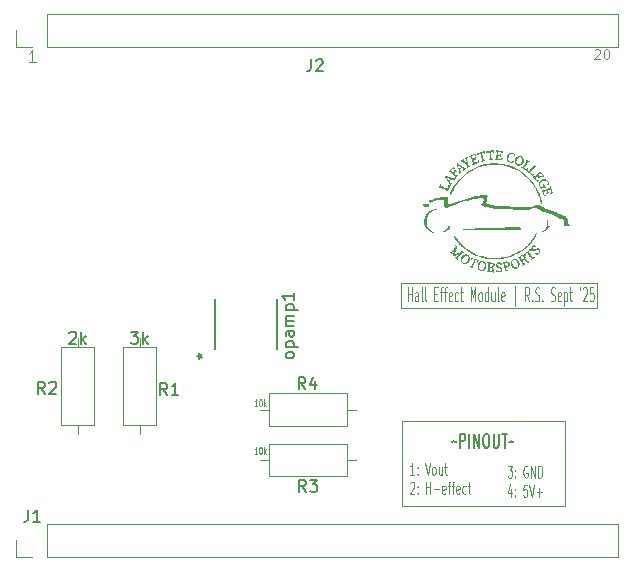
<source format=gbr>
%TF.GenerationSoftware,KiCad,Pcbnew,9.0.4*%
%TF.CreationDate,2025-09-12T16:42:54-04:00*%
%TF.ProjectId,Hall Effect Sensor,48616c6c-2045-4666-9665-63742053656e,rev?*%
%TF.SameCoordinates,Original*%
%TF.FileFunction,Legend,Top*%
%TF.FilePolarity,Positive*%
%FSLAX46Y46*%
G04 Gerber Fmt 4.6, Leading zero omitted, Abs format (unit mm)*
G04 Created by KiCad (PCBNEW 9.0.4) date 2025-09-12 16:42:54*
%MOMM*%
%LPD*%
G01*
G04 APERTURE LIST*
%ADD10C,0.100000*%
%ADD11C,0.150000*%
%ADD12C,0.000000*%
%ADD13C,0.152400*%
%ADD14C,0.120000*%
G04 APERTURE END LIST*
D10*
X171471904Y-61272371D02*
X171243333Y-61272371D01*
X171357619Y-61272371D02*
X171357619Y-60672371D01*
X171357619Y-60672371D02*
X171319523Y-60758085D01*
X171319523Y-60758085D02*
X171281428Y-60815228D01*
X171281428Y-60815228D02*
X171243333Y-60843800D01*
X171719523Y-60672371D02*
X171757618Y-60672371D01*
X171757618Y-60672371D02*
X171795714Y-60700942D01*
X171795714Y-60700942D02*
X171814761Y-60729514D01*
X171814761Y-60729514D02*
X171833809Y-60786657D01*
X171833809Y-60786657D02*
X171852856Y-60900942D01*
X171852856Y-60900942D02*
X171852856Y-61043800D01*
X171852856Y-61043800D02*
X171833809Y-61158085D01*
X171833809Y-61158085D02*
X171814761Y-61215228D01*
X171814761Y-61215228D02*
X171795714Y-61243800D01*
X171795714Y-61243800D02*
X171757618Y-61272371D01*
X171757618Y-61272371D02*
X171719523Y-61272371D01*
X171719523Y-61272371D02*
X171681428Y-61243800D01*
X171681428Y-61243800D02*
X171662380Y-61215228D01*
X171662380Y-61215228D02*
X171643333Y-61158085D01*
X171643333Y-61158085D02*
X171624285Y-61043800D01*
X171624285Y-61043800D02*
X171624285Y-60900942D01*
X171624285Y-60900942D02*
X171643333Y-60786657D01*
X171643333Y-60786657D02*
X171662380Y-60729514D01*
X171662380Y-60729514D02*
X171681428Y-60700942D01*
X171681428Y-60700942D02*
X171719523Y-60672371D01*
X172024285Y-61272371D02*
X172024285Y-60672371D01*
X172062380Y-61043800D02*
X172176666Y-61272371D01*
X172176666Y-60872371D02*
X172024285Y-61100942D01*
X171471904Y-57222371D02*
X171243333Y-57222371D01*
X171357619Y-57222371D02*
X171357619Y-56622371D01*
X171357619Y-56622371D02*
X171319523Y-56708085D01*
X171319523Y-56708085D02*
X171281428Y-56765228D01*
X171281428Y-56765228D02*
X171243333Y-56793800D01*
X171719523Y-56622371D02*
X171757618Y-56622371D01*
X171757618Y-56622371D02*
X171795714Y-56650942D01*
X171795714Y-56650942D02*
X171814761Y-56679514D01*
X171814761Y-56679514D02*
X171833809Y-56736657D01*
X171833809Y-56736657D02*
X171852856Y-56850942D01*
X171852856Y-56850942D02*
X171852856Y-56993800D01*
X171852856Y-56993800D02*
X171833809Y-57108085D01*
X171833809Y-57108085D02*
X171814761Y-57165228D01*
X171814761Y-57165228D02*
X171795714Y-57193800D01*
X171795714Y-57193800D02*
X171757618Y-57222371D01*
X171757618Y-57222371D02*
X171719523Y-57222371D01*
X171719523Y-57222371D02*
X171681428Y-57193800D01*
X171681428Y-57193800D02*
X171662380Y-57165228D01*
X171662380Y-57165228D02*
X171643333Y-57108085D01*
X171643333Y-57108085D02*
X171624285Y-56993800D01*
X171624285Y-56993800D02*
X171624285Y-56850942D01*
X171624285Y-56850942D02*
X171643333Y-56736657D01*
X171643333Y-56736657D02*
X171662380Y-56679514D01*
X171662380Y-56679514D02*
X171681428Y-56650942D01*
X171681428Y-56650942D02*
X171719523Y-56622371D01*
X172024285Y-57222371D02*
X172024285Y-56622371D01*
X172062380Y-56993800D02*
X172176666Y-57222371D01*
X172176666Y-56822371D02*
X172024285Y-57050942D01*
D11*
X160761905Y-50914819D02*
X161380952Y-50914819D01*
X161380952Y-50914819D02*
X161047619Y-51295771D01*
X161047619Y-51295771D02*
X161190476Y-51295771D01*
X161190476Y-51295771D02*
X161285714Y-51343390D01*
X161285714Y-51343390D02*
X161333333Y-51391009D01*
X161333333Y-51391009D02*
X161380952Y-51486247D01*
X161380952Y-51486247D02*
X161380952Y-51724342D01*
X161380952Y-51724342D02*
X161333333Y-51819580D01*
X161333333Y-51819580D02*
X161285714Y-51867200D01*
X161285714Y-51867200D02*
X161190476Y-51914819D01*
X161190476Y-51914819D02*
X160904762Y-51914819D01*
X160904762Y-51914819D02*
X160809524Y-51867200D01*
X160809524Y-51867200D02*
X160761905Y-51819580D01*
X161809524Y-51914819D02*
X161809524Y-50914819D01*
X161904762Y-51533866D02*
X162190476Y-51914819D01*
X162190476Y-51248152D02*
X161809524Y-51629104D01*
X155559524Y-51010057D02*
X155607143Y-50962438D01*
X155607143Y-50962438D02*
X155702381Y-50914819D01*
X155702381Y-50914819D02*
X155940476Y-50914819D01*
X155940476Y-50914819D02*
X156035714Y-50962438D01*
X156035714Y-50962438D02*
X156083333Y-51010057D01*
X156083333Y-51010057D02*
X156130952Y-51105295D01*
X156130952Y-51105295D02*
X156130952Y-51200533D01*
X156130952Y-51200533D02*
X156083333Y-51343390D01*
X156083333Y-51343390D02*
X155511905Y-51914819D01*
X155511905Y-51914819D02*
X156130952Y-51914819D01*
X156559524Y-51914819D02*
X156559524Y-50914819D01*
X156654762Y-51533866D02*
X156940476Y-51914819D01*
X156940476Y-51248152D02*
X156559524Y-51629104D01*
D12*
G36*
X187670592Y-41963754D02*
G01*
X187675780Y-41964464D01*
X187681013Y-41965559D01*
X187686287Y-41967004D01*
X187691600Y-41968761D01*
X187696947Y-41970793D01*
X187707733Y-41975537D01*
X187718616Y-41980941D01*
X187740568Y-41992551D01*
X187751582Y-41998169D01*
X187762584Y-42003269D01*
X187769123Y-42006219D01*
X187775222Y-42009232D01*
X187780890Y-42012310D01*
X187786133Y-42015454D01*
X187790959Y-42018664D01*
X187795375Y-42021941D01*
X187799387Y-42025286D01*
X187803002Y-42028699D01*
X187806229Y-42032182D01*
X187809072Y-42035735D01*
X187811541Y-42039359D01*
X187813641Y-42043054D01*
X187815379Y-42046822D01*
X187816764Y-42050663D01*
X187817801Y-42054579D01*
X187818498Y-42058569D01*
X187818861Y-42062635D01*
X187818899Y-42066777D01*
X187818617Y-42070997D01*
X187818023Y-42075294D01*
X187817123Y-42079671D01*
X187815926Y-42084126D01*
X187814437Y-42088663D01*
X187812665Y-42093280D01*
X187810615Y-42097979D01*
X187808295Y-42102761D01*
X187802874Y-42112576D01*
X187796456Y-42122731D01*
X187789099Y-42133233D01*
X187772041Y-42155656D01*
X187754314Y-42177228D01*
X187735937Y-42197968D01*
X187716931Y-42217896D01*
X187697315Y-42237032D01*
X187677110Y-42255394D01*
X187656335Y-42273003D01*
X187635011Y-42289877D01*
X187613158Y-42306036D01*
X187590796Y-42321501D01*
X187567945Y-42336289D01*
X187544625Y-42350422D01*
X187520856Y-42363917D01*
X187496658Y-42376796D01*
X187472052Y-42389077D01*
X187447056Y-42400779D01*
X187379077Y-42431741D01*
X187343562Y-42446351D01*
X187325187Y-42453059D01*
X187306312Y-42459226D01*
X187286868Y-42464743D01*
X187266789Y-42469502D01*
X187246007Y-42473394D01*
X187224454Y-42476313D01*
X187202065Y-42478148D01*
X187178771Y-42478793D01*
X187154505Y-42478139D01*
X187129199Y-42476077D01*
X187218517Y-42427160D01*
X187260271Y-42403816D01*
X187280422Y-42392094D01*
X187300088Y-42380212D01*
X187319269Y-42368076D01*
X187337965Y-42355593D01*
X187356176Y-42342667D01*
X187373902Y-42329206D01*
X187391142Y-42315115D01*
X187407897Y-42300299D01*
X187424166Y-42284665D01*
X187439950Y-42268119D01*
X187465336Y-42239069D01*
X187489308Y-42209872D01*
X187500748Y-42195178D01*
X187511814Y-42180399D01*
X187522501Y-42165520D01*
X187532801Y-42150524D01*
X187542709Y-42135395D01*
X187552217Y-42120119D01*
X187561319Y-42104678D01*
X187570008Y-42089057D01*
X187578279Y-42073240D01*
X187586124Y-42057211D01*
X187593536Y-42040955D01*
X187600510Y-42024455D01*
X187604611Y-42014958D01*
X187608809Y-42006400D01*
X187613100Y-41998742D01*
X187617480Y-41991949D01*
X187621946Y-41985984D01*
X187626495Y-41980810D01*
X187631123Y-41976389D01*
X187635827Y-41972686D01*
X187640604Y-41969664D01*
X187645449Y-41967284D01*
X187650360Y-41965512D01*
X187655334Y-41964310D01*
X187660366Y-41963641D01*
X187665453Y-41963468D01*
X187670592Y-41963754D01*
G37*
G36*
X189476663Y-44652475D02*
G01*
X189480202Y-44675752D01*
X189482292Y-44699595D01*
X189482882Y-44723965D01*
X189481922Y-44748824D01*
X189479813Y-44771230D01*
X189476654Y-44793308D01*
X189472466Y-44815034D01*
X189467273Y-44836384D01*
X189461099Y-44857333D01*
X189453966Y-44877859D01*
X189445899Y-44897936D01*
X189436919Y-44917542D01*
X189427051Y-44936653D01*
X189416316Y-44955244D01*
X189404740Y-44973291D01*
X189392344Y-44990771D01*
X189379153Y-45007660D01*
X189365189Y-45023935D01*
X189350475Y-45039570D01*
X189335034Y-45054542D01*
X189318891Y-45068828D01*
X189302067Y-45082403D01*
X189284587Y-45095243D01*
X189266473Y-45107326D01*
X189247749Y-45118626D01*
X189228437Y-45129120D01*
X189208562Y-45138784D01*
X189188146Y-45147594D01*
X189167212Y-45155526D01*
X189145783Y-45162557D01*
X189123884Y-45168662D01*
X189101537Y-45173818D01*
X189078764Y-45178000D01*
X189055590Y-45181186D01*
X189032038Y-45183350D01*
X189008131Y-45184469D01*
X188978966Y-45178173D01*
X188951140Y-45170647D01*
X188924661Y-45161867D01*
X188899539Y-45151806D01*
X188875781Y-45140438D01*
X188853398Y-45127738D01*
X188842725Y-45120881D01*
X188832399Y-45113680D01*
X188822420Y-45106134D01*
X188812791Y-45098238D01*
X188803511Y-45089991D01*
X188794584Y-45081387D01*
X188786008Y-45072425D01*
X188777786Y-45063100D01*
X188769919Y-45053411D01*
X188762408Y-45043352D01*
X188755253Y-45032922D01*
X188748457Y-45022117D01*
X188742019Y-45010934D01*
X188735942Y-44999370D01*
X188730227Y-44987421D01*
X188724873Y-44975084D01*
X188719884Y-44962356D01*
X188715259Y-44949233D01*
X188710999Y-44935713D01*
X188707107Y-44921793D01*
X188702458Y-44901897D01*
X188700689Y-44891933D01*
X188821479Y-44891933D01*
X188821545Y-44899483D01*
X188821890Y-44906919D01*
X188822511Y-44914242D01*
X188823407Y-44921451D01*
X188824577Y-44928546D01*
X188826018Y-44935527D01*
X188827729Y-44942395D01*
X188829707Y-44949148D01*
X188831951Y-44955787D01*
X188834460Y-44962312D01*
X188837231Y-44968722D01*
X188840262Y-44975018D01*
X188843553Y-44981199D01*
X188847100Y-44987265D01*
X188850903Y-44993215D01*
X188854959Y-44999051D01*
X188859267Y-45004771D01*
X188863825Y-45010376D01*
X188868631Y-45015865D01*
X188873683Y-45021239D01*
X188878979Y-45026497D01*
X188884519Y-45031639D01*
X188890299Y-45036665D01*
X188896318Y-45041574D01*
X188909067Y-45051044D01*
X188922083Y-45059470D01*
X188928622Y-45063208D01*
X188935179Y-45066632D01*
X188941753Y-45069744D01*
X188948342Y-45072548D01*
X188954946Y-45075046D01*
X188961561Y-45077240D01*
X188968188Y-45079132D01*
X188974824Y-45080725D01*
X188981468Y-45082022D01*
X188988118Y-45083024D01*
X188994773Y-45083735D01*
X189001431Y-45084157D01*
X189008091Y-45084292D01*
X189014752Y-45084142D01*
X189028067Y-45083000D01*
X189041366Y-45080750D01*
X189054636Y-45077411D01*
X189067865Y-45073004D01*
X189081041Y-45067547D01*
X189094151Y-45061060D01*
X189107184Y-45053564D01*
X189120128Y-45045076D01*
X189142014Y-45029048D01*
X189162779Y-45012236D01*
X189182439Y-44994658D01*
X189201010Y-44976334D01*
X189218507Y-44957285D01*
X189234949Y-44937530D01*
X189250350Y-44917089D01*
X189264728Y-44895981D01*
X189278098Y-44874226D01*
X189290477Y-44851844D01*
X189301881Y-44828855D01*
X189312326Y-44805277D01*
X189321829Y-44781132D01*
X189330406Y-44756438D01*
X189338073Y-44731216D01*
X189344847Y-44705484D01*
X189346706Y-44697315D01*
X189348284Y-44689208D01*
X189349580Y-44681167D01*
X189350594Y-44673195D01*
X189351325Y-44665292D01*
X189351772Y-44657462D01*
X189351933Y-44649708D01*
X189351808Y-44642031D01*
X189351397Y-44634434D01*
X189350697Y-44626920D01*
X189349709Y-44619491D01*
X189348432Y-44612149D01*
X189346864Y-44604896D01*
X189345005Y-44597736D01*
X189342854Y-44590670D01*
X189340409Y-44583701D01*
X189337671Y-44576832D01*
X189334638Y-44570064D01*
X189331309Y-44563400D01*
X189327684Y-44556844D01*
X189323761Y-44550396D01*
X189319540Y-44544059D01*
X189315020Y-44537837D01*
X189310199Y-44531730D01*
X189305078Y-44525743D01*
X189299654Y-44519876D01*
X189293928Y-44514133D01*
X189287899Y-44508516D01*
X189281564Y-44503027D01*
X189274925Y-44497669D01*
X189267979Y-44492444D01*
X189260726Y-44487355D01*
X189252878Y-44482265D01*
X189245087Y-44477670D01*
X189237354Y-44473558D01*
X189229675Y-44469916D01*
X189222051Y-44466733D01*
X189214478Y-44463998D01*
X189206957Y-44461699D01*
X189199484Y-44459825D01*
X189192059Y-44458363D01*
X189184681Y-44457302D01*
X189177347Y-44456630D01*
X189170056Y-44456336D01*
X189162807Y-44456408D01*
X189155598Y-44456835D01*
X189148427Y-44457605D01*
X189141294Y-44458705D01*
X189134196Y-44460125D01*
X189127133Y-44461854D01*
X189113102Y-44466187D01*
X189099189Y-44471612D01*
X189085382Y-44478036D01*
X189071670Y-44485366D01*
X189058039Y-44493509D01*
X189044478Y-44502370D01*
X189030975Y-44511858D01*
X189010391Y-44530121D01*
X188990948Y-44548639D01*
X188972626Y-44567427D01*
X188955404Y-44586504D01*
X188939261Y-44605888D01*
X188924178Y-44625595D01*
X188910133Y-44645642D01*
X188897105Y-44666048D01*
X188885074Y-44686829D01*
X188874019Y-44708002D01*
X188863920Y-44729586D01*
X188854755Y-44751597D01*
X188846505Y-44774053D01*
X188839148Y-44796971D01*
X188832664Y-44820369D01*
X188827032Y-44844263D01*
X188825389Y-44852490D01*
X188824036Y-44860604D01*
X188822970Y-44868606D01*
X188822189Y-44876494D01*
X188821693Y-44884270D01*
X188821479Y-44891933D01*
X188700689Y-44891933D01*
X188698894Y-44881827D01*
X188696395Y-44861618D01*
X188694940Y-44841309D01*
X188694508Y-44820937D01*
X188695080Y-44800540D01*
X188696634Y-44780155D01*
X188699151Y-44759821D01*
X188702611Y-44739573D01*
X188706992Y-44719451D01*
X188712274Y-44699492D01*
X188718437Y-44679732D01*
X188725460Y-44660210D01*
X188733324Y-44640964D01*
X188742007Y-44622030D01*
X188751490Y-44603447D01*
X188761751Y-44585252D01*
X188772771Y-44567482D01*
X188784529Y-44550175D01*
X188797004Y-44533369D01*
X188810177Y-44517101D01*
X188824026Y-44501409D01*
X188838532Y-44486330D01*
X188853674Y-44471902D01*
X188869431Y-44458163D01*
X188885784Y-44445149D01*
X188902711Y-44432899D01*
X188920193Y-44421450D01*
X188938209Y-44410840D01*
X188956738Y-44401106D01*
X188975761Y-44392286D01*
X188995256Y-44384417D01*
X189018770Y-44376446D01*
X189042256Y-44370104D01*
X189065663Y-44365353D01*
X189088939Y-44362154D01*
X189112035Y-44360471D01*
X189134899Y-44360264D01*
X189157480Y-44361496D01*
X189179729Y-44364129D01*
X189201594Y-44368124D01*
X189223025Y-44373445D01*
X189243970Y-44380052D01*
X189264380Y-44387909D01*
X189284203Y-44396976D01*
X189303388Y-44407217D01*
X189321886Y-44418592D01*
X189339645Y-44431064D01*
X189356614Y-44444596D01*
X189372743Y-44459148D01*
X189387981Y-44474684D01*
X189402278Y-44491164D01*
X189415582Y-44508552D01*
X189427843Y-44526809D01*
X189439010Y-44545897D01*
X189449032Y-44565778D01*
X189457860Y-44586414D01*
X189465441Y-44607768D01*
X189471725Y-44629801D01*
X189476060Y-44649708D01*
X189476663Y-44652475D01*
G37*
G36*
X194327212Y-36347275D02*
G01*
X194366612Y-36372287D01*
X194385855Y-36385003D01*
X194404794Y-36397993D01*
X194423430Y-36411356D01*
X194441765Y-36425191D01*
X194459801Y-36439598D01*
X194477537Y-36454677D01*
X194494975Y-36470525D01*
X194512116Y-36487245D01*
X194528962Y-36504933D01*
X194545513Y-36523691D01*
X194538284Y-36526228D01*
X194531141Y-36528376D01*
X194524083Y-36530171D01*
X194517112Y-36531644D01*
X194510230Y-36532831D01*
X194503436Y-36533766D01*
X194490120Y-36535013D01*
X194440640Y-36536678D01*
X194429260Y-36537620D01*
X194423724Y-36538356D01*
X194418292Y-36539315D01*
X194412966Y-36540529D01*
X194407747Y-36542034D01*
X194402635Y-36543862D01*
X194397632Y-36546049D01*
X194392739Y-36548626D01*
X194387956Y-36551630D01*
X194383286Y-36555093D01*
X194378729Y-36559050D01*
X194374286Y-36563534D01*
X194369959Y-36568579D01*
X194365748Y-36574219D01*
X194361654Y-36580488D01*
X194330047Y-36630766D01*
X194297356Y-36680382D01*
X194263813Y-36729476D01*
X194229651Y-36778191D01*
X194091442Y-36972094D01*
X194087394Y-36977993D01*
X194083482Y-36983986D01*
X194079793Y-36990048D01*
X194076415Y-36996157D01*
X194073434Y-37002288D01*
X194070936Y-37008418D01*
X194069896Y-37011476D01*
X194069010Y-37014524D01*
X194068288Y-37017561D01*
X194067741Y-37020582D01*
X194067381Y-37023586D01*
X194067217Y-37026569D01*
X194067262Y-37029529D01*
X194067525Y-37032462D01*
X194068018Y-37035365D01*
X194068751Y-37038236D01*
X194069736Y-37041071D01*
X194070983Y-37043868D01*
X194072503Y-37046624D01*
X194074307Y-37049336D01*
X194076406Y-37052000D01*
X194078810Y-37054615D01*
X194081531Y-37057176D01*
X194084579Y-37059682D01*
X194087966Y-37062129D01*
X194091702Y-37064513D01*
X194105204Y-37073454D01*
X194118558Y-37083623D01*
X194145104Y-37105854D01*
X194158438Y-37117018D01*
X194171907Y-37127615D01*
X194185581Y-37137198D01*
X194192518Y-37141468D01*
X194199533Y-37145316D01*
X194206634Y-37148686D01*
X194213831Y-37151522D01*
X194221133Y-37153768D01*
X194228548Y-37155367D01*
X194236086Y-37156263D01*
X194243755Y-37156401D01*
X194251564Y-37155724D01*
X194259521Y-37154176D01*
X194267637Y-37151701D01*
X194275919Y-37148243D01*
X194284376Y-37143746D01*
X194293018Y-37138154D01*
X194301853Y-37131410D01*
X194310890Y-37123459D01*
X194320138Y-37114244D01*
X194329605Y-37103710D01*
X194331753Y-37101306D01*
X194333969Y-37099041D01*
X194336248Y-37096917D01*
X194338588Y-37094935D01*
X194340985Y-37093096D01*
X194343435Y-37091401D01*
X194345934Y-37089853D01*
X194348480Y-37088451D01*
X194351068Y-37087199D01*
X194353695Y-37086096D01*
X194356357Y-37085145D01*
X194359051Y-37084347D01*
X194361773Y-37083703D01*
X194364519Y-37083214D01*
X194367286Y-37082883D01*
X194370071Y-37082709D01*
X194372869Y-37082695D01*
X194375677Y-37082843D01*
X194378492Y-37083152D01*
X194381310Y-37083625D01*
X194384127Y-37084264D01*
X194386940Y-37085069D01*
X194389744Y-37086042D01*
X194392538Y-37087184D01*
X194395316Y-37088496D01*
X194398075Y-37089981D01*
X194400813Y-37091639D01*
X194403524Y-37093472D01*
X194406206Y-37095480D01*
X194408855Y-37097667D01*
X194411467Y-37100032D01*
X194414039Y-37102577D01*
X194416380Y-37105134D01*
X194418442Y-37107671D01*
X194420237Y-37110190D01*
X194421775Y-37112689D01*
X194423065Y-37115170D01*
X194424120Y-37117634D01*
X194424949Y-37120080D01*
X194425564Y-37122508D01*
X194425974Y-37124920D01*
X194426191Y-37127316D01*
X194426225Y-37129695D01*
X194426086Y-37132059D01*
X194425786Y-37134408D01*
X194425334Y-37136742D01*
X194424742Y-37139061D01*
X194424020Y-37141366D01*
X194423179Y-37143658D01*
X194422229Y-37145936D01*
X194420045Y-37150454D01*
X194417554Y-37154924D01*
X194414841Y-37159348D01*
X194403459Y-37176651D01*
X194395530Y-37189140D01*
X194387474Y-37201550D01*
X194371090Y-37226198D01*
X194338010Y-37275299D01*
X194335350Y-37277809D01*
X194332538Y-37280364D01*
X194329420Y-37283007D01*
X194325843Y-37285783D01*
X194323835Y-37287234D01*
X194321655Y-37288735D01*
X194319284Y-37290290D01*
X194316703Y-37291907D01*
X194313892Y-37293589D01*
X194310833Y-37295343D01*
X194307506Y-37297175D01*
X194303893Y-37299089D01*
X194236341Y-37261382D01*
X194170452Y-37222557D01*
X194106091Y-37182615D01*
X194043124Y-37141553D01*
X193981417Y-37099370D01*
X193920836Y-37056064D01*
X193861247Y-37011635D01*
X193802516Y-36966081D01*
X193807506Y-36959989D01*
X193812595Y-36954690D01*
X193817770Y-36950132D01*
X193823020Y-36946267D01*
X193828336Y-36943044D01*
X193833705Y-36940412D01*
X193839116Y-36938322D01*
X193844560Y-36936723D01*
X193850024Y-36935565D01*
X193855498Y-36934798D01*
X193860971Y-36934372D01*
X193866432Y-36934235D01*
X193877273Y-36934633D01*
X193887934Y-36935589D01*
X193898328Y-36936702D01*
X193908365Y-36937570D01*
X193913223Y-36937787D01*
X193917959Y-36937791D01*
X193922562Y-36937534D01*
X193927022Y-36936964D01*
X193931326Y-36936032D01*
X193935465Y-36934687D01*
X193939427Y-36932879D01*
X193943202Y-36930557D01*
X193946778Y-36927672D01*
X193950144Y-36924174D01*
X193953289Y-36920012D01*
X193956204Y-36915135D01*
X193976988Y-36879492D01*
X194000242Y-36845028D01*
X194025358Y-36811404D01*
X194051728Y-36778281D01*
X194105799Y-36712175D01*
X194132284Y-36678514D01*
X194157592Y-36643994D01*
X194181115Y-36608276D01*
X194202244Y-36571020D01*
X194211722Y-36551708D01*
X194220373Y-36531885D01*
X194228121Y-36511508D01*
X194234892Y-36490534D01*
X194240608Y-36468920D01*
X194245194Y-36446625D01*
X194248574Y-36423605D01*
X194250672Y-36399819D01*
X194251411Y-36375223D01*
X194250716Y-36349776D01*
X194248512Y-36323434D01*
X194244721Y-36296157D01*
X194327212Y-36347275D01*
G37*
G36*
X193024816Y-35761603D02*
G01*
X193057873Y-35765868D01*
X193091043Y-35772525D01*
X193124224Y-35781561D01*
X193157317Y-35792962D01*
X193190219Y-35806716D01*
X193222831Y-35822811D01*
X193238002Y-35831486D01*
X193244961Y-35835938D01*
X193251509Y-35840470D01*
X193257651Y-35845083D01*
X193263393Y-35849779D01*
X193268739Y-35854561D01*
X193273694Y-35859430D01*
X193278265Y-35864388D01*
X193282455Y-35869437D01*
X193286271Y-35874580D01*
X193289717Y-35879817D01*
X193292798Y-35885152D01*
X193295520Y-35890585D01*
X193297888Y-35896120D01*
X193299907Y-35901757D01*
X193301582Y-35907500D01*
X193302918Y-35913349D01*
X193303921Y-35919307D01*
X193304595Y-35925377D01*
X193304947Y-35931558D01*
X193304980Y-35937855D01*
X193304700Y-35944268D01*
X193304113Y-35950800D01*
X193302036Y-35964228D01*
X193298790Y-35978154D01*
X193294417Y-35992594D01*
X193288957Y-36007565D01*
X193284350Y-36019042D01*
X193281930Y-36024655D01*
X193279379Y-36030113D01*
X193276659Y-36035362D01*
X193273729Y-36040346D01*
X193270550Y-36045011D01*
X193268854Y-36047207D01*
X193267081Y-36049304D01*
X193265226Y-36051293D01*
X193263284Y-36053169D01*
X193261249Y-36054925D01*
X193259118Y-36056554D01*
X193256884Y-36058048D01*
X193254543Y-36059402D01*
X193252090Y-36060609D01*
X193249520Y-36061661D01*
X193246829Y-36062552D01*
X193244010Y-36063275D01*
X193241059Y-36063824D01*
X193237972Y-36064191D01*
X193234742Y-36064370D01*
X193231366Y-36064354D01*
X193227838Y-36064137D01*
X193224154Y-36063710D01*
X193220975Y-36063176D01*
X193217959Y-36062501D01*
X193215101Y-36061688D01*
X193212398Y-36060744D01*
X193209846Y-36059672D01*
X193207442Y-36058478D01*
X193205182Y-36057166D01*
X193203062Y-36055741D01*
X193201077Y-36054208D01*
X193199226Y-36052573D01*
X193197503Y-36050839D01*
X193195906Y-36049011D01*
X193194430Y-36047095D01*
X193193071Y-36045095D01*
X193191827Y-36043016D01*
X193190693Y-36040862D01*
X193189665Y-36038639D01*
X193188740Y-36036352D01*
X193187184Y-36031602D01*
X193185995Y-36026652D01*
X193185142Y-36021540D01*
X193184596Y-36016304D01*
X193184327Y-36010984D01*
X193184305Y-36005616D01*
X193184502Y-36000241D01*
X193184910Y-35988133D01*
X193184776Y-35976699D01*
X193184114Y-35965920D01*
X193182942Y-35955779D01*
X193181273Y-35946256D01*
X193179123Y-35937333D01*
X193176507Y-35928994D01*
X193173441Y-35921218D01*
X193169941Y-35913988D01*
X193166021Y-35907286D01*
X193161696Y-35901094D01*
X193156983Y-35895393D01*
X193151897Y-35890164D01*
X193146452Y-35885391D01*
X193140665Y-35881054D01*
X193134550Y-35877136D01*
X193128123Y-35873618D01*
X193121399Y-35870481D01*
X193114394Y-35867708D01*
X193107123Y-35865281D01*
X193091844Y-35861390D01*
X193075686Y-35858662D01*
X193058770Y-35856950D01*
X193041220Y-35856111D01*
X193023159Y-35855996D01*
X193004709Y-35856462D01*
X192991145Y-35857326D01*
X192977860Y-35858876D01*
X192964856Y-35861109D01*
X192952136Y-35864024D01*
X192939701Y-35867617D01*
X192927556Y-35871886D01*
X192915702Y-35876830D01*
X192904142Y-35882445D01*
X192892879Y-35888729D01*
X192881914Y-35895679D01*
X192871252Y-35903294D01*
X192860894Y-35911571D01*
X192841102Y-35930102D01*
X192822559Y-35951252D01*
X192805285Y-35975001D01*
X192789303Y-36001332D01*
X192774631Y-36030225D01*
X192761292Y-36061660D01*
X192749306Y-36095619D01*
X192738694Y-36132082D01*
X192729477Y-36171031D01*
X192721675Y-36212446D01*
X192721897Y-36229136D01*
X192721782Y-36245111D01*
X192721485Y-36275113D01*
X192721775Y-36289242D01*
X192722133Y-36296111D01*
X192722673Y-36302858D01*
X192723424Y-36309489D01*
X192724416Y-36316011D01*
X192725678Y-36322430D01*
X192727240Y-36328752D01*
X192732273Y-36345344D01*
X192738096Y-36361297D01*
X192744708Y-36376590D01*
X192752109Y-36391204D01*
X192760297Y-36405117D01*
X192769270Y-36418308D01*
X192779029Y-36430758D01*
X192789570Y-36442445D01*
X192800894Y-36453350D01*
X192812998Y-36463451D01*
X192825883Y-36472727D01*
X192839546Y-36481159D01*
X192853986Y-36488725D01*
X192869203Y-36495406D01*
X192885194Y-36501180D01*
X192901960Y-36506027D01*
X192912721Y-36508689D01*
X192923553Y-36511137D01*
X192934412Y-36513260D01*
X192945254Y-36514947D01*
X192956035Y-36516089D01*
X192966711Y-36516574D01*
X192971996Y-36516536D01*
X192977239Y-36516292D01*
X192982433Y-36515829D01*
X192987573Y-36515133D01*
X192992654Y-36514189D01*
X192997671Y-36512985D01*
X193002617Y-36511507D01*
X193007488Y-36509740D01*
X193012277Y-36507670D01*
X193016979Y-36505285D01*
X193021590Y-36502570D01*
X193026103Y-36499511D01*
X193030512Y-36496095D01*
X193034813Y-36492307D01*
X193039000Y-36488134D01*
X193043067Y-36483563D01*
X193047008Y-36478578D01*
X193050819Y-36473168D01*
X193054494Y-36467316D01*
X193058028Y-36461011D01*
X193065108Y-36447708D01*
X193068823Y-36441078D01*
X193072708Y-36434627D01*
X193076802Y-36428481D01*
X193081147Y-36422763D01*
X193083426Y-36420103D01*
X193085782Y-36417596D01*
X193088220Y-36415259D01*
X193090746Y-36413106D01*
X193093365Y-36411153D01*
X193096081Y-36409416D01*
X193098899Y-36407909D01*
X193101825Y-36406649D01*
X193104863Y-36405652D01*
X193108018Y-36404931D01*
X193111296Y-36404504D01*
X193114702Y-36404385D01*
X193118240Y-36404590D01*
X193121915Y-36405135D01*
X193125733Y-36406035D01*
X193129698Y-36407305D01*
X193133816Y-36408962D01*
X193138091Y-36411020D01*
X193142528Y-36413495D01*
X193147133Y-36416402D01*
X193151264Y-36419341D01*
X193154940Y-36422330D01*
X193158178Y-36425366D01*
X193161000Y-36428448D01*
X193163424Y-36431573D01*
X193165470Y-36434739D01*
X193167158Y-36437942D01*
X193168506Y-36441181D01*
X193169534Y-36444453D01*
X193170263Y-36447756D01*
X193170710Y-36451087D01*
X193170896Y-36454444D01*
X193170841Y-36457824D01*
X193170563Y-36461225D01*
X193170082Y-36464645D01*
X193169417Y-36468080D01*
X193167616Y-36474989D01*
X193165315Y-36481933D01*
X193162669Y-36488892D01*
X193159834Y-36495847D01*
X193154223Y-36509664D01*
X193151757Y-36516488D01*
X193149725Y-36523229D01*
X193147964Y-36529473D01*
X193146036Y-36535473D01*
X193143941Y-36541231D01*
X193141681Y-36546751D01*
X193139258Y-36552036D01*
X193136672Y-36557088D01*
X193133926Y-36561909D01*
X193131019Y-36566504D01*
X193127954Y-36570875D01*
X193124733Y-36575025D01*
X193121355Y-36578956D01*
X193117823Y-36582672D01*
X193114139Y-36586175D01*
X193110302Y-36589468D01*
X193106315Y-36592554D01*
X193102179Y-36595437D01*
X193097895Y-36598118D01*
X193093465Y-36600601D01*
X193088890Y-36602889D01*
X193084171Y-36604984D01*
X193074307Y-36608608D01*
X193063883Y-36611497D01*
X193052911Y-36613673D01*
X193041402Y-36615159D01*
X193029365Y-36615979D01*
X193016811Y-36616155D01*
X192998856Y-36615639D01*
X192981018Y-36614488D01*
X192963316Y-36612714D01*
X192945770Y-36610329D01*
X192928397Y-36607343D01*
X192911217Y-36603769D01*
X192894249Y-36599618D01*
X192877511Y-36594902D01*
X192861023Y-36589632D01*
X192844803Y-36583821D01*
X192828870Y-36577479D01*
X192813243Y-36570619D01*
X192797942Y-36563253D01*
X192782985Y-36555391D01*
X192768390Y-36547045D01*
X192754177Y-36538228D01*
X192740365Y-36528950D01*
X192726972Y-36519224D01*
X192714018Y-36509060D01*
X192701522Y-36498472D01*
X192689501Y-36487469D01*
X192677976Y-36476065D01*
X192666964Y-36464271D01*
X192656486Y-36452097D01*
X192646559Y-36439557D01*
X192637204Y-36426661D01*
X192628438Y-36413422D01*
X192620280Y-36399850D01*
X192612750Y-36385958D01*
X192605866Y-36371757D01*
X192599648Y-36357259D01*
X192594113Y-36342475D01*
X192589159Y-36327094D01*
X192584866Y-36311404D01*
X192581227Y-36295436D01*
X192578233Y-36279222D01*
X192574147Y-36246181D01*
X192572542Y-36212533D01*
X192573352Y-36178531D01*
X192576511Y-36144427D01*
X192581952Y-36110473D01*
X192589610Y-36076920D01*
X192599417Y-36044022D01*
X192611308Y-36012030D01*
X192625216Y-35981196D01*
X192641075Y-35951773D01*
X192658820Y-35924013D01*
X192668378Y-35910835D01*
X192678382Y-35898167D01*
X192688825Y-35886041D01*
X192699697Y-35874488D01*
X192710991Y-35863540D01*
X192722698Y-35853228D01*
X192749066Y-35832889D01*
X192776558Y-35815068D01*
X192805073Y-35799751D01*
X192834509Y-35786926D01*
X192864765Y-35776581D01*
X192895741Y-35768702D01*
X192927335Y-35763278D01*
X192959446Y-35760295D01*
X192991974Y-35759740D01*
X193024816Y-35761603D01*
G37*
G36*
X194883321Y-36768322D02*
G01*
X194902400Y-36780342D01*
X194921078Y-36792579D01*
X194939328Y-36805086D01*
X194957125Y-36817914D01*
X194974441Y-36831118D01*
X194991251Y-36844750D01*
X195007528Y-36858862D01*
X195023247Y-36873509D01*
X195038382Y-36888742D01*
X195052905Y-36904615D01*
X195066792Y-36921180D01*
X195080015Y-36938490D01*
X195092549Y-36956598D01*
X195104368Y-36975557D01*
X195098801Y-36979930D01*
X195093257Y-36983591D01*
X195087739Y-36986587D01*
X195082245Y-36988968D01*
X195076776Y-36990783D01*
X195071332Y-36992080D01*
X195065912Y-36992909D01*
X195060518Y-36993317D01*
X195055149Y-36993355D01*
X195049805Y-36993071D01*
X195044486Y-36992514D01*
X195039193Y-36991733D01*
X195028682Y-36989692D01*
X195018274Y-36987341D01*
X195007969Y-36985070D01*
X194997767Y-36983269D01*
X194992705Y-36982668D01*
X194987670Y-36982330D01*
X194982661Y-36982306D01*
X194977678Y-36982644D01*
X194972721Y-36983393D01*
X194967791Y-36984602D01*
X194962887Y-36986319D01*
X194958010Y-36988594D01*
X194953160Y-36991475D01*
X194948337Y-36995011D01*
X194943540Y-36999251D01*
X194938771Y-37004244D01*
X194891612Y-37057039D01*
X194843944Y-37109341D01*
X194747624Y-37212768D01*
X194554834Y-37417039D01*
X194593067Y-37464106D01*
X194609185Y-37483019D01*
X194623857Y-37499052D01*
X194637495Y-37512354D01*
X194644055Y-37518029D01*
X194650512Y-37523078D01*
X194656918Y-37527519D01*
X194663323Y-37531372D01*
X194669780Y-37534655D01*
X194676341Y-37537387D01*
X194683057Y-37539587D01*
X194689979Y-37541274D01*
X194697160Y-37542466D01*
X194704651Y-37543182D01*
X194712504Y-37543441D01*
X194720770Y-37543262D01*
X194729502Y-37542663D01*
X194738751Y-37541664D01*
X194759005Y-37538539D01*
X194781947Y-37534037D01*
X194837550Y-37521503D01*
X194840653Y-37520833D01*
X194843735Y-37520266D01*
X194846791Y-37519803D01*
X194849816Y-37519444D01*
X194852804Y-37519189D01*
X194855753Y-37519040D01*
X194858655Y-37518996D01*
X194861508Y-37519057D01*
X194864306Y-37519224D01*
X194867043Y-37519498D01*
X194869716Y-37519878D01*
X194872320Y-37520365D01*
X194874850Y-37520960D01*
X194877301Y-37521662D01*
X194879667Y-37522473D01*
X194881946Y-37523392D01*
X194884131Y-37524420D01*
X194886218Y-37525557D01*
X194888202Y-37526803D01*
X194890078Y-37528160D01*
X194891842Y-37529627D01*
X194893489Y-37531205D01*
X194895013Y-37532893D01*
X194896411Y-37534693D01*
X194897677Y-37536605D01*
X194898806Y-37538629D01*
X194899795Y-37540765D01*
X194900637Y-37543015D01*
X194901329Y-37545377D01*
X194901865Y-37547853D01*
X194902240Y-37550443D01*
X194902450Y-37553148D01*
X194902542Y-37559475D01*
X194902239Y-37565557D01*
X194901559Y-37571404D01*
X194900522Y-37577027D01*
X194899145Y-37582439D01*
X194897447Y-37587649D01*
X194895446Y-37592671D01*
X194893160Y-37597515D01*
X194890609Y-37602193D01*
X194887810Y-37606716D01*
X194884781Y-37611095D01*
X194881542Y-37615342D01*
X194874504Y-37623486D01*
X194866842Y-37631237D01*
X194858704Y-37638689D01*
X194850237Y-37645930D01*
X194832902Y-37660151D01*
X194824328Y-37667312D01*
X194816012Y-37674629D01*
X194808102Y-37682193D01*
X194800744Y-37690094D01*
X194798196Y-37692926D01*
X194795600Y-37695606D01*
X194792959Y-37698133D01*
X194790274Y-37700504D01*
X194787549Y-37702718D01*
X194784786Y-37704770D01*
X194781986Y-37706660D01*
X194779154Y-37708386D01*
X194776290Y-37709943D01*
X194773398Y-37711331D01*
X194770479Y-37712547D01*
X194767537Y-37713589D01*
X194764573Y-37714454D01*
X194761591Y-37715141D01*
X194758591Y-37715645D01*
X194755578Y-37715967D01*
X194752554Y-37716102D01*
X194749520Y-37716049D01*
X194746479Y-37715806D01*
X194743434Y-37715369D01*
X194740386Y-37714737D01*
X194737340Y-37713908D01*
X194734296Y-37712879D01*
X194731257Y-37711648D01*
X194728226Y-37710212D01*
X194725206Y-37708569D01*
X194722198Y-37706717D01*
X194719204Y-37704654D01*
X194716229Y-37702377D01*
X194713273Y-37699883D01*
X194710339Y-37697172D01*
X194707430Y-37694239D01*
X194683075Y-37669300D01*
X194658159Y-37644939D01*
X194607086Y-37597496D01*
X194503054Y-37504531D01*
X194451854Y-37457186D01*
X194426844Y-37432898D01*
X194402372Y-37408048D01*
X194378550Y-37382522D01*
X194355487Y-37356205D01*
X194333294Y-37328985D01*
X194312080Y-37300747D01*
X194316332Y-37296458D01*
X194320276Y-37292636D01*
X194322179Y-37290887D01*
X194324059Y-37289240D01*
X194325935Y-37287689D01*
X194327826Y-37286229D01*
X194329750Y-37284854D01*
X194331726Y-37283561D01*
X194333771Y-37282343D01*
X194335904Y-37281196D01*
X194338144Y-37280113D01*
X194340509Y-37279091D01*
X194343016Y-37278125D01*
X194345686Y-37277208D01*
X194359327Y-37284581D01*
X194372503Y-37290899D01*
X194378927Y-37293651D01*
X194385245Y-37296126D01*
X194391463Y-37298318D01*
X194397584Y-37300224D01*
X194403611Y-37301840D01*
X194409549Y-37303159D01*
X194415402Y-37304178D01*
X194421172Y-37304893D01*
X194426865Y-37305298D01*
X194432484Y-37305390D01*
X194438032Y-37305163D01*
X194443513Y-37304613D01*
X194448932Y-37303736D01*
X194454292Y-37302528D01*
X194459598Y-37300982D01*
X194464851Y-37299096D01*
X194470058Y-37296863D01*
X194475221Y-37294281D01*
X194480344Y-37291344D01*
X194485431Y-37288048D01*
X194490486Y-37284389D01*
X194495513Y-37280360D01*
X194500516Y-37275959D01*
X194505497Y-37271181D01*
X194510463Y-37266021D01*
X194515415Y-37260474D01*
X194520357Y-37254536D01*
X194525295Y-37248203D01*
X194536155Y-37234184D01*
X194547329Y-37220406D01*
X194558784Y-37206842D01*
X194570485Y-37193465D01*
X194594490Y-37167168D01*
X194619069Y-37141302D01*
X194668853Y-37090009D01*
X194693509Y-37064157D01*
X194717643Y-37037883D01*
X194731451Y-37023041D01*
X194745821Y-37008413D01*
X194775091Y-36979218D01*
X194789412Y-36964359D01*
X194803138Y-36949134D01*
X194815980Y-36933396D01*
X194827649Y-36917001D01*
X194832953Y-36908511D01*
X194837855Y-36899802D01*
X194842320Y-36890856D01*
X194846310Y-36881655D01*
X194849791Y-36872180D01*
X194852725Y-36862414D01*
X194855076Y-36852338D01*
X194856809Y-36841934D01*
X194857887Y-36831184D01*
X194858274Y-36820070D01*
X194857933Y-36808573D01*
X194856830Y-36796676D01*
X194854927Y-36784361D01*
X194852189Y-36771608D01*
X194848579Y-36758400D01*
X194844061Y-36744720D01*
X194883321Y-36768322D01*
G37*
G36*
X195126381Y-42582221D02*
G01*
X195132974Y-42583182D01*
X195139851Y-42584678D01*
X195147022Y-42586730D01*
X195154499Y-42589360D01*
X195162293Y-42592590D01*
X195170416Y-42596439D01*
X195081013Y-42783392D01*
X194970201Y-42973759D01*
X194838720Y-43165382D01*
X194687312Y-43356103D01*
X194516715Y-43543766D01*
X194327672Y-43726213D01*
X194120922Y-43901285D01*
X193897204Y-44066827D01*
X193657261Y-44220681D01*
X193401832Y-44360689D01*
X193131658Y-44484694D01*
X192847478Y-44590538D01*
X192550033Y-44676064D01*
X192396568Y-44710534D01*
X192240064Y-44739115D01*
X192080615Y-44761538D01*
X191918312Y-44777533D01*
X191753247Y-44786831D01*
X191585515Y-44789162D01*
X191397918Y-44784033D01*
X191213158Y-44771421D01*
X191031235Y-44751316D01*
X190852148Y-44723710D01*
X190675897Y-44688594D01*
X190502481Y-44645958D01*
X190331899Y-44595794D01*
X190164151Y-44538093D01*
X189999237Y-44472845D01*
X189837155Y-44400041D01*
X189677905Y-44319673D01*
X189521486Y-44231732D01*
X189367898Y-44136208D01*
X189217140Y-44033093D01*
X189069212Y-43922377D01*
X188924113Y-43804052D01*
X188864166Y-43752137D01*
X188805334Y-43699225D01*
X188747643Y-43645290D01*
X188691116Y-43590312D01*
X188635777Y-43534264D01*
X188581651Y-43477126D01*
X188528761Y-43418872D01*
X188477133Y-43359481D01*
X188426789Y-43298927D01*
X188377755Y-43237189D01*
X188330055Y-43174242D01*
X188283712Y-43110064D01*
X188238751Y-43044630D01*
X188195195Y-42977918D01*
X188153071Y-42909904D01*
X188112400Y-42840565D01*
X188121776Y-42836559D01*
X188130778Y-42833130D01*
X188139422Y-42830262D01*
X188147718Y-42827935D01*
X188155680Y-42826131D01*
X188163322Y-42824833D01*
X188170655Y-42824022D01*
X188177694Y-42823679D01*
X188184450Y-42823786D01*
X188190937Y-42824325D01*
X188197168Y-42825277D01*
X188203155Y-42826625D01*
X188208912Y-42828350D01*
X188214452Y-42830434D01*
X188219787Y-42832858D01*
X188224930Y-42835603D01*
X188229895Y-42838653D01*
X188234694Y-42841988D01*
X188239340Y-42845591D01*
X188243846Y-42849442D01*
X188248225Y-42853524D01*
X188252490Y-42857818D01*
X188260730Y-42866969D01*
X188268669Y-42876750D01*
X188276410Y-42887014D01*
X188291714Y-42908406D01*
X188460882Y-43133891D01*
X188637432Y-43344224D01*
X188821390Y-43539332D01*
X189012786Y-43719141D01*
X189211647Y-43883576D01*
X189418000Y-44032563D01*
X189631875Y-44166029D01*
X189853297Y-44283899D01*
X190082297Y-44386098D01*
X190318901Y-44472554D01*
X190563137Y-44543192D01*
X190815033Y-44597938D01*
X191074617Y-44636718D01*
X191341918Y-44659457D01*
X191616962Y-44666082D01*
X191899777Y-44656519D01*
X192041520Y-44645072D01*
X192181371Y-44628376D01*
X192319360Y-44606495D01*
X192455515Y-44579491D01*
X192589866Y-44547429D01*
X192722442Y-44510372D01*
X192853273Y-44468385D01*
X192982388Y-44421530D01*
X193109816Y-44369871D01*
X193235586Y-44313473D01*
X193359728Y-44252398D01*
X193482271Y-44186711D01*
X193603244Y-44116475D01*
X193722676Y-44041754D01*
X193840596Y-43962612D01*
X193957035Y-43879111D01*
X194038415Y-43815950D01*
X194117695Y-43751184D01*
X194194892Y-43684814D01*
X194270026Y-43616841D01*
X194343114Y-43547263D01*
X194414176Y-43476082D01*
X194483229Y-43403297D01*
X194550292Y-43328908D01*
X194615384Y-43252916D01*
X194678523Y-43175320D01*
X194739727Y-43096121D01*
X194799015Y-43015319D01*
X194856405Y-42932913D01*
X194911916Y-42848904D01*
X194965566Y-42763292D01*
X195017374Y-42676077D01*
X195030135Y-42653862D01*
X195036610Y-42642971D01*
X195043269Y-42632448D01*
X195050201Y-42622464D01*
X195057498Y-42613187D01*
X195061312Y-42608866D01*
X195065250Y-42604785D01*
X195069325Y-42600965D01*
X195073548Y-42597428D01*
X195077929Y-42594194D01*
X195082481Y-42591284D01*
X195087214Y-42588720D01*
X195092140Y-42586523D01*
X195097271Y-42584713D01*
X195102617Y-42583313D01*
X195108189Y-42582342D01*
X195114000Y-42581823D01*
X195120060Y-42581775D01*
X195126381Y-42582221D01*
G37*
G36*
X196257481Y-38604878D02*
G01*
X196261248Y-38606015D01*
X196264890Y-38607035D01*
X196268395Y-38607958D01*
X196280777Y-38611069D01*
X196283398Y-38611799D01*
X196285804Y-38612549D01*
X196287982Y-38613338D01*
X196289918Y-38614186D01*
X196290791Y-38614638D01*
X196291599Y-38615112D01*
X196292340Y-38615610D01*
X196293013Y-38616135D01*
X196293616Y-38616690D01*
X196294147Y-38617276D01*
X196294605Y-38617897D01*
X196294987Y-38618554D01*
X196324267Y-38678514D01*
X196351594Y-38739257D01*
X196377240Y-38800672D01*
X196401474Y-38862647D01*
X196424567Y-38925072D01*
X196446789Y-38987836D01*
X196489703Y-39113935D01*
X196491209Y-39118851D01*
X196492354Y-39123546D01*
X196493151Y-39128026D01*
X196493615Y-39132299D01*
X196493759Y-39136372D01*
X196493596Y-39140251D01*
X196493140Y-39143944D01*
X196492404Y-39147457D01*
X196491402Y-39150798D01*
X196490148Y-39153974D01*
X196488654Y-39156992D01*
X196486934Y-39159858D01*
X196485003Y-39162580D01*
X196482872Y-39165165D01*
X196480557Y-39167620D01*
X196478069Y-39169951D01*
X196475424Y-39172166D01*
X196472634Y-39174272D01*
X196466674Y-39178185D01*
X196460297Y-39181745D01*
X196453612Y-39185008D01*
X196446726Y-39188032D01*
X196439747Y-39190871D01*
X196425944Y-39196222D01*
X196362310Y-39227232D01*
X196354159Y-39230015D01*
X196350055Y-39231141D01*
X196345930Y-39232064D01*
X196341783Y-39232766D01*
X196337612Y-39233228D01*
X196333417Y-39233433D01*
X196329196Y-39233362D01*
X196324947Y-39232996D01*
X196320670Y-39232317D01*
X196316364Y-39231307D01*
X196312026Y-39229946D01*
X196307655Y-39228216D01*
X196303251Y-39226100D01*
X196298812Y-39223578D01*
X196294337Y-39220632D01*
X196292146Y-39218985D01*
X196290078Y-39217220D01*
X196288135Y-39215344D01*
X196286318Y-39213367D01*
X196284630Y-39211294D01*
X196283072Y-39209136D01*
X196281647Y-39206898D01*
X196280357Y-39204590D01*
X196279203Y-39202218D01*
X196278188Y-39199792D01*
X196277313Y-39197319D01*
X196276581Y-39194806D01*
X196275993Y-39192262D01*
X196275552Y-39189694D01*
X196275259Y-39187110D01*
X196275117Y-39184519D01*
X196275127Y-39181928D01*
X196275291Y-39179345D01*
X196275612Y-39176778D01*
X196276092Y-39174235D01*
X196276731Y-39171723D01*
X196277534Y-39169251D01*
X196278500Y-39166826D01*
X196279633Y-39164456D01*
X196280934Y-39162150D01*
X196282406Y-39159915D01*
X196284049Y-39157759D01*
X196285868Y-39155689D01*
X196287862Y-39153714D01*
X196290034Y-39151842D01*
X196292387Y-39150081D01*
X196294922Y-39148437D01*
X196309167Y-39139365D01*
X196321722Y-39130345D01*
X196332666Y-39121375D01*
X196342078Y-39112452D01*
X196350037Y-39103575D01*
X196356621Y-39094740D01*
X196361908Y-39085945D01*
X196365977Y-39077187D01*
X196368907Y-39068464D01*
X196370776Y-39059773D01*
X196371662Y-39051112D01*
X196371645Y-39042477D01*
X196370802Y-39033868D01*
X196369212Y-39025280D01*
X196366954Y-39016712D01*
X196364106Y-39008161D01*
X196360747Y-38999624D01*
X196356955Y-38991099D01*
X196348388Y-38974073D01*
X196329514Y-38940051D01*
X196320464Y-38923013D01*
X196312511Y-38905931D01*
X196309141Y-38897366D01*
X196306281Y-38888783D01*
X196304009Y-38880178D01*
X196302403Y-38871549D01*
X196288502Y-38871383D01*
X196275128Y-38871982D01*
X196262241Y-38873278D01*
X196249801Y-38875200D01*
X196237767Y-38877679D01*
X196226099Y-38880646D01*
X196214757Y-38884030D01*
X196203700Y-38887762D01*
X196192887Y-38891773D01*
X196182279Y-38895993D01*
X196161513Y-38904780D01*
X196141078Y-38913569D01*
X196120652Y-38921800D01*
X196107842Y-38926804D01*
X196101623Y-38929468D01*
X196095626Y-38932306D01*
X196089927Y-38935366D01*
X196084600Y-38938698D01*
X196082099Y-38940481D01*
X196079719Y-38942351D01*
X196077469Y-38944312D01*
X196075358Y-38946372D01*
X196073397Y-38948537D01*
X196071593Y-38950812D01*
X196069957Y-38953205D01*
X196068498Y-38955720D01*
X196067225Y-38958364D01*
X196066147Y-38961143D01*
X196065273Y-38964063D01*
X196064614Y-38967131D01*
X196064178Y-38970353D01*
X196063974Y-38973733D01*
X196064013Y-38977280D01*
X196064302Y-38980999D01*
X196064852Y-38984895D01*
X196065672Y-38988975D01*
X196066771Y-38993246D01*
X196068158Y-38997713D01*
X196072745Y-39011827D01*
X196075051Y-39018851D01*
X196077462Y-39025771D01*
X196080052Y-39032525D01*
X196082892Y-39039051D01*
X196086055Y-39045289D01*
X196087781Y-39048280D01*
X196089615Y-39051176D01*
X196091567Y-39053969D01*
X196093645Y-39056651D01*
X196095858Y-39059214D01*
X196098216Y-39061651D01*
X196100728Y-39063955D01*
X196103402Y-39066117D01*
X196106249Y-39068130D01*
X196109276Y-39069986D01*
X196112493Y-39071677D01*
X196115910Y-39073196D01*
X196119535Y-39074534D01*
X196123377Y-39075685D01*
X196127446Y-39076641D01*
X196131751Y-39077393D01*
X196136300Y-39077935D01*
X196141102Y-39078258D01*
X196145983Y-39078324D01*
X196150965Y-39078166D01*
X196161104Y-39077532D01*
X196166199Y-39077229D01*
X196171269Y-39077052D01*
X196176283Y-39077089D01*
X196181208Y-39077426D01*
X196183628Y-39077735D01*
X196186014Y-39078152D01*
X196188363Y-39078687D01*
X196190670Y-39079353D01*
X196192931Y-39080159D01*
X196195143Y-39081117D01*
X196197301Y-39082237D01*
X196199403Y-39083530D01*
X196201442Y-39085008D01*
X196203417Y-39086682D01*
X196205323Y-39088561D01*
X196207155Y-39090657D01*
X196208911Y-39092982D01*
X196210586Y-39095545D01*
X196212175Y-39098359D01*
X196213676Y-39101433D01*
X196204147Y-39114899D01*
X196193781Y-39127510D01*
X196182570Y-39139270D01*
X196170507Y-39150181D01*
X196157584Y-39160246D01*
X196143793Y-39169471D01*
X196129127Y-39177857D01*
X196113579Y-39185409D01*
X196097140Y-39192129D01*
X196079803Y-39198022D01*
X196061561Y-39203091D01*
X196042406Y-39207340D01*
X196022331Y-39210771D01*
X196001327Y-39213388D01*
X195979388Y-39215195D01*
X195956505Y-39216195D01*
X195953360Y-39210758D01*
X195950842Y-39205608D01*
X195948917Y-39200732D01*
X195947554Y-39196114D01*
X195946719Y-39191740D01*
X195946379Y-39187596D01*
X195946502Y-39183666D01*
X195947055Y-39179937D01*
X195948004Y-39176393D01*
X195949317Y-39173020D01*
X195950962Y-39169803D01*
X195952905Y-39166729D01*
X195955113Y-39163781D01*
X195957554Y-39160947D01*
X195960195Y-39158210D01*
X195963002Y-39155557D01*
X195987533Y-39135584D01*
X195993036Y-39130404D01*
X195995513Y-39127705D01*
X195997762Y-39124915D01*
X195999752Y-39122019D01*
X196001448Y-39119002D01*
X196002819Y-39115849D01*
X196003832Y-39112546D01*
X196004748Y-39108410D01*
X196005481Y-39104302D01*
X196006035Y-39100224D01*
X196006414Y-39096177D01*
X196006622Y-39092160D01*
X196006664Y-39088175D01*
X196006543Y-39084221D01*
X196006263Y-39080300D01*
X196005830Y-39076410D01*
X196005246Y-39072554D01*
X196004516Y-39068732D01*
X196003644Y-39064944D01*
X196001491Y-39057470D01*
X195998820Y-39050138D01*
X195995663Y-39042952D01*
X195992055Y-39035914D01*
X195988027Y-39029028D01*
X195983612Y-39022299D01*
X195978845Y-39015730D01*
X195973756Y-39009324D01*
X195968381Y-39003086D01*
X195962751Y-38997018D01*
X195919591Y-39003943D01*
X195881317Y-39011376D01*
X195847777Y-39019503D01*
X195832735Y-39023884D01*
X195818819Y-39028510D01*
X195806011Y-39033402D01*
X195794292Y-39038585D01*
X195783642Y-39044081D01*
X195774043Y-39049915D01*
X195765475Y-39056108D01*
X195757920Y-39062685D01*
X195751359Y-39069670D01*
X195745772Y-39077084D01*
X195741141Y-39084953D01*
X195737447Y-39093298D01*
X195734671Y-39102144D01*
X195732793Y-39111514D01*
X195731795Y-39121430D01*
X195731658Y-39131918D01*
X195732362Y-39142999D01*
X195733889Y-39154697D01*
X195736220Y-39167036D01*
X195739336Y-39180038D01*
X195743218Y-39193728D01*
X195747847Y-39208129D01*
X195759269Y-39239155D01*
X195773450Y-39273304D01*
X195777511Y-39281927D01*
X195781778Y-39289593D01*
X195786241Y-39296355D01*
X195790889Y-39302267D01*
X195795709Y-39307382D01*
X195800692Y-39311754D01*
X195805825Y-39315435D01*
X195811098Y-39318480D01*
X195816499Y-39320942D01*
X195822018Y-39322874D01*
X195827643Y-39324329D01*
X195833362Y-39325362D01*
X195839166Y-39326024D01*
X195845042Y-39326370D01*
X195856967Y-39326327D01*
X195881196Y-39324792D01*
X195893321Y-39324156D01*
X195905335Y-39324175D01*
X195911271Y-39324564D01*
X195917147Y-39325277D01*
X195922949Y-39326368D01*
X195928668Y-39327890D01*
X195934291Y-39329897D01*
X195939809Y-39332441D01*
X195945209Y-39335576D01*
X195950480Y-39339355D01*
X195951161Y-39349331D01*
X195951261Y-39358560D01*
X195950806Y-39367076D01*
X195949822Y-39374912D01*
X195948336Y-39382099D01*
X195946375Y-39388672D01*
X195943964Y-39394662D01*
X195941130Y-39400102D01*
X195937900Y-39405024D01*
X195934299Y-39409463D01*
X195930355Y-39413449D01*
X195926093Y-39417016D01*
X195921540Y-39420196D01*
X195916723Y-39423022D01*
X195911667Y-39425527D01*
X195906400Y-39427744D01*
X195895335Y-39431441D01*
X195883740Y-39434376D01*
X195859802Y-39439003D01*
X195847881Y-39441218D01*
X195836274Y-39443715D01*
X195825193Y-39446756D01*
X195819915Y-39448562D01*
X195814847Y-39450602D01*
X195809928Y-39452595D01*
X195805192Y-39454192D01*
X195800636Y-39455408D01*
X195796253Y-39456256D01*
X195792040Y-39456749D01*
X195787991Y-39456900D01*
X195784101Y-39456722D01*
X195780365Y-39456230D01*
X195776777Y-39455435D01*
X195773334Y-39454351D01*
X195770029Y-39452992D01*
X195766858Y-39451371D01*
X195763815Y-39449501D01*
X195760897Y-39447395D01*
X195758096Y-39445066D01*
X195755410Y-39442528D01*
X195752831Y-39439794D01*
X195750357Y-39436878D01*
X195745697Y-39430549D01*
X195741391Y-39423649D01*
X195737397Y-39416282D01*
X195733676Y-39408555D01*
X195730187Y-39400574D01*
X195723743Y-39384274D01*
X195562757Y-38962938D01*
X195554216Y-38941585D01*
X195552292Y-38936066D01*
X195550667Y-38930477D01*
X195549448Y-38924820D01*
X195549023Y-38921966D01*
X195548740Y-38919096D01*
X195548612Y-38916209D01*
X195548652Y-38913306D01*
X195548874Y-38910387D01*
X195549291Y-38907451D01*
X195549916Y-38904500D01*
X195550762Y-38901534D01*
X195551844Y-38898552D01*
X195553174Y-38895554D01*
X195554766Y-38892542D01*
X195556632Y-38889515D01*
X195558788Y-38886472D01*
X195561245Y-38883415D01*
X195564017Y-38880344D01*
X195567118Y-38877259D01*
X195570561Y-38874159D01*
X195574359Y-38871045D01*
X195586700Y-38882765D01*
X195598963Y-38893036D01*
X195611152Y-38901920D01*
X195623268Y-38909478D01*
X195635314Y-38915774D01*
X195647293Y-38920869D01*
X195659206Y-38924825D01*
X195671056Y-38927706D01*
X195682845Y-38929572D01*
X195694576Y-38930487D01*
X195706251Y-38930512D01*
X195717873Y-38929710D01*
X195729443Y-38928143D01*
X195740964Y-38925874D01*
X195752439Y-38922963D01*
X195763869Y-38919474D01*
X195786607Y-38911011D01*
X195809196Y-38900980D01*
X195831656Y-38889881D01*
X195854004Y-38878211D01*
X195898444Y-38855148D01*
X195920572Y-38844752D01*
X195942665Y-38835775D01*
X195966157Y-38827815D01*
X195990415Y-38820588D01*
X196040109Y-38806961D01*
X196064985Y-38799871D01*
X196089506Y-38792137D01*
X196113394Y-38783415D01*
X196125012Y-38778576D01*
X196136366Y-38773361D01*
X196147422Y-38767726D01*
X196158144Y-38761629D01*
X196168498Y-38755027D01*
X196178447Y-38747876D01*
X196187958Y-38740133D01*
X196196995Y-38731756D01*
X196205523Y-38722701D01*
X196213508Y-38712926D01*
X196220913Y-38702386D01*
X196227705Y-38691040D01*
X196233848Y-38678844D01*
X196239306Y-38665754D01*
X196244046Y-38651729D01*
X196248032Y-38636724D01*
X196251229Y-38620697D01*
X196253602Y-38603605D01*
X196257481Y-38604878D01*
G37*
G36*
X194165843Y-44665363D02*
G01*
X194160854Y-44683329D01*
X194154881Y-44701402D01*
X194148035Y-44719563D01*
X194140426Y-44737792D01*
X194140059Y-44738881D01*
X194139862Y-44740060D01*
X194139823Y-44741338D01*
X194139928Y-44742725D01*
X194140165Y-44744232D01*
X194140521Y-44745866D01*
X194141540Y-44749562D01*
X194144449Y-44758931D01*
X194146135Y-44764761D01*
X194146991Y-44767997D01*
X194147839Y-44771461D01*
X194158964Y-44772706D01*
X194169665Y-44774745D01*
X194179975Y-44777523D01*
X194189924Y-44780988D01*
X194199547Y-44785086D01*
X194208874Y-44789765D01*
X194217938Y-44794971D01*
X194226771Y-44800651D01*
X194235406Y-44806752D01*
X194243874Y-44813221D01*
X194260438Y-44827049D01*
X194292984Y-44856785D01*
X194309480Y-44871841D01*
X194326467Y-44886457D01*
X194344203Y-44900208D01*
X194353433Y-44906626D01*
X194362946Y-44912668D01*
X194372775Y-44918282D01*
X194382952Y-44923414D01*
X194393510Y-44928010D01*
X194404479Y-44932019D01*
X194415894Y-44935386D01*
X194427785Y-44938059D01*
X194440185Y-44939984D01*
X194453126Y-44941109D01*
X194458029Y-44942442D01*
X194462634Y-44943863D01*
X194466944Y-44945371D01*
X194470964Y-44946960D01*
X194474697Y-44948629D01*
X194478147Y-44950374D01*
X194481318Y-44952191D01*
X194484214Y-44954078D01*
X194486838Y-44956032D01*
X194489195Y-44958048D01*
X194491288Y-44960124D01*
X194493120Y-44962256D01*
X194494697Y-44964442D01*
X194496022Y-44966679D01*
X194497098Y-44968962D01*
X194497929Y-44971288D01*
X194498520Y-44973655D01*
X194498873Y-44976060D01*
X194498994Y-44978498D01*
X194498885Y-44980968D01*
X194498551Y-44983464D01*
X194497996Y-44985986D01*
X194497222Y-44988528D01*
X194496235Y-44991088D01*
X194495037Y-44993663D01*
X194493633Y-44996250D01*
X194492027Y-44998844D01*
X194490222Y-45001444D01*
X194488222Y-45004045D01*
X194486032Y-45006645D01*
X194483654Y-45009241D01*
X194481093Y-45011828D01*
X194470066Y-45022192D01*
X194458855Y-45031904D01*
X194447462Y-45040853D01*
X194435886Y-45048926D01*
X194424129Y-45056010D01*
X194412189Y-45061995D01*
X194406151Y-45064539D01*
X194400068Y-45066766D01*
X194393939Y-45068662D01*
X194387765Y-45070213D01*
X194381546Y-45071405D01*
X194375281Y-45072223D01*
X194368971Y-45072654D01*
X194362616Y-45072683D01*
X194356216Y-45072297D01*
X194349770Y-45071482D01*
X194343280Y-45070223D01*
X194336744Y-45068507D01*
X194330164Y-45066319D01*
X194323538Y-45063646D01*
X194316867Y-45060473D01*
X194310151Y-45056786D01*
X194303391Y-45052572D01*
X194296585Y-45047816D01*
X194289735Y-45042504D01*
X194282840Y-45036623D01*
X194266438Y-45021590D01*
X194250380Y-45006174D01*
X194234580Y-44990469D01*
X194218954Y-44974569D01*
X194187884Y-44942556D01*
X194172270Y-44926631D01*
X194156491Y-44910886D01*
X194149618Y-44904348D01*
X194142763Y-44898266D01*
X194135923Y-44892639D01*
X194129098Y-44887465D01*
X194122286Y-44882743D01*
X194115487Y-44878470D01*
X194108698Y-44874646D01*
X194101919Y-44871269D01*
X194095149Y-44868337D01*
X194088385Y-44865850D01*
X194081628Y-44863804D01*
X194074875Y-44862200D01*
X194068125Y-44861035D01*
X194061378Y-44860308D01*
X194054631Y-44860017D01*
X194047884Y-44860161D01*
X194041136Y-44860738D01*
X194034384Y-44861747D01*
X194027629Y-44863187D01*
X194020868Y-44865055D01*
X194014100Y-44867350D01*
X194007325Y-44870071D01*
X194000540Y-44873216D01*
X193993745Y-44876784D01*
X193986939Y-44880773D01*
X193980119Y-44885182D01*
X193973286Y-44890008D01*
X193966437Y-44895252D01*
X193959571Y-44900910D01*
X193952688Y-44906982D01*
X193938862Y-44920360D01*
X193949941Y-44939946D01*
X193960421Y-44960004D01*
X193980661Y-45000509D01*
X193990960Y-45020439D01*
X194001736Y-45039809D01*
X194013258Y-45058362D01*
X194019384Y-45067251D01*
X194025797Y-45075839D01*
X194032532Y-45084093D01*
X194039621Y-45091982D01*
X194047099Y-45099472D01*
X194055000Y-45106532D01*
X194063356Y-45113130D01*
X194072201Y-45119233D01*
X194081570Y-45124808D01*
X194091496Y-45129824D01*
X194102012Y-45134249D01*
X194113152Y-45138049D01*
X194124950Y-45141194D01*
X194137439Y-45143649D01*
X194150654Y-45145384D01*
X194164627Y-45146366D01*
X194179392Y-45146563D01*
X194194983Y-45145942D01*
X194178019Y-45162621D01*
X194160889Y-45178614D01*
X194143548Y-45193908D01*
X194125955Y-45208491D01*
X194108066Y-45222352D01*
X194089837Y-45235479D01*
X194071226Y-45247858D01*
X194052190Y-45259480D01*
X194032685Y-45270330D01*
X194012669Y-45280399D01*
X193992098Y-45289673D01*
X193970928Y-45298141D01*
X193949118Y-45305790D01*
X193926624Y-45312610D01*
X193903402Y-45318587D01*
X193879409Y-45323710D01*
X193889759Y-45307517D01*
X193898557Y-45291778D01*
X193905871Y-45276473D01*
X193911769Y-45261584D01*
X193916319Y-45247096D01*
X193919590Y-45232988D01*
X193921649Y-45219244D01*
X193922565Y-45205845D01*
X193922405Y-45192774D01*
X193921238Y-45180013D01*
X193919131Y-45167544D01*
X193916153Y-45155349D01*
X193912372Y-45143411D01*
X193907856Y-45131711D01*
X193902673Y-45120232D01*
X193896891Y-45108956D01*
X193890577Y-45097865D01*
X193883801Y-45086941D01*
X193869132Y-45065523D01*
X193853429Y-45044561D01*
X193837235Y-45023911D01*
X193821095Y-45003430D01*
X193805555Y-44982976D01*
X193791157Y-44962406D01*
X193784557Y-44952032D01*
X193778447Y-44941577D01*
X193767254Y-44920004D01*
X193756733Y-44897369D01*
X193736374Y-44850306D01*
X193725869Y-44826571D01*
X193714702Y-44803162D01*
X193702539Y-44780428D01*
X193695980Y-44769422D01*
X193689047Y-44758715D01*
X193681698Y-44748350D01*
X193673892Y-44738370D01*
X193665587Y-44728819D01*
X193656741Y-44719740D01*
X193647312Y-44711177D01*
X193637259Y-44703172D01*
X193626540Y-44695770D01*
X193615113Y-44689014D01*
X193602937Y-44682946D01*
X193589970Y-44677611D01*
X193576170Y-44673052D01*
X193561496Y-44669311D01*
X193545905Y-44666434D01*
X193529356Y-44664462D01*
X193511808Y-44663440D01*
X193493219Y-44663410D01*
X193534627Y-44632389D01*
X193576061Y-44602536D01*
X193594923Y-44589523D01*
X193766633Y-44589523D01*
X193766787Y-44595476D01*
X193767120Y-44601278D01*
X193767623Y-44606933D01*
X193768291Y-44612447D01*
X193769114Y-44617825D01*
X193770088Y-44623071D01*
X193771204Y-44628192D01*
X193772455Y-44633193D01*
X193775334Y-44642854D01*
X193778670Y-44652096D01*
X193782405Y-44660962D01*
X193786481Y-44669493D01*
X193790842Y-44677731D01*
X193795432Y-44685718D01*
X193800192Y-44693497D01*
X193805067Y-44701109D01*
X193824567Y-44730728D01*
X193828998Y-44738327D01*
X193833201Y-44746546D01*
X193841384Y-44763997D01*
X193845595Y-44772804D01*
X193850039Y-44781383D01*
X193854831Y-44789522D01*
X193857393Y-44793360D01*
X193860086Y-44797009D01*
X193862924Y-44800441D01*
X193865920Y-44803630D01*
X193869090Y-44806550D01*
X193872448Y-44809175D01*
X193876008Y-44811477D01*
X193879784Y-44813430D01*
X193883792Y-44815008D01*
X193888045Y-44816184D01*
X193892558Y-44816932D01*
X193897345Y-44817224D01*
X193902420Y-44817036D01*
X193907799Y-44816339D01*
X193913495Y-44815108D01*
X193919523Y-44813316D01*
X193925897Y-44810936D01*
X193932632Y-44807942D01*
X193945057Y-44801702D01*
X193957057Y-44795028D01*
X193968560Y-44787893D01*
X193979493Y-44780271D01*
X193989783Y-44772135D01*
X193999357Y-44763458D01*
X194008143Y-44754212D01*
X194012217Y-44749368D01*
X194016067Y-44744371D01*
X194019684Y-44739220D01*
X194023058Y-44733909D01*
X194026180Y-44728436D01*
X194029042Y-44722797D01*
X194031634Y-44716989D01*
X194033946Y-44711009D01*
X194035971Y-44704853D01*
X194037699Y-44698518D01*
X194039120Y-44692001D01*
X194040226Y-44685298D01*
X194041007Y-44678405D01*
X194041455Y-44671320D01*
X194041561Y-44664039D01*
X194041314Y-44656559D01*
X194040707Y-44648876D01*
X194039730Y-44640988D01*
X194037403Y-44627885D01*
X194034338Y-44615464D01*
X194030535Y-44603743D01*
X194028356Y-44598150D01*
X194025992Y-44592739D01*
X194023442Y-44587511D01*
X194020708Y-44582469D01*
X194017787Y-44577616D01*
X194014681Y-44572953D01*
X194011389Y-44568482D01*
X194007911Y-44564206D01*
X194004247Y-44560128D01*
X194000397Y-44556248D01*
X193996361Y-44552570D01*
X193992137Y-44549095D01*
X193987727Y-44545827D01*
X193983131Y-44542766D01*
X193978347Y-44539916D01*
X193973376Y-44537278D01*
X193968218Y-44534855D01*
X193962872Y-44532649D01*
X193957339Y-44530662D01*
X193951619Y-44528897D01*
X193945710Y-44527355D01*
X193939613Y-44526039D01*
X193933328Y-44524951D01*
X193926855Y-44524093D01*
X193920194Y-44523468D01*
X193913344Y-44523077D01*
X193902479Y-44522985D01*
X193891857Y-44523559D01*
X193881475Y-44524776D01*
X193871329Y-44526617D01*
X193861415Y-44529058D01*
X193851730Y-44532080D01*
X193842269Y-44535661D01*
X193833030Y-44539779D01*
X193824008Y-44544413D01*
X193815200Y-44549543D01*
X193806602Y-44555146D01*
X193798210Y-44561201D01*
X193790021Y-44567688D01*
X193782031Y-44574585D01*
X193774236Y-44581870D01*
X193766633Y-44589523D01*
X193594923Y-44589523D01*
X193617611Y-44573871D01*
X193659367Y-44546416D01*
X193701417Y-44520192D01*
X193743852Y-44495219D01*
X193786761Y-44471520D01*
X193830234Y-44449114D01*
X193847402Y-44440981D01*
X193864759Y-44433602D01*
X193882271Y-44427076D01*
X193899904Y-44421502D01*
X193917623Y-44416980D01*
X193935396Y-44413608D01*
X193953188Y-44411487D01*
X193970966Y-44410715D01*
X193979839Y-44410865D01*
X193988695Y-44411391D01*
X193997531Y-44412303D01*
X194006342Y-44413614D01*
X194015125Y-44415337D01*
X194023874Y-44417484D01*
X194032585Y-44420068D01*
X194041255Y-44423101D01*
X194049879Y-44426595D01*
X194058452Y-44430562D01*
X194066972Y-44435016D01*
X194075433Y-44439968D01*
X194083831Y-44445432D01*
X194092161Y-44451418D01*
X194100421Y-44457940D01*
X194108605Y-44465011D01*
X194116634Y-44472570D01*
X194124071Y-44480215D01*
X194130929Y-44487944D01*
X194137222Y-44495754D01*
X194142965Y-44503643D01*
X194148171Y-44511608D01*
X194152853Y-44519648D01*
X194157026Y-44527759D01*
X194160704Y-44535939D01*
X194163900Y-44544187D01*
X194166629Y-44552499D01*
X194168903Y-44560874D01*
X194170738Y-44569309D01*
X194172147Y-44577801D01*
X194173143Y-44586348D01*
X194173741Y-44594948D01*
X194173796Y-44612296D01*
X194172425Y-44629828D01*
X194169737Y-44647523D01*
X194166132Y-44664039D01*
X194165843Y-44665363D01*
G37*
G36*
X195768195Y-37985948D02*
G01*
X195786086Y-37987046D01*
X195803697Y-37988893D01*
X195821021Y-37991478D01*
X195838049Y-37994791D01*
X195854774Y-37998822D01*
X195871187Y-38003561D01*
X195887281Y-38008998D01*
X195903048Y-38015123D01*
X195918480Y-38021925D01*
X195933569Y-38029395D01*
X195948308Y-38037522D01*
X195962687Y-38046297D01*
X195976700Y-38055708D01*
X195990338Y-38065747D01*
X196003593Y-38076403D01*
X196016458Y-38087665D01*
X196028925Y-38099524D01*
X196040985Y-38111969D01*
X196052631Y-38124991D01*
X196063855Y-38138579D01*
X196074649Y-38152723D01*
X196094916Y-38182640D01*
X196113367Y-38214659D01*
X196129939Y-38248701D01*
X196144570Y-38284685D01*
X196157195Y-38322528D01*
X196159686Y-38331334D01*
X196161801Y-38339857D01*
X196163546Y-38348106D01*
X196164923Y-38356087D01*
X196165938Y-38363808D01*
X196166594Y-38371275D01*
X196166896Y-38378496D01*
X196166848Y-38385478D01*
X196166455Y-38392228D01*
X196165719Y-38398753D01*
X196164646Y-38405060D01*
X196163240Y-38411157D01*
X196161505Y-38417050D01*
X196159445Y-38422747D01*
X196157065Y-38428254D01*
X196154368Y-38433580D01*
X196151359Y-38438730D01*
X196148041Y-38443713D01*
X196144420Y-38448535D01*
X196140499Y-38453204D01*
X196136283Y-38457726D01*
X196131776Y-38462109D01*
X196126981Y-38466360D01*
X196121904Y-38470486D01*
X196116548Y-38474494D01*
X196110918Y-38478391D01*
X196098850Y-38485882D01*
X196085736Y-38493015D01*
X196071607Y-38499849D01*
X196060380Y-38504990D01*
X196054807Y-38507429D01*
X196049268Y-38509677D01*
X196043770Y-38511657D01*
X196038317Y-38513295D01*
X196035609Y-38513961D01*
X196032916Y-38514512D01*
X196030236Y-38514939D01*
X196027571Y-38515232D01*
X196024922Y-38515382D01*
X196022290Y-38515379D01*
X196019675Y-38515213D01*
X196017077Y-38514875D01*
X196014498Y-38514356D01*
X196011939Y-38513645D01*
X196009399Y-38512733D01*
X196006880Y-38511611D01*
X196004383Y-38510269D01*
X196001908Y-38508698D01*
X195999455Y-38506887D01*
X195997026Y-38504828D01*
X195994621Y-38502510D01*
X195992242Y-38499924D01*
X195989888Y-38497061D01*
X195987560Y-38493911D01*
X195985404Y-38490675D01*
X195983504Y-38487481D01*
X195981852Y-38484330D01*
X195980441Y-38481220D01*
X195979265Y-38478154D01*
X195978315Y-38475130D01*
X195977586Y-38472150D01*
X195977069Y-38469213D01*
X195976758Y-38466320D01*
X195976645Y-38463472D01*
X195976724Y-38460668D01*
X195976987Y-38457909D01*
X195977428Y-38455195D01*
X195978038Y-38452526D01*
X195978811Y-38449903D01*
X195979741Y-38447326D01*
X195980818Y-38444796D01*
X195982038Y-38442312D01*
X195983392Y-38439874D01*
X195984873Y-38437485D01*
X195986475Y-38435142D01*
X195988190Y-38432847D01*
X195990010Y-38430601D01*
X195991930Y-38428403D01*
X195993941Y-38426253D01*
X195996037Y-38424153D01*
X196000455Y-38420100D01*
X196005126Y-38416247D01*
X196009992Y-38412595D01*
X196016904Y-38407401D01*
X196023218Y-38402178D01*
X196028952Y-38396926D01*
X196034125Y-38391646D01*
X196038752Y-38386340D01*
X196042852Y-38381008D01*
X196046442Y-38375652D01*
X196049538Y-38370272D01*
X196052159Y-38364870D01*
X196054321Y-38359447D01*
X196056043Y-38354004D01*
X196057341Y-38348542D01*
X196058232Y-38343062D01*
X196058734Y-38337565D01*
X196058865Y-38332052D01*
X196058641Y-38326525D01*
X196058080Y-38320983D01*
X196057199Y-38315430D01*
X196056015Y-38309864D01*
X196054547Y-38304288D01*
X196050823Y-38293109D01*
X196046167Y-38281901D01*
X196040716Y-38270672D01*
X196034610Y-38259432D01*
X196027986Y-38248188D01*
X196020984Y-38236949D01*
X196008942Y-38219252D01*
X195996209Y-38202929D01*
X195982804Y-38187992D01*
X195968744Y-38174453D01*
X195954044Y-38162324D01*
X195938724Y-38151618D01*
X195922798Y-38142346D01*
X195906286Y-38134520D01*
X195889204Y-38128154D01*
X195871569Y-38123259D01*
X195853398Y-38119847D01*
X195834709Y-38117930D01*
X195815518Y-38117521D01*
X195795843Y-38118631D01*
X195775700Y-38121273D01*
X195755108Y-38125460D01*
X195730144Y-38131804D01*
X195705577Y-38138893D01*
X195681455Y-38146801D01*
X195657828Y-38155601D01*
X195634745Y-38165367D01*
X195612255Y-38176171D01*
X195590406Y-38188087D01*
X195569247Y-38201188D01*
X195548828Y-38215548D01*
X195529197Y-38231240D01*
X195519693Y-38239608D01*
X195510404Y-38248337D01*
X195501337Y-38257436D01*
X195492497Y-38266913D01*
X195483892Y-38276778D01*
X195475526Y-38287040D01*
X195467406Y-38297709D01*
X195459538Y-38308793D01*
X195451929Y-38320302D01*
X195444584Y-38332245D01*
X195437510Y-38344630D01*
X195430712Y-38357468D01*
X195424997Y-38373117D01*
X195420360Y-38388495D01*
X195416763Y-38403614D01*
X195414171Y-38418490D01*
X195412546Y-38433134D01*
X195411853Y-38447562D01*
X195412055Y-38461786D01*
X195413116Y-38475821D01*
X195414999Y-38489680D01*
X195417668Y-38503377D01*
X195421086Y-38516925D01*
X195425217Y-38530339D01*
X195430025Y-38543632D01*
X195435473Y-38556817D01*
X195441525Y-38569909D01*
X195448144Y-38582921D01*
X195455254Y-38595543D01*
X195462511Y-38606839D01*
X195469969Y-38616818D01*
X195473791Y-38621316D01*
X195477684Y-38625488D01*
X195481655Y-38629334D01*
X195485710Y-38632856D01*
X195489857Y-38636054D01*
X195494102Y-38638930D01*
X195498453Y-38641485D01*
X195502916Y-38643719D01*
X195507498Y-38645634D01*
X195512207Y-38647230D01*
X195517047Y-38648509D01*
X195522028Y-38649471D01*
X195527155Y-38650117D01*
X195532436Y-38650450D01*
X195537877Y-38650468D01*
X195543485Y-38650174D01*
X195549267Y-38649568D01*
X195555230Y-38648652D01*
X195561381Y-38647426D01*
X195567727Y-38645892D01*
X195581029Y-38641901D01*
X195595193Y-38636687D01*
X195610273Y-38630258D01*
X195618813Y-38626192D01*
X195626796Y-38621975D01*
X195634236Y-38617603D01*
X195641153Y-38613074D01*
X195647562Y-38608384D01*
X195653482Y-38603532D01*
X195658930Y-38598513D01*
X195663922Y-38593326D01*
X195668476Y-38587967D01*
X195672610Y-38582434D01*
X195676339Y-38576724D01*
X195679683Y-38570833D01*
X195682657Y-38564761D01*
X195685280Y-38558502D01*
X195687567Y-38552055D01*
X195689538Y-38545418D01*
X195692595Y-38531557D01*
X195694589Y-38516898D01*
X195695657Y-38501419D01*
X195695938Y-38485096D01*
X195695569Y-38467907D01*
X195694688Y-38449830D01*
X195691941Y-38410922D01*
X195712538Y-38428347D01*
X195731464Y-38445955D01*
X195748855Y-38463789D01*
X195764845Y-38481894D01*
X195779568Y-38500315D01*
X195793160Y-38519097D01*
X195805755Y-38538283D01*
X195817488Y-38557919D01*
X195828494Y-38578050D01*
X195838906Y-38598719D01*
X195848860Y-38619972D01*
X195858491Y-38641853D01*
X195877321Y-38687678D01*
X195896473Y-38736550D01*
X195885372Y-38730893D01*
X195874575Y-38725911D01*
X195864073Y-38721578D01*
X195853854Y-38717871D01*
X195843909Y-38714764D01*
X195834227Y-38712233D01*
X195824797Y-38710254D01*
X195815610Y-38708802D01*
X195806654Y-38707852D01*
X195797920Y-38707381D01*
X195789396Y-38707363D01*
X195781072Y-38707775D01*
X195772938Y-38708591D01*
X195764984Y-38709787D01*
X195757198Y-38711339D01*
X195749571Y-38713223D01*
X195742092Y-38715413D01*
X195734751Y-38717885D01*
X195720439Y-38723578D01*
X195706552Y-38730106D01*
X195693007Y-38737273D01*
X195679719Y-38744883D01*
X195666606Y-38752741D01*
X195640567Y-38768412D01*
X195626084Y-38776577D01*
X195618898Y-38780305D01*
X195611722Y-38783732D01*
X195604534Y-38786806D01*
X195597315Y-38789480D01*
X195590043Y-38791702D01*
X195582699Y-38793423D01*
X195575262Y-38794594D01*
X195567710Y-38795165D01*
X195563886Y-38795210D01*
X195560024Y-38795086D01*
X195556125Y-38794787D01*
X195552184Y-38794307D01*
X195548199Y-38793640D01*
X195544167Y-38792779D01*
X195540087Y-38791718D01*
X195535955Y-38790452D01*
X195531768Y-38788973D01*
X195527525Y-38787276D01*
X195523223Y-38785354D01*
X195518858Y-38783202D01*
X195505781Y-38775940D01*
X195492935Y-38767802D01*
X195480341Y-38758828D01*
X195468017Y-38749061D01*
X195444261Y-38727314D01*
X195421824Y-38702895D01*
X195400864Y-38676139D01*
X195381538Y-38647381D01*
X195364004Y-38616955D01*
X195348418Y-38585195D01*
X195334939Y-38552436D01*
X195323723Y-38519013D01*
X195314929Y-38485260D01*
X195308712Y-38451512D01*
X195305230Y-38418102D01*
X195304642Y-38385367D01*
X195305482Y-38369356D01*
X195307104Y-38353640D01*
X195309527Y-38338258D01*
X195312773Y-38323255D01*
X195317702Y-38305080D01*
X195323401Y-38287238D01*
X195329850Y-38269744D01*
X195337028Y-38252615D01*
X195344914Y-38235865D01*
X195353487Y-38219512D01*
X195372613Y-38188057D01*
X195394242Y-38158378D01*
X195418207Y-38130602D01*
X195444344Y-38104858D01*
X195472488Y-38081272D01*
X195502472Y-38059972D01*
X195534132Y-38041087D01*
X195567303Y-38024742D01*
X195601819Y-38011067D01*
X195637516Y-38000189D01*
X195655755Y-37995838D01*
X195674227Y-37992234D01*
X195692911Y-37989394D01*
X195711788Y-37987332D01*
X195730835Y-37986065D01*
X195750033Y-37985609D01*
X195768195Y-37985948D01*
G37*
G36*
X191977059Y-45035123D02*
G01*
X191993078Y-45036250D01*
X192008867Y-45038378D01*
X192024390Y-45041557D01*
X192039612Y-45045834D01*
X192054496Y-45051259D01*
X192061800Y-45054417D01*
X192069007Y-45057879D01*
X192076112Y-45061653D01*
X192083110Y-45065744D01*
X192089996Y-45070158D01*
X192096768Y-45074902D01*
X192103419Y-45079981D01*
X192109945Y-45085401D01*
X192116343Y-45091169D01*
X192122607Y-45097290D01*
X192126300Y-45101233D01*
X192129769Y-45105319D01*
X192133013Y-45109540D01*
X192136030Y-45113884D01*
X192138818Y-45118345D01*
X192141374Y-45122910D01*
X192143698Y-45127572D01*
X192145787Y-45132321D01*
X192147639Y-45137147D01*
X192149252Y-45142041D01*
X192150625Y-45146993D01*
X192151755Y-45151994D01*
X192152640Y-45157034D01*
X192153279Y-45162105D01*
X192153670Y-45167196D01*
X192153810Y-45172298D01*
X192153698Y-45177402D01*
X192153332Y-45182497D01*
X192152710Y-45187576D01*
X192151830Y-45192627D01*
X192150690Y-45197642D01*
X192149288Y-45202612D01*
X192147622Y-45207526D01*
X192145691Y-45212376D01*
X192143492Y-45217152D01*
X192141023Y-45221844D01*
X192138283Y-45226443D01*
X192135270Y-45230939D01*
X192131981Y-45235323D01*
X192128415Y-45239586D01*
X192124570Y-45243719D01*
X192120443Y-45247710D01*
X192116934Y-45250759D01*
X192113445Y-45253447D01*
X192109979Y-45255783D01*
X192106540Y-45257776D01*
X192103129Y-45259435D01*
X192099751Y-45260767D01*
X192096406Y-45261781D01*
X192093099Y-45262485D01*
X192089832Y-45262888D01*
X192086608Y-45262999D01*
X192083429Y-45262825D01*
X192080298Y-45262375D01*
X192077218Y-45261658D01*
X192074191Y-45260682D01*
X192071222Y-45259456D01*
X192068311Y-45257987D01*
X192065462Y-45256285D01*
X192062678Y-45254357D01*
X192059961Y-45252213D01*
X192057315Y-45249860D01*
X192054741Y-45247307D01*
X192052243Y-45244562D01*
X192049823Y-45241635D01*
X192047485Y-45238532D01*
X192045230Y-45235264D01*
X192043062Y-45231837D01*
X192040984Y-45228261D01*
X192038998Y-45224544D01*
X192035312Y-45216721D01*
X192032028Y-45208435D01*
X192028003Y-45197876D01*
X192023674Y-45187717D01*
X192019001Y-45178032D01*
X192013944Y-45168897D01*
X192008464Y-45160386D01*
X192005553Y-45156388D01*
X192002521Y-45152575D01*
X191999364Y-45148955D01*
X191996077Y-45145539D01*
X191992653Y-45142335D01*
X191989090Y-45139352D01*
X191985381Y-45136601D01*
X191981521Y-45134091D01*
X191977507Y-45131831D01*
X191973332Y-45129830D01*
X191968992Y-45128098D01*
X191964481Y-45126644D01*
X191959796Y-45125478D01*
X191954931Y-45124609D01*
X191949880Y-45124047D01*
X191944640Y-45123800D01*
X191939205Y-45123878D01*
X191933570Y-45124291D01*
X191927730Y-45125047D01*
X191921681Y-45126158D01*
X191915417Y-45127630D01*
X191908933Y-45129475D01*
X191888765Y-45135964D01*
X191878815Y-45139502D01*
X191869058Y-45143322D01*
X191859574Y-45147489D01*
X191850439Y-45152067D01*
X191841734Y-45157121D01*
X191837566Y-45159846D01*
X191833535Y-45162715D01*
X191829651Y-45165735D01*
X191825923Y-45168914D01*
X191822361Y-45172261D01*
X191818974Y-45175784D01*
X191815774Y-45179490D01*
X191812769Y-45183387D01*
X191809969Y-45187485D01*
X191807384Y-45191790D01*
X191805024Y-45196312D01*
X191802898Y-45201057D01*
X191801017Y-45206034D01*
X191799390Y-45211252D01*
X191798028Y-45216718D01*
X191796939Y-45222440D01*
X191796134Y-45228426D01*
X191795622Y-45234685D01*
X191795388Y-45241029D01*
X191795410Y-45247217D01*
X191795683Y-45253251D01*
X191796203Y-45259132D01*
X191796965Y-45264862D01*
X191797964Y-45270443D01*
X191799197Y-45275877D01*
X191800660Y-45281164D01*
X191802346Y-45286307D01*
X191804253Y-45291308D01*
X191806375Y-45296168D01*
X191808709Y-45300889D01*
X191811249Y-45305473D01*
X191813991Y-45309920D01*
X191816932Y-45314234D01*
X191820066Y-45318415D01*
X191823388Y-45322466D01*
X191826895Y-45326387D01*
X191830583Y-45330182D01*
X191834446Y-45333850D01*
X191842680Y-45340817D01*
X191851565Y-45347302D01*
X191861062Y-45353318D01*
X191871138Y-45358878D01*
X191881756Y-45363997D01*
X191892881Y-45368688D01*
X191920643Y-45379067D01*
X191948670Y-45388794D01*
X191976764Y-45398353D01*
X192004727Y-45408226D01*
X192032362Y-45418897D01*
X192045995Y-45424683D01*
X192059472Y-45430849D01*
X192072768Y-45437457D01*
X192085860Y-45444566D01*
X192098721Y-45452236D01*
X192111327Y-45460529D01*
X192121964Y-45468258D01*
X192132043Y-45476339D01*
X192141560Y-45484753D01*
X192150515Y-45493482D01*
X192158903Y-45502508D01*
X192166722Y-45511812D01*
X192173968Y-45521377D01*
X192180639Y-45531184D01*
X192186733Y-45541215D01*
X192192245Y-45551452D01*
X192197174Y-45561877D01*
X192201517Y-45572471D01*
X192205270Y-45583216D01*
X192208430Y-45594094D01*
X192210995Y-45605088D01*
X192212963Y-45616177D01*
X192214329Y-45627346D01*
X192215091Y-45638574D01*
X192215247Y-45649845D01*
X192214793Y-45661139D01*
X192213726Y-45672439D01*
X192212045Y-45683726D01*
X192209744Y-45694983D01*
X192206823Y-45706191D01*
X192203278Y-45717331D01*
X192199106Y-45728386D01*
X192194304Y-45739338D01*
X192188870Y-45750168D01*
X192182799Y-45760858D01*
X192176091Y-45771390D01*
X192168741Y-45781745D01*
X192160747Y-45791906D01*
X192152416Y-45801257D01*
X192143244Y-45810216D01*
X192133280Y-45818774D01*
X192122578Y-45826925D01*
X192111187Y-45834659D01*
X192099160Y-45841969D01*
X192073399Y-45855284D01*
X192045706Y-45866809D01*
X192016490Y-45876478D01*
X191986162Y-45884230D01*
X191955130Y-45890001D01*
X191923806Y-45893727D01*
X191892599Y-45895345D01*
X191861918Y-45894792D01*
X191832175Y-45892005D01*
X191803778Y-45886919D01*
X191790212Y-45883496D01*
X191777137Y-45879473D01*
X191764604Y-45874845D01*
X191752663Y-45869603D01*
X191741367Y-45863739D01*
X191730766Y-45857246D01*
X191724656Y-45852958D01*
X191718996Y-45848536D01*
X191713774Y-45843987D01*
X191708977Y-45839317D01*
X191704593Y-45834533D01*
X191700610Y-45829642D01*
X191697015Y-45824650D01*
X191693795Y-45819564D01*
X191690938Y-45814391D01*
X191688432Y-45809137D01*
X191686264Y-45803808D01*
X191684421Y-45798413D01*
X191682891Y-45792957D01*
X191681662Y-45787447D01*
X191680720Y-45781889D01*
X191680054Y-45776291D01*
X191679652Y-45770659D01*
X191679499Y-45764999D01*
X191679897Y-45753624D01*
X191681146Y-45742220D01*
X191683148Y-45730840D01*
X191685802Y-45719536D01*
X191689008Y-45708364D01*
X191692667Y-45697375D01*
X191696679Y-45686624D01*
X191698383Y-45682613D01*
X191700242Y-45678880D01*
X191702249Y-45675426D01*
X191704396Y-45672252D01*
X191706675Y-45669357D01*
X191709081Y-45666743D01*
X191711605Y-45664410D01*
X191714239Y-45662358D01*
X191716977Y-45660589D01*
X191719811Y-45659102D01*
X191722734Y-45657899D01*
X191725739Y-45656979D01*
X191728817Y-45656344D01*
X191731962Y-45655994D01*
X191735167Y-45655930D01*
X191738424Y-45656152D01*
X191741725Y-45656660D01*
X191745064Y-45657456D01*
X191748432Y-45658540D01*
X191751824Y-45659912D01*
X191755230Y-45661573D01*
X191758645Y-45663524D01*
X191762060Y-45665764D01*
X191765468Y-45668296D01*
X191768862Y-45671119D01*
X191772235Y-45674233D01*
X191775579Y-45677640D01*
X191778887Y-45681340D01*
X191782151Y-45685334D01*
X191785364Y-45689622D01*
X191788519Y-45694204D01*
X191791609Y-45699082D01*
X191794359Y-45709029D01*
X191797380Y-45718356D01*
X191800664Y-45727079D01*
X191804203Y-45735214D01*
X191807989Y-45742780D01*
X191812012Y-45749792D01*
X191816266Y-45756268D01*
X191820740Y-45762225D01*
X191825429Y-45767680D01*
X191830322Y-45772650D01*
X191835412Y-45777152D01*
X191840690Y-45781202D01*
X191846148Y-45784819D01*
X191851779Y-45788018D01*
X191857572Y-45790817D01*
X191863522Y-45793233D01*
X191869618Y-45795282D01*
X191875853Y-45796983D01*
X191882218Y-45798351D01*
X191888706Y-45799404D01*
X191902015Y-45800632D01*
X191915713Y-45800804D01*
X191929734Y-45800054D01*
X191944013Y-45798519D01*
X191958482Y-45796335D01*
X191973075Y-45793637D01*
X191983646Y-45791289D01*
X191993996Y-45788466D01*
X192004067Y-45785148D01*
X192013804Y-45781309D01*
X192023151Y-45776929D01*
X192032050Y-45771984D01*
X192036314Y-45769292D01*
X192040445Y-45766450D01*
X192044436Y-45763456D01*
X192048280Y-45760306D01*
X192051969Y-45756998D01*
X192055497Y-45753529D01*
X192058857Y-45749895D01*
X192062042Y-45746094D01*
X192065044Y-45742124D01*
X192067857Y-45737981D01*
X192070473Y-45733662D01*
X192072885Y-45729165D01*
X192075087Y-45724487D01*
X192077071Y-45719624D01*
X192078830Y-45714575D01*
X192080358Y-45709336D01*
X192081646Y-45703904D01*
X192082689Y-45698276D01*
X192083478Y-45692450D01*
X192084007Y-45686423D01*
X192084324Y-45678729D01*
X192084265Y-45671332D01*
X192083840Y-45664224D01*
X192083062Y-45657397D01*
X192081941Y-45650842D01*
X192080488Y-45644552D01*
X192078713Y-45638519D01*
X192076628Y-45632734D01*
X192074244Y-45627190D01*
X192071571Y-45621878D01*
X192068620Y-45616790D01*
X192065403Y-45611917D01*
X192061929Y-45607253D01*
X192058211Y-45602789D01*
X192054259Y-45598516D01*
X192050083Y-45594427D01*
X192045696Y-45590513D01*
X192041107Y-45586767D01*
X192031368Y-45579743D01*
X192020955Y-45573292D01*
X192009955Y-45567348D01*
X191998455Y-45561846D01*
X191986542Y-45556722D01*
X191974303Y-45551910D01*
X191961826Y-45547346D01*
X191908331Y-45529194D01*
X191881607Y-45519986D01*
X191855190Y-45510108D01*
X191842164Y-45504782D01*
X191829298Y-45499125D01*
X191816618Y-45493082D01*
X191804151Y-45486599D01*
X191791925Y-45479621D01*
X191779968Y-45472094D01*
X191768306Y-45463963D01*
X191756966Y-45455173D01*
X191744404Y-45444393D01*
X191732646Y-45433242D01*
X191721724Y-45421714D01*
X191711672Y-45409805D01*
X191702521Y-45397509D01*
X191694306Y-45384821D01*
X191687059Y-45371737D01*
X191680813Y-45358251D01*
X191675601Y-45344358D01*
X191671455Y-45330054D01*
X191668409Y-45315332D01*
X191666496Y-45300189D01*
X191665748Y-45284618D01*
X191666198Y-45268616D01*
X191667880Y-45252176D01*
X191670826Y-45235294D01*
X191673199Y-45224975D01*
X191675908Y-45215007D01*
X191678947Y-45205383D01*
X191682308Y-45196097D01*
X191685984Y-45187142D01*
X191689968Y-45178512D01*
X191694253Y-45170200D01*
X191698831Y-45162199D01*
X191703695Y-45154504D01*
X191708839Y-45147107D01*
X191714255Y-45140002D01*
X191719935Y-45133183D01*
X191725873Y-45126642D01*
X191732062Y-45120374D01*
X191745161Y-45108629D01*
X191759177Y-45097896D01*
X191774052Y-45088121D01*
X191789727Y-45079253D01*
X191806147Y-45071239D01*
X191823253Y-45064027D01*
X191840988Y-45057565D01*
X191859296Y-45051800D01*
X191878117Y-45046681D01*
X191894765Y-45042817D01*
X191911398Y-45039663D01*
X191927980Y-45037268D01*
X191944474Y-45035681D01*
X191960846Y-45034949D01*
X191977059Y-45035123D01*
G37*
G36*
X193623458Y-42034845D02*
G01*
X193631201Y-42035693D01*
X193639184Y-42037329D01*
X193647373Y-42039714D01*
X193655733Y-42042807D01*
X193664229Y-42046569D01*
X193672828Y-42050959D01*
X193681493Y-42055938D01*
X193698888Y-42067501D01*
X193716138Y-42080938D01*
X193732965Y-42095929D01*
X193749093Y-42112154D01*
X193764245Y-42129293D01*
X193778146Y-42147026D01*
X193790518Y-42165033D01*
X193801084Y-42182994D01*
X193805604Y-42191858D01*
X193809569Y-42200590D01*
X193812944Y-42209151D01*
X193815695Y-42217500D01*
X193817787Y-42225598D01*
X193819185Y-42233404D01*
X193819856Y-42240879D01*
X193819764Y-42247983D01*
X193819456Y-42251463D01*
X193819030Y-42254837D01*
X193818487Y-42258106D01*
X193817828Y-42261270D01*
X193817055Y-42264331D01*
X193816171Y-42267287D01*
X193815175Y-42270141D01*
X193814071Y-42272893D01*
X193812859Y-42275543D01*
X193811542Y-42278091D01*
X193810120Y-42280540D01*
X193808595Y-42282888D01*
X193806970Y-42285137D01*
X193805245Y-42287287D01*
X193803422Y-42289338D01*
X193801502Y-42291292D01*
X193799489Y-42293150D01*
X193797381Y-42294910D01*
X193795183Y-42296575D01*
X193792894Y-42298144D01*
X193790517Y-42299619D01*
X193788054Y-42301000D01*
X193785505Y-42302287D01*
X193782872Y-42303481D01*
X193777363Y-42305592D01*
X193771539Y-42307339D01*
X193765412Y-42308726D01*
X193758995Y-42309757D01*
X193726525Y-42314438D01*
X193710215Y-42316814D01*
X193693902Y-42318931D01*
X193677617Y-42320580D01*
X193669497Y-42321162D01*
X193661396Y-42321548D01*
X193653320Y-42321711D01*
X193645272Y-42321625D01*
X193637258Y-42321264D01*
X193629280Y-42320600D01*
X193552116Y-42313787D01*
X193474782Y-42309073D01*
X193397144Y-42306115D01*
X193319065Y-42304572D01*
X193161042Y-42304362D01*
X192999628Y-42305701D01*
X188896622Y-42260146D01*
X188902099Y-42255395D01*
X188907521Y-42251046D01*
X188912888Y-42247084D01*
X188918201Y-42243490D01*
X188923462Y-42240249D01*
X188928671Y-42237343D01*
X188933830Y-42234756D01*
X188938938Y-42232471D01*
X188943997Y-42230471D01*
X188949008Y-42228739D01*
X188953972Y-42227259D01*
X188958890Y-42226014D01*
X188963761Y-42224986D01*
X188968589Y-42224159D01*
X188978113Y-42223042D01*
X188987470Y-42222527D01*
X188996666Y-42222481D01*
X189005709Y-42222768D01*
X189014605Y-42223255D01*
X189031988Y-42224290D01*
X189040488Y-42224568D01*
X189048871Y-42224508D01*
X190676421Y-42173621D01*
X190907748Y-42164201D01*
X191138917Y-42151395D01*
X191601077Y-42121733D01*
X191832213Y-42107934D01*
X192063484Y-42096858D01*
X192294964Y-42090035D01*
X192526726Y-42088991D01*
X192654201Y-42089464D01*
X192717954Y-42088619D01*
X192781693Y-42086639D01*
X192845400Y-42083214D01*
X192909058Y-42078033D01*
X192972647Y-42070785D01*
X193036150Y-42061160D01*
X193072116Y-42055550D01*
X193108153Y-42051005D01*
X193144253Y-42047410D01*
X193180409Y-42044651D01*
X193252861Y-42041180D01*
X193325449Y-42039669D01*
X193470800Y-42038848D01*
X193543444Y-42037697D01*
X193615990Y-42034825D01*
X193623458Y-42034845D01*
G37*
G36*
X188175123Y-38008056D02*
G01*
X188139240Y-38045878D01*
X188105529Y-38079801D01*
X188074896Y-38108785D01*
X188048248Y-38131789D01*
X188026490Y-38147775D01*
X188017728Y-38152810D01*
X188010529Y-38155700D01*
X188012291Y-38146996D01*
X188013703Y-38138538D01*
X188014767Y-38130327D01*
X188015483Y-38122366D01*
X188015852Y-38114654D01*
X188015876Y-38107195D01*
X188015556Y-38099989D01*
X188014892Y-38093037D01*
X188013887Y-38086341D01*
X188012540Y-38079903D01*
X188010853Y-38073723D01*
X188008828Y-38067804D01*
X188006465Y-38062147D01*
X188003765Y-38056752D01*
X188000730Y-38051622D01*
X187997360Y-38046758D01*
X187993657Y-38042162D01*
X187989622Y-38037833D01*
X187985256Y-38033776D01*
X187980560Y-38029989D01*
X187975536Y-38026476D01*
X187970183Y-38023237D01*
X187964504Y-38020273D01*
X187958500Y-38017587D01*
X187952171Y-38015179D01*
X187945519Y-38013052D01*
X187938544Y-38011206D01*
X187931249Y-38009642D01*
X187923634Y-38008363D01*
X187915700Y-38007369D01*
X187907448Y-38006663D01*
X187898879Y-38006245D01*
X187894497Y-38006594D01*
X187889674Y-38007866D01*
X187884450Y-38010009D01*
X187878867Y-38012968D01*
X187872964Y-38016691D01*
X187866783Y-38021125D01*
X187853748Y-38031914D01*
X187840087Y-38044909D01*
X187826125Y-38059687D01*
X187812186Y-38075822D01*
X187798596Y-38092891D01*
X187785679Y-38110469D01*
X187773761Y-38128132D01*
X187763167Y-38145455D01*
X187754220Y-38162013D01*
X187747247Y-38177383D01*
X187744603Y-38184490D01*
X187742573Y-38191140D01*
X187741199Y-38197281D01*
X187740522Y-38202859D01*
X187740582Y-38207822D01*
X187741419Y-38212116D01*
X187744422Y-38221086D01*
X187747640Y-38229599D01*
X187751069Y-38237658D01*
X187754706Y-38245265D01*
X187758547Y-38252424D01*
X187762587Y-38259136D01*
X187766822Y-38265405D01*
X187771248Y-38271233D01*
X187775861Y-38276622D01*
X187780657Y-38281577D01*
X187785631Y-38286098D01*
X187790780Y-38290189D01*
X187796100Y-38293853D01*
X187801586Y-38297091D01*
X187807234Y-38299908D01*
X187813041Y-38302305D01*
X187819002Y-38304285D01*
X187825112Y-38305851D01*
X187831369Y-38307005D01*
X187837767Y-38307750D01*
X187844303Y-38308090D01*
X187850972Y-38308025D01*
X187857771Y-38307560D01*
X187864695Y-38306696D01*
X187871741Y-38305437D01*
X187878903Y-38303785D01*
X187886178Y-38301743D01*
X187893563Y-38299313D01*
X187901052Y-38296498D01*
X187908642Y-38293301D01*
X187924107Y-38285770D01*
X187926219Y-38288166D01*
X187928172Y-38290535D01*
X187929970Y-38292878D01*
X187931617Y-38295195D01*
X187933116Y-38297484D01*
X187934471Y-38299747D01*
X187935687Y-38301982D01*
X187936767Y-38304190D01*
X187937714Y-38306371D01*
X187938534Y-38308523D01*
X187939228Y-38310647D01*
X187939802Y-38312743D01*
X187940260Y-38314810D01*
X187940604Y-38316848D01*
X187940839Y-38318857D01*
X187940969Y-38320837D01*
X187940997Y-38322787D01*
X187940928Y-38324707D01*
X187940765Y-38326598D01*
X187940511Y-38328458D01*
X187940172Y-38330288D01*
X187939750Y-38332087D01*
X187939250Y-38333855D01*
X187938675Y-38335592D01*
X187938029Y-38337297D01*
X187937316Y-38338971D01*
X187935705Y-38342224D01*
X187933871Y-38345347D01*
X187931846Y-38348339D01*
X187904889Y-38386982D01*
X187879177Y-38426289D01*
X187854581Y-38466190D01*
X187830973Y-38506618D01*
X187786211Y-38588779D01*
X187743868Y-38672228D01*
X187662342Y-38840803D01*
X187621112Y-38924837D01*
X187578206Y-39007974D01*
X187572380Y-39019360D01*
X187569399Y-39025180D01*
X187566278Y-39030934D01*
X187562947Y-39036509D01*
X187559338Y-39041792D01*
X187557407Y-39044289D01*
X187555380Y-39046671D01*
X187553249Y-39048923D01*
X187551004Y-39051032D01*
X187548636Y-39052983D01*
X187546138Y-39054762D01*
X187543501Y-39056356D01*
X187540715Y-39057749D01*
X187537771Y-39058928D01*
X187534662Y-39059880D01*
X187531379Y-39060588D01*
X187527912Y-39061041D01*
X187524253Y-39061223D01*
X187520394Y-39061120D01*
X187516325Y-39060718D01*
X187512037Y-39060004D01*
X187507523Y-39058962D01*
X187502773Y-39057579D01*
X187497779Y-39055841D01*
X187492532Y-39053734D01*
X187493932Y-39045071D01*
X187494885Y-39036707D01*
X187495403Y-39028634D01*
X187495498Y-39020843D01*
X187495179Y-39013327D01*
X187494460Y-39006075D01*
X187493351Y-38999081D01*
X187491863Y-38992335D01*
X187490008Y-38985829D01*
X187487797Y-38979554D01*
X187485242Y-38973503D01*
X187482354Y-38967667D01*
X187479143Y-38962037D01*
X187475623Y-38956605D01*
X187471803Y-38951362D01*
X187467696Y-38946300D01*
X187463312Y-38941411D01*
X187458663Y-38936686D01*
X187448616Y-38927694D01*
X187437644Y-38919256D01*
X187425840Y-38911307D01*
X187413292Y-38903776D01*
X187400093Y-38896599D01*
X187386333Y-38889705D01*
X187372103Y-38883029D01*
X187327593Y-38862396D01*
X187283290Y-38841310D01*
X187195130Y-38798160D01*
X187019373Y-38710634D01*
X187003295Y-38702714D01*
X186995392Y-38699005D01*
X186987562Y-38695612D01*
X186979792Y-38692647D01*
X186972069Y-38690223D01*
X186968221Y-38689248D01*
X186964380Y-38688451D01*
X186960545Y-38687844D01*
X186956712Y-38687443D01*
X186952882Y-38687261D01*
X186949053Y-38687312D01*
X186945222Y-38687610D01*
X186941388Y-38688170D01*
X186937550Y-38689004D01*
X186933706Y-38690128D01*
X186929853Y-38691555D01*
X186925992Y-38693299D01*
X186922120Y-38695374D01*
X186918235Y-38697794D01*
X186914335Y-38700574D01*
X186910420Y-38703726D01*
X186906487Y-38707266D01*
X186902536Y-38711208D01*
X186898563Y-38715564D01*
X186894568Y-38720350D01*
X186891883Y-38723568D01*
X186889162Y-38726560D01*
X186886413Y-38729322D01*
X186883643Y-38731848D01*
X186880859Y-38734134D01*
X186878069Y-38736176D01*
X186875280Y-38737967D01*
X186872500Y-38739505D01*
X186869735Y-38740783D01*
X186866994Y-38741797D01*
X186864283Y-38742542D01*
X186861609Y-38743013D01*
X186858981Y-38743206D01*
X186856405Y-38743116D01*
X186853889Y-38742738D01*
X186851441Y-38742068D01*
X186849066Y-38741099D01*
X186846774Y-38739829D01*
X186844570Y-38738251D01*
X186842463Y-38736362D01*
X186840460Y-38734156D01*
X186838568Y-38731628D01*
X186836794Y-38728774D01*
X186835146Y-38725590D01*
X186833632Y-38722069D01*
X186832257Y-38718208D01*
X186831031Y-38714001D01*
X186829959Y-38709445D01*
X186829051Y-38704533D01*
X186828311Y-38699262D01*
X186827749Y-38693626D01*
X186827372Y-38687621D01*
X186837281Y-38669968D01*
X186846454Y-38651945D01*
X186863437Y-38615033D01*
X186880004Y-38577376D01*
X186888657Y-38558422D01*
X186897837Y-38539466D01*
X186907755Y-38520571D01*
X186918620Y-38501797D01*
X186930643Y-38483206D01*
X186944035Y-38464860D01*
X186959005Y-38446820D01*
X186967148Y-38437934D01*
X186975765Y-38429148D01*
X186984881Y-38420469D01*
X186994524Y-38411905D01*
X187004719Y-38403464D01*
X187015493Y-38395153D01*
X187012761Y-38410877D01*
X187010867Y-38425740D01*
X187009779Y-38439775D01*
X187009464Y-38453014D01*
X187009891Y-38465490D01*
X187011027Y-38477234D01*
X187012840Y-38488279D01*
X187015298Y-38498657D01*
X187018368Y-38508401D01*
X187022018Y-38517543D01*
X187026216Y-38526116D01*
X187030930Y-38534151D01*
X187036127Y-38541682D01*
X187041775Y-38548740D01*
X187047842Y-38555358D01*
X187054296Y-38561568D01*
X187061105Y-38567403D01*
X187068235Y-38572894D01*
X187083334Y-38582978D01*
X187099335Y-38592078D01*
X187115979Y-38600452D01*
X187150169Y-38616061D01*
X187167197Y-38623813D01*
X187183838Y-38631875D01*
X187327306Y-38704112D01*
X187399407Y-38739476D01*
X187471914Y-38773966D01*
X187479399Y-38777699D01*
X187487104Y-38781887D01*
X187502992Y-38790786D01*
X187511084Y-38795076D01*
X187519212Y-38798980D01*
X187527332Y-38802288D01*
X187531374Y-38803653D01*
X187535397Y-38804789D01*
X187539395Y-38805672D01*
X187543362Y-38806273D01*
X187547293Y-38806568D01*
X187551181Y-38806530D01*
X187555022Y-38806133D01*
X187558809Y-38805350D01*
X187562536Y-38804155D01*
X187566198Y-38802521D01*
X187569790Y-38800424D01*
X187573304Y-38797835D01*
X187576737Y-38794730D01*
X187580081Y-38791081D01*
X187583332Y-38786863D01*
X187586483Y-38782048D01*
X187589529Y-38776612D01*
X187592465Y-38770527D01*
X187598251Y-38758875D01*
X187604929Y-38747274D01*
X187619780Y-38724068D01*
X187627364Y-38712382D01*
X187634662Y-38700588D01*
X187641377Y-38688645D01*
X187647217Y-38676515D01*
X187649716Y-38670366D01*
X187651886Y-38664156D01*
X187653690Y-38657878D01*
X187655090Y-38651529D01*
X187656050Y-38645102D01*
X187656534Y-38638594D01*
X187656504Y-38631998D01*
X187655923Y-38625311D01*
X187654755Y-38618526D01*
X187652963Y-38611640D01*
X187650511Y-38604647D01*
X187647360Y-38597541D01*
X187643475Y-38590319D01*
X187638818Y-38582974D01*
X187633354Y-38575503D01*
X187627044Y-38567900D01*
X187621691Y-38562224D01*
X187615822Y-38556623D01*
X187603234Y-38545472D01*
X187596865Y-38539833D01*
X187590678Y-38534093D01*
X187584850Y-38528207D01*
X187579553Y-38522132D01*
X187577159Y-38519009D01*
X187574964Y-38515822D01*
X187572989Y-38512566D01*
X187571256Y-38509235D01*
X187569787Y-38505823D01*
X187568605Y-38502325D01*
X187567730Y-38498736D01*
X187567185Y-38495049D01*
X187566991Y-38491259D01*
X187567171Y-38487362D01*
X187567746Y-38483350D01*
X187568738Y-38479220D01*
X187570168Y-38474964D01*
X187572060Y-38470578D01*
X187574433Y-38466057D01*
X187577312Y-38461394D01*
X187581100Y-38456047D01*
X187584901Y-38451399D01*
X187588716Y-38447417D01*
X187592543Y-38444065D01*
X187596382Y-38441313D01*
X187600232Y-38439125D01*
X187604093Y-38437468D01*
X187607964Y-38436310D01*
X187611844Y-38435617D01*
X187615734Y-38435356D01*
X187619632Y-38435492D01*
X187623537Y-38435994D01*
X187627450Y-38436827D01*
X187631369Y-38437958D01*
X187635294Y-38439354D01*
X187639225Y-38440981D01*
X187647101Y-38444797D01*
X187654991Y-38449139D01*
X187670798Y-38458331D01*
X187678705Y-38462648D01*
X187686608Y-38466423D01*
X187690557Y-38468024D01*
X187694503Y-38469390D01*
X187698446Y-38470487D01*
X187702385Y-38471282D01*
X187706659Y-38471942D01*
X187710932Y-38472555D01*
X187719422Y-38473677D01*
X187735870Y-38475750D01*
X187741202Y-38470973D01*
X187745966Y-38466248D01*
X187750182Y-38461575D01*
X187753870Y-38456951D01*
X187757052Y-38452375D01*
X187759746Y-38447845D01*
X187761975Y-38443360D01*
X187763757Y-38438918D01*
X187765114Y-38434519D01*
X187766066Y-38430159D01*
X187766633Y-38425839D01*
X187766836Y-38421555D01*
X187766695Y-38417308D01*
X187766231Y-38413095D01*
X187765464Y-38408914D01*
X187764414Y-38404765D01*
X187763101Y-38400645D01*
X187761547Y-38396554D01*
X187759772Y-38392489D01*
X187757795Y-38388450D01*
X187753321Y-38380440D01*
X187748287Y-38372513D01*
X187742858Y-38364656D01*
X187737195Y-38356857D01*
X187725826Y-38341386D01*
X187420116Y-37918265D01*
X187544866Y-37918265D01*
X187545341Y-37926210D01*
X187546278Y-37933878D01*
X187547653Y-37941285D01*
X187549440Y-37948449D01*
X187551613Y-37955383D01*
X187554148Y-37962105D01*
X187557019Y-37968630D01*
X187560200Y-37974973D01*
X187563666Y-37981151D01*
X187567393Y-37987179D01*
X187575524Y-37998850D01*
X187584390Y-38010111D01*
X187593788Y-38021090D01*
X187603515Y-38031912D01*
X187623147Y-38053592D01*
X187632646Y-38064703D01*
X187641662Y-38076162D01*
X187649994Y-38088097D01*
X187653839Y-38094283D01*
X187657437Y-38100634D01*
X187663516Y-38098277D01*
X187669321Y-38095793D01*
X187674860Y-38093184D01*
X187680144Y-38090455D01*
X187685182Y-38087607D01*
X187689983Y-38084645D01*
X187694557Y-38081572D01*
X187698913Y-38078391D01*
X187703060Y-38075104D01*
X187707007Y-38071717D01*
X187714342Y-38064650D01*
X187720992Y-38057216D01*
X187727032Y-38049440D01*
X187732538Y-38041350D01*
X187737583Y-38032970D01*
X187742244Y-38024328D01*
X187746594Y-38015448D01*
X187750710Y-38006357D01*
X187754665Y-37997081D01*
X187762396Y-37978079D01*
X187750126Y-37969111D01*
X187737534Y-37961144D01*
X187724653Y-37954081D01*
X187711513Y-37947829D01*
X187698148Y-37942293D01*
X187684589Y-37937377D01*
X187670868Y-37932987D01*
X187657018Y-37929027D01*
X187629058Y-37922022D01*
X187600965Y-37915603D01*
X187572996Y-37909010D01*
X187559138Y-37905412D01*
X187545407Y-37901486D01*
X187544880Y-37910030D01*
X187544866Y-37918265D01*
X187420116Y-37918265D01*
X187398325Y-37888105D01*
X187392695Y-37880547D01*
X187386725Y-37872962D01*
X187374419Y-37857625D01*
X187368409Y-37849830D01*
X187362714Y-37841923D01*
X187357496Y-37833883D01*
X187352919Y-37825687D01*
X187350922Y-37821525D01*
X187349146Y-37817316D01*
X187347612Y-37813057D01*
X187346341Y-37808747D01*
X187345352Y-37804381D01*
X187344667Y-37799959D01*
X187344306Y-37795476D01*
X187344288Y-37790931D01*
X187344635Y-37786320D01*
X187345368Y-37781642D01*
X187346505Y-37776892D01*
X187348069Y-37772070D01*
X187350079Y-37767171D01*
X187352555Y-37762194D01*
X187355519Y-37757135D01*
X187358991Y-37751993D01*
X187362806Y-37747020D01*
X187366700Y-37742576D01*
X187370669Y-37738639D01*
X187374708Y-37735188D01*
X187378814Y-37732201D01*
X187382982Y-37729656D01*
X187387210Y-37727531D01*
X187391492Y-37725805D01*
X187395825Y-37724456D01*
X187400206Y-37723463D01*
X187404629Y-37722802D01*
X187409092Y-37722454D01*
X187413590Y-37722395D01*
X187418119Y-37722605D01*
X187422676Y-37723061D01*
X187427256Y-37723742D01*
X187436471Y-37725692D01*
X187445733Y-37728280D01*
X187455011Y-37731332D01*
X187464272Y-37734675D01*
X187482621Y-37741536D01*
X187491645Y-37744707D01*
X187500528Y-37747472D01*
X187774635Y-37826536D01*
X188048160Y-37907595D01*
X188055198Y-37909553D01*
X188062063Y-37911150D01*
X188068759Y-37912397D01*
X188075289Y-37913301D01*
X188081658Y-37913871D01*
X188087870Y-37914116D01*
X188093928Y-37914044D01*
X188099837Y-37913666D01*
X188105601Y-37912988D01*
X188111223Y-37912021D01*
X188116707Y-37910773D01*
X188122059Y-37909253D01*
X188127281Y-37907469D01*
X188132377Y-37905430D01*
X188137352Y-37903146D01*
X188142209Y-37900625D01*
X188146953Y-37897875D01*
X188151587Y-37894906D01*
X188156116Y-37891726D01*
X188160544Y-37888345D01*
X188164873Y-37884770D01*
X188169109Y-37881011D01*
X188177317Y-37872976D01*
X188185198Y-37864309D01*
X188192784Y-37855081D01*
X188200108Y-37845362D01*
X188207201Y-37835223D01*
X188210645Y-37829815D01*
X188213549Y-37824586D01*
X188215935Y-37819529D01*
X188217825Y-37814637D01*
X188219243Y-37809903D01*
X188220209Y-37805322D01*
X188220748Y-37800885D01*
X188220880Y-37796588D01*
X188220628Y-37792424D01*
X188220014Y-37788385D01*
X188219061Y-37784465D01*
X188217791Y-37780658D01*
X188216226Y-37776957D01*
X188214389Y-37773356D01*
X188212301Y-37769848D01*
X188209986Y-37766426D01*
X188207465Y-37763085D01*
X188204761Y-37759817D01*
X188198891Y-37753474D01*
X188192556Y-37747346D01*
X188185933Y-37741381D01*
X188172538Y-37729727D01*
X188166123Y-37723935D01*
X188160134Y-37718094D01*
X188101625Y-37658805D01*
X188042405Y-37600205D01*
X187922970Y-37483992D01*
X187910366Y-37471354D01*
X187897916Y-37458333D01*
X187873069Y-37432329D01*
X187860469Y-37419935D01*
X187847615Y-37408341D01*
X187834406Y-37397841D01*
X187827636Y-37393094D01*
X187820739Y-37388732D01*
X187813703Y-37384791D01*
X187806514Y-37381308D01*
X187799160Y-37378320D01*
X187791628Y-37375864D01*
X187783906Y-37373978D01*
X187775980Y-37372697D01*
X187767838Y-37372059D01*
X187759468Y-37372100D01*
X187750856Y-37372859D01*
X187741990Y-37374371D01*
X187732857Y-37376673D01*
X187723444Y-37379803D01*
X187713739Y-37383797D01*
X187703729Y-37388692D01*
X187693401Y-37394525D01*
X187682743Y-37401333D01*
X187680235Y-37395079D01*
X187678146Y-37389070D01*
X187676457Y-37383298D01*
X187675154Y-37377754D01*
X187674218Y-37372429D01*
X187673633Y-37367314D01*
X187673381Y-37362401D01*
X187673447Y-37357680D01*
X187673813Y-37353143D01*
X187674462Y-37348782D01*
X187675378Y-37344586D01*
X187676544Y-37340548D01*
X187677942Y-37336659D01*
X187679556Y-37332910D01*
X187681370Y-37329293D01*
X187683365Y-37325797D01*
X187685526Y-37322415D01*
X187687836Y-37319138D01*
X187692833Y-37312864D01*
X187698222Y-37306903D01*
X187703868Y-37301186D01*
X187715391Y-37290201D01*
X187720998Y-37284792D01*
X187726323Y-37279347D01*
X187785691Y-37216749D01*
X187845667Y-37154720D01*
X187966285Y-37031292D01*
X187984197Y-37013416D01*
X188000830Y-36997949D01*
X188008719Y-36991119D01*
X188016351Y-36984891D01*
X188023746Y-36979267D01*
X188030927Y-36974245D01*
X188037912Y-36969825D01*
X188044724Y-36966009D01*
X188051384Y-36962795D01*
X188057911Y-36960185D01*
X188064327Y-36958178D01*
X188070653Y-36956774D01*
X188076910Y-36955973D01*
X188083118Y-36955775D01*
X188089299Y-36956181D01*
X188095473Y-36957191D01*
X188101662Y-36958804D01*
X188107885Y-36961021D01*
X188114164Y-36963841D01*
X188120520Y-36967266D01*
X188126974Y-36971294D01*
X188133546Y-36975926D01*
X188140257Y-36981163D01*
X188147129Y-36987004D01*
X188154182Y-36993449D01*
X188161437Y-37000498D01*
X188176636Y-37016410D01*
X188192894Y-37034740D01*
X188199969Y-37042979D01*
X188203400Y-37047118D01*
X188206682Y-37051284D01*
X188209757Y-37055491D01*
X188212568Y-37059749D01*
X188215054Y-37064072D01*
X188217159Y-37068469D01*
X188218051Y-37070700D01*
X188218824Y-37072954D01*
X188219474Y-37075233D01*
X188219991Y-37077538D01*
X188220370Y-37079870D01*
X188220602Y-37082232D01*
X188220680Y-37084625D01*
X188220597Y-37087049D01*
X188220347Y-37089508D01*
X188219920Y-37092001D01*
X188219311Y-37094531D01*
X188218512Y-37097098D01*
X188217515Y-37099706D01*
X188216314Y-37102354D01*
X188214900Y-37105045D01*
X188213268Y-37107779D01*
X188211192Y-37110906D01*
X188209055Y-37113824D01*
X188206862Y-37116536D01*
X188204615Y-37119045D01*
X188202316Y-37121353D01*
X188199969Y-37123462D01*
X188197577Y-37125376D01*
X188195142Y-37127097D01*
X188192667Y-37128627D01*
X188190156Y-37129969D01*
X188187611Y-37131126D01*
X188185035Y-37132101D01*
X188182432Y-37132895D01*
X188179803Y-37133511D01*
X188177152Y-37133952D01*
X188174482Y-37134221D01*
X188171796Y-37134320D01*
X188169097Y-37134252D01*
X188166387Y-37134019D01*
X188163670Y-37133624D01*
X188160948Y-37133069D01*
X188158224Y-37132357D01*
X188155502Y-37131491D01*
X188152784Y-37130473D01*
X188150073Y-37129306D01*
X188147373Y-37127992D01*
X188144685Y-37126534D01*
X188142013Y-37124935D01*
X188139359Y-37123196D01*
X188136728Y-37121322D01*
X188131542Y-37117174D01*
X188125109Y-37111875D01*
X188118820Y-37107151D01*
X188112670Y-37102985D01*
X188106654Y-37099362D01*
X188100768Y-37096264D01*
X188095007Y-37093675D01*
X188089367Y-37091579D01*
X188083843Y-37089960D01*
X188078430Y-37088801D01*
X188073124Y-37088086D01*
X188067920Y-37087798D01*
X188062813Y-37087920D01*
X188057800Y-37088438D01*
X188052875Y-37089333D01*
X188048033Y-37090591D01*
X188043271Y-37092193D01*
X188038584Y-37094125D01*
X188033966Y-37096369D01*
X188029414Y-37098910D01*
X188024922Y-37101730D01*
X188020487Y-37104814D01*
X188016103Y-37108145D01*
X188011766Y-37111706D01*
X188007472Y-37115482D01*
X187998991Y-37123610D01*
X187990625Y-37132399D01*
X187982337Y-37141718D01*
X187974089Y-37151434D01*
X187964591Y-37162616D01*
X187954813Y-37173785D01*
X187934107Y-37196709D01*
X187885947Y-37249289D01*
X187892708Y-37254423D01*
X187899229Y-37259881D01*
X187905531Y-37265628D01*
X187911635Y-37271629D01*
X187923333Y-37284253D01*
X187934489Y-37297475D01*
X187955846Y-37324589D01*
X187966383Y-37337922D01*
X187977047Y-37350734D01*
X187988006Y-37362744D01*
X187993649Y-37368361D01*
X187999429Y-37373672D01*
X188005366Y-37378644D01*
X188011481Y-37383240D01*
X188017796Y-37387426D01*
X188024331Y-37391167D01*
X188031107Y-37394428D01*
X188038145Y-37397173D01*
X188045466Y-37399369D01*
X188053092Y-37400980D01*
X188061042Y-37401971D01*
X188069337Y-37402307D01*
X188078000Y-37401953D01*
X188087050Y-37400874D01*
X188097095Y-37398948D01*
X188106124Y-37396506D01*
X188114184Y-37393567D01*
X188121326Y-37390154D01*
X188127597Y-37386286D01*
X188133046Y-37381984D01*
X188137721Y-37377271D01*
X188141672Y-37372166D01*
X188144947Y-37366690D01*
X188147595Y-37360865D01*
X188149664Y-37354712D01*
X188151203Y-37348251D01*
X188152260Y-37341503D01*
X188152885Y-37334490D01*
X188153030Y-37319750D01*
X188152029Y-37304198D01*
X188150269Y-37288002D01*
X188146032Y-37254349D01*
X188144333Y-37237226D01*
X188143433Y-37220130D01*
X188143721Y-37203228D01*
X188144432Y-37194902D01*
X188145586Y-37186687D01*
X188165747Y-37197141D01*
X188184984Y-37208029D01*
X188203337Y-37219346D01*
X188220844Y-37231088D01*
X188237546Y-37243250D01*
X188253481Y-37255826D01*
X188268689Y-37268812D01*
X188283211Y-37282203D01*
X188297084Y-37295994D01*
X188310349Y-37310180D01*
X188323045Y-37324755D01*
X188335212Y-37339716D01*
X188346888Y-37355057D01*
X188358115Y-37370772D01*
X188368930Y-37386858D01*
X188379374Y-37403309D01*
X188373655Y-37408893D01*
X188368091Y-37413702D01*
X188362673Y-37417777D01*
X188357393Y-37421160D01*
X188352243Y-37423891D01*
X188347215Y-37426011D01*
X188342300Y-37427561D01*
X188337491Y-37428582D01*
X188332779Y-37429114D01*
X188328156Y-37429198D01*
X188323614Y-37428875D01*
X188319145Y-37428186D01*
X188314741Y-37427171D01*
X188310393Y-37425872D01*
X188306093Y-37424329D01*
X188301833Y-37422583D01*
X188268216Y-37406206D01*
X188263949Y-37404469D01*
X188259641Y-37402938D01*
X188255282Y-37401652D01*
X188250866Y-37400653D01*
X188246383Y-37399981D01*
X188241826Y-37399678D01*
X188237186Y-37399784D01*
X188232456Y-37400340D01*
X188229685Y-37403381D01*
X188226672Y-37406407D01*
X188220036Y-37412433D01*
X188212781Y-37418459D01*
X188205140Y-37424526D01*
X188189631Y-37436952D01*
X188182229Y-37443393D01*
X188175372Y-37450041D01*
X188172221Y-37453457D01*
X188169293Y-37456939D01*
X188166618Y-37460495D01*
X188164225Y-37464128D01*
X188162143Y-37467845D01*
X188160401Y-37471650D01*
X188159028Y-37475548D01*
X188158053Y-37479545D01*
X188157506Y-37483646D01*
X188157416Y-37487856D01*
X188157810Y-37492181D01*
X188158720Y-37496625D01*
X188160173Y-37501193D01*
X188162199Y-37505892D01*
X188164828Y-37510726D01*
X188168087Y-37515700D01*
X188193033Y-37550277D01*
X188206040Y-37567312D01*
X188219531Y-37583825D01*
X188233602Y-37599548D01*
X188248349Y-37614215D01*
X188263868Y-37627560D01*
X188271947Y-37633654D01*
X188280255Y-37639317D01*
X188288803Y-37644517D01*
X188297605Y-37649221D01*
X188306672Y-37653394D01*
X188316016Y-37657003D01*
X188325648Y-37660017D01*
X188335582Y-37662400D01*
X188345828Y-37664120D01*
X188356399Y-37665144D01*
X188367308Y-37665438D01*
X188378565Y-37664968D01*
X188390183Y-37663703D01*
X188402174Y-37661608D01*
X188414549Y-37658651D01*
X188427322Y-37654797D01*
X188440504Y-37650014D01*
X188454106Y-37644269D01*
X188451136Y-37653188D01*
X188446331Y-37663864D01*
X188431669Y-37689962D01*
X188411024Y-37721524D01*
X188385304Y-37757509D01*
X188355413Y-37796877D01*
X188322259Y-37838589D01*
X188286747Y-37881602D01*
X188249782Y-37924878D01*
X188212273Y-37967376D01*
X188202499Y-37978079D01*
X188175123Y-38008056D01*
G37*
G36*
X188265570Y-43612274D02*
G01*
X188290623Y-43621330D01*
X188302262Y-43626168D01*
X188313313Y-43631216D01*
X188323779Y-43636476D01*
X188333662Y-43641953D01*
X188342964Y-43647649D01*
X188351688Y-43653567D01*
X188359836Y-43659709D01*
X188367410Y-43666080D01*
X188374414Y-43672681D01*
X188380849Y-43679515D01*
X188386717Y-43686586D01*
X188392022Y-43693897D01*
X188396766Y-43701450D01*
X188400950Y-43709248D01*
X188404578Y-43717294D01*
X188407653Y-43725592D01*
X188410175Y-43734144D01*
X188412148Y-43742952D01*
X188413575Y-43752021D01*
X188414457Y-43761353D01*
X188414797Y-43770950D01*
X188414597Y-43780816D01*
X188413861Y-43790954D01*
X188412590Y-43801367D01*
X188410786Y-43812057D01*
X188408453Y-43823028D01*
X188405592Y-43834282D01*
X188402206Y-43845822D01*
X188207403Y-44369604D01*
X188468529Y-44241473D01*
X188706114Y-44125979D01*
X188716867Y-44121196D01*
X188727641Y-44117141D01*
X188738418Y-44113804D01*
X188749177Y-44111174D01*
X188759899Y-44109242D01*
X188770565Y-44107998D01*
X188781156Y-44107433D01*
X188791652Y-44107536D01*
X188802033Y-44108297D01*
X188812281Y-44109706D01*
X188822376Y-44111754D01*
X188832299Y-44114431D01*
X188842030Y-44117726D01*
X188851549Y-44121630D01*
X188860839Y-44126133D01*
X188869878Y-44131226D01*
X188878649Y-44136897D01*
X188887131Y-44143138D01*
X188895305Y-44149938D01*
X188903152Y-44157287D01*
X188910652Y-44165176D01*
X188917786Y-44173595D01*
X188924534Y-44182533D01*
X188930878Y-44191982D01*
X188936798Y-44201930D01*
X188942275Y-44212368D01*
X188947288Y-44223287D01*
X188951819Y-44234675D01*
X188955849Y-44246525D01*
X188959358Y-44258824D01*
X188962326Y-44271564D01*
X188964735Y-44284735D01*
X188947910Y-44279189D01*
X188931813Y-44274934D01*
X188916415Y-44271915D01*
X188901687Y-44270076D01*
X188887599Y-44269363D01*
X188874122Y-44269720D01*
X188861225Y-44271092D01*
X188848881Y-44273424D01*
X188837059Y-44276661D01*
X188825729Y-44280748D01*
X188814863Y-44285630D01*
X188804431Y-44291251D01*
X188794403Y-44297556D01*
X188784750Y-44304491D01*
X188775443Y-44312000D01*
X188766451Y-44320027D01*
X188749298Y-44337418D01*
X188733056Y-44356224D01*
X188717489Y-44376002D01*
X188702360Y-44396312D01*
X188672477Y-44436762D01*
X188657251Y-44456020D01*
X188641521Y-44474046D01*
X188624243Y-44491496D01*
X188605720Y-44508510D01*
X188566741Y-44542060D01*
X188547187Y-44559017D01*
X188528192Y-44576373D01*
X188510205Y-44594339D01*
X188493678Y-44613123D01*
X188486103Y-44622888D01*
X188479062Y-44632936D01*
X188472612Y-44643293D01*
X188466808Y-44653986D01*
X188461708Y-44665040D01*
X188457367Y-44676483D01*
X188453842Y-44688339D01*
X188451189Y-44700636D01*
X188449464Y-44713399D01*
X188448725Y-44726655D01*
X188449027Y-44740430D01*
X188450426Y-44754749D01*
X188452980Y-44769640D01*
X188456744Y-44785128D01*
X188461775Y-44801239D01*
X188468129Y-44818001D01*
X188457912Y-44815995D01*
X188447605Y-44813409D01*
X188437232Y-44810268D01*
X188426817Y-44806596D01*
X188416384Y-44802419D01*
X188405958Y-44797761D01*
X188385225Y-44787104D01*
X188364813Y-44774825D01*
X188344918Y-44761122D01*
X188325735Y-44746195D01*
X188307461Y-44730243D01*
X188290290Y-44713466D01*
X188274419Y-44696064D01*
X188260043Y-44678236D01*
X188247357Y-44660180D01*
X188236558Y-44642098D01*
X188231927Y-44633108D01*
X188227841Y-44624187D01*
X188224324Y-44615359D01*
X188221401Y-44606648D01*
X188219096Y-44598080D01*
X188217434Y-44589680D01*
X188242205Y-44589245D01*
X188266415Y-44586704D01*
X188290161Y-44581959D01*
X188313545Y-44574911D01*
X188336664Y-44565462D01*
X188359619Y-44553513D01*
X188382509Y-44538966D01*
X188405433Y-44521723D01*
X188428490Y-44501685D01*
X188451779Y-44478755D01*
X188475401Y-44452833D01*
X188499454Y-44423821D01*
X188524038Y-44391621D01*
X188549251Y-44356134D01*
X188575194Y-44317263D01*
X188601965Y-44274909D01*
X188380519Y-44382944D01*
X188176860Y-44481693D01*
X188163744Y-44488386D01*
X188150446Y-44495374D01*
X188143728Y-44498717D01*
X188136963Y-44501819D01*
X188130151Y-44504575D01*
X188123291Y-44506881D01*
X188116384Y-44508632D01*
X188112912Y-44509267D01*
X188109428Y-44509723D01*
X188105932Y-44509988D01*
X188102423Y-44510049D01*
X188098903Y-44509892D01*
X188095370Y-44509505D01*
X188091825Y-44508875D01*
X188088267Y-44507987D01*
X188084697Y-44506830D01*
X188081115Y-44505390D01*
X188077520Y-44503653D01*
X188073912Y-44501608D01*
X188070292Y-44499240D01*
X188066659Y-44496537D01*
X188062533Y-44493083D01*
X188058841Y-44489590D01*
X188055567Y-44486063D01*
X188052692Y-44482501D01*
X188050200Y-44478909D01*
X188048074Y-44475286D01*
X188046297Y-44471636D01*
X188044851Y-44467961D01*
X188043720Y-44464262D01*
X188042886Y-44460542D01*
X188042332Y-44456802D01*
X188042041Y-44453045D01*
X188041997Y-44449272D01*
X188042181Y-44445486D01*
X188042577Y-44441688D01*
X188043167Y-44437881D01*
X188044864Y-44430246D01*
X188047135Y-44422598D01*
X188049842Y-44414952D01*
X188052849Y-44407325D01*
X188059215Y-44392190D01*
X188062300Y-44384714D01*
X188065138Y-44377321D01*
X188146283Y-44156844D01*
X188228184Y-43936642D01*
X188217885Y-43948964D01*
X188207055Y-43960900D01*
X188184051Y-43983805D01*
X188159673Y-44005729D01*
X188134420Y-44027047D01*
X188083293Y-44069359D01*
X188058418Y-44091099D01*
X188034668Y-44113728D01*
X188012544Y-44137619D01*
X188002249Y-44150155D01*
X187992547Y-44163146D01*
X187983501Y-44176639D01*
X187975174Y-44190682D01*
X187967629Y-44205320D01*
X187960928Y-44220601D01*
X187955133Y-44236571D01*
X187950307Y-44253276D01*
X187946513Y-44270765D01*
X187943812Y-44289083D01*
X187942268Y-44308276D01*
X187941943Y-44328393D01*
X187942900Y-44349479D01*
X187945200Y-44371581D01*
X187907725Y-44347406D01*
X187889860Y-44335495D01*
X187872592Y-44323502D01*
X187855931Y-44311277D01*
X187839888Y-44298670D01*
X187824473Y-44285532D01*
X187809697Y-44271713D01*
X187795571Y-44257063D01*
X187782106Y-44241432D01*
X187769312Y-44224670D01*
X187757199Y-44206628D01*
X187745780Y-44187156D01*
X187735064Y-44166103D01*
X187725062Y-44143321D01*
X187715785Y-44118659D01*
X187729315Y-44126423D01*
X187742295Y-44133150D01*
X187754744Y-44138879D01*
X187766683Y-44143650D01*
X187778131Y-44147500D01*
X187789108Y-44150469D01*
X187799634Y-44152596D01*
X187809730Y-44153919D01*
X187819416Y-44154477D01*
X187828710Y-44154309D01*
X187837635Y-44153454D01*
X187846209Y-44151950D01*
X187854452Y-44149837D01*
X187862386Y-44147153D01*
X187870029Y-44143938D01*
X187877401Y-44140229D01*
X187884524Y-44136066D01*
X187891416Y-44131487D01*
X187898098Y-44126532D01*
X187904590Y-44121239D01*
X187917083Y-44109794D01*
X187929056Y-44097464D01*
X187974952Y-44045500D01*
X188011227Y-44006141D01*
X188047203Y-43966504D01*
X188082949Y-43926657D01*
X188118535Y-43886668D01*
X188132312Y-43871868D01*
X188146776Y-43857398D01*
X188176457Y-43828836D01*
X188191018Y-43814440D01*
X188204957Y-43799763D01*
X188217947Y-43784653D01*
X188229660Y-43768958D01*
X188234936Y-43760844D01*
X188239770Y-43752525D01*
X188244121Y-43743985D01*
X188247948Y-43735202D01*
X188251211Y-43726159D01*
X188253868Y-43716836D01*
X188255878Y-43707214D01*
X188257202Y-43697274D01*
X188257797Y-43686997D01*
X188257623Y-43676364D01*
X188256639Y-43665356D01*
X188254804Y-43653954D01*
X188252077Y-43642139D01*
X188248418Y-43629891D01*
X188243784Y-43617192D01*
X188238137Y-43604022D01*
X188265570Y-43612274D01*
G37*
G36*
X190864099Y-45281462D02*
G01*
X190864957Y-45296323D01*
X190865268Y-45311238D01*
X190865036Y-45326219D01*
X190864267Y-45341277D01*
X190862964Y-45356425D01*
X190861134Y-45371674D01*
X190858780Y-45387037D01*
X190855907Y-45402526D01*
X190852521Y-45418153D01*
X190848625Y-45433930D01*
X190844226Y-45449869D01*
X190839326Y-45465983D01*
X190820630Y-45509598D01*
X190800303Y-45549901D01*
X190789541Y-45568805D01*
X190778388Y-45586877D01*
X190766850Y-45604113D01*
X190754931Y-45620512D01*
X190742638Y-45636072D01*
X190729975Y-45650791D01*
X190716949Y-45664668D01*
X190703564Y-45677701D01*
X190689827Y-45689888D01*
X190675743Y-45701227D01*
X190661317Y-45711716D01*
X190646555Y-45721354D01*
X190631463Y-45730139D01*
X190616045Y-45738069D01*
X190600308Y-45745142D01*
X190584257Y-45751356D01*
X190567897Y-45756710D01*
X190551234Y-45761202D01*
X190534274Y-45764831D01*
X190517022Y-45767593D01*
X190499483Y-45769488D01*
X190481663Y-45770513D01*
X190463568Y-45770668D01*
X190445203Y-45769950D01*
X190426573Y-45768357D01*
X190407685Y-45765887D01*
X190388543Y-45762539D01*
X190369153Y-45758312D01*
X190352989Y-45753995D01*
X190337244Y-45748892D01*
X190321930Y-45743020D01*
X190307056Y-45736396D01*
X190292634Y-45729038D01*
X190278673Y-45720965D01*
X190265184Y-45712194D01*
X190252177Y-45702744D01*
X190239663Y-45692631D01*
X190227652Y-45681874D01*
X190216155Y-45670491D01*
X190205182Y-45658499D01*
X190184851Y-45632761D01*
X190166742Y-45604804D01*
X190150938Y-45574770D01*
X190137523Y-45542802D01*
X190126581Y-45509044D01*
X190118195Y-45473637D01*
X190112449Y-45436725D01*
X190111476Y-45424408D01*
X190261844Y-45424408D01*
X190262618Y-45449577D01*
X190264345Y-45474880D01*
X190266990Y-45500305D01*
X190270518Y-45525839D01*
X190273169Y-45539956D01*
X190276661Y-45553513D01*
X190280982Y-45566489D01*
X190286120Y-45578864D01*
X190288991Y-45584821D01*
X190292062Y-45590619D01*
X190295331Y-45596258D01*
X190298796Y-45601733D01*
X190302457Y-45607043D01*
X190306311Y-45612186D01*
X190310357Y-45617158D01*
X190314593Y-45621957D01*
X190319018Y-45626582D01*
X190323631Y-45631028D01*
X190328429Y-45635294D01*
X190333411Y-45639376D01*
X190338576Y-45643274D01*
X190343923Y-45646983D01*
X190349449Y-45650502D01*
X190355153Y-45653829D01*
X190361033Y-45656959D01*
X190367089Y-45659892D01*
X190373318Y-45662624D01*
X190379719Y-45665153D01*
X190386290Y-45667476D01*
X190393031Y-45669591D01*
X190407012Y-45673187D01*
X190420843Y-45675852D01*
X190434472Y-45677671D01*
X190447887Y-45678627D01*
X190461072Y-45678706D01*
X190474014Y-45677891D01*
X190480389Y-45677144D01*
X190486698Y-45676168D01*
X190492939Y-45674960D01*
X190499110Y-45673519D01*
X190505210Y-45671843D01*
X190511237Y-45669930D01*
X190517188Y-45667778D01*
X190523063Y-45665385D01*
X190528860Y-45662749D01*
X190534575Y-45659869D01*
X190540209Y-45656741D01*
X190545759Y-45653365D01*
X190551224Y-45649738D01*
X190556601Y-45645858D01*
X190561889Y-45641723D01*
X190567086Y-45637332D01*
X190572190Y-45632682D01*
X190577200Y-45627772D01*
X190582113Y-45622599D01*
X190586929Y-45617162D01*
X190591644Y-45611458D01*
X190596259Y-45605486D01*
X190616285Y-45577327D01*
X190634492Y-45548861D01*
X190650851Y-45520083D01*
X190665334Y-45490985D01*
X190677913Y-45461562D01*
X190688559Y-45431806D01*
X190697245Y-45401713D01*
X190703941Y-45371274D01*
X190708620Y-45340485D01*
X190711254Y-45309339D01*
X190711814Y-45277829D01*
X190710271Y-45245949D01*
X190706599Y-45213693D01*
X190700768Y-45181055D01*
X190692750Y-45148027D01*
X190682517Y-45114605D01*
X190670271Y-45102809D01*
X190658068Y-45091855D01*
X190645914Y-45081739D01*
X190633815Y-45072457D01*
X190621777Y-45064006D01*
X190609804Y-45056382D01*
X190597903Y-45049583D01*
X190586079Y-45043604D01*
X190574337Y-45038442D01*
X190562683Y-45034095D01*
X190551123Y-45030557D01*
X190539661Y-45027827D01*
X190528304Y-45025900D01*
X190517058Y-45024773D01*
X190505926Y-45024443D01*
X190494916Y-45024906D01*
X190484033Y-45026159D01*
X190473282Y-45028198D01*
X190462669Y-45031020D01*
X190452199Y-45034621D01*
X190441877Y-45038999D01*
X190431711Y-45044149D01*
X190421704Y-45050069D01*
X190411862Y-45056754D01*
X190402191Y-45064201D01*
X190392697Y-45072408D01*
X190383385Y-45081370D01*
X190374260Y-45091084D01*
X190365328Y-45101546D01*
X190356595Y-45112754D01*
X190348066Y-45124703D01*
X190339747Y-45137391D01*
X190326331Y-45159978D01*
X190314292Y-45182848D01*
X190303593Y-45205989D01*
X190294201Y-45229389D01*
X190286079Y-45253035D01*
X190279193Y-45276914D01*
X190273507Y-45301016D01*
X190268986Y-45325326D01*
X190265594Y-45349833D01*
X190263296Y-45374524D01*
X190262058Y-45399386D01*
X190261844Y-45424408D01*
X190111476Y-45424408D01*
X190109426Y-45398451D01*
X190109210Y-45358957D01*
X190111885Y-45318387D01*
X190114307Y-45298487D01*
X190117511Y-45278901D01*
X190121479Y-45259646D01*
X190126195Y-45240741D01*
X190131641Y-45222203D01*
X190137799Y-45204051D01*
X190144653Y-45186301D01*
X190152186Y-45168972D01*
X190160380Y-45152082D01*
X190169218Y-45135649D01*
X190178683Y-45119689D01*
X190188757Y-45104221D01*
X190199424Y-45089263D01*
X190210666Y-45074833D01*
X190222466Y-45060948D01*
X190234806Y-45047627D01*
X190247670Y-45034886D01*
X190261040Y-45022744D01*
X190274900Y-45011219D01*
X190289231Y-45000328D01*
X190304017Y-44990089D01*
X190319240Y-44980521D01*
X190334884Y-44971640D01*
X190350930Y-44963464D01*
X190367363Y-44956013D01*
X190384164Y-44949302D01*
X190401316Y-44943350D01*
X190418802Y-44938175D01*
X190436606Y-44933795D01*
X190454709Y-44930227D01*
X190473094Y-44927490D01*
X190491745Y-44925600D01*
X190507147Y-44924809D01*
X190522486Y-44924822D01*
X190537741Y-44925626D01*
X190552893Y-44927203D01*
X190567923Y-44929539D01*
X190582810Y-44932617D01*
X190597535Y-44936422D01*
X190612077Y-44940940D01*
X190626418Y-44946153D01*
X190640537Y-44952046D01*
X190654415Y-44958605D01*
X190668032Y-44965813D01*
X190681368Y-44973654D01*
X190694403Y-44982113D01*
X190707118Y-44991175D01*
X190719492Y-45000824D01*
X190731507Y-45011044D01*
X190743142Y-45021820D01*
X190754377Y-45033137D01*
X190765194Y-45044977D01*
X190775571Y-45057327D01*
X190785490Y-45070170D01*
X190794930Y-45083491D01*
X190803872Y-45097274D01*
X190812295Y-45111504D01*
X190820181Y-45126164D01*
X190827510Y-45141241D01*
X190834261Y-45156717D01*
X190840415Y-45172577D01*
X190845952Y-45188806D01*
X190850853Y-45205389D01*
X190855097Y-45222309D01*
X190858192Y-45237077D01*
X190860721Y-45251851D01*
X190862688Y-45266641D01*
X190863753Y-45277829D01*
X190864099Y-45281462D01*
G37*
G36*
X186618264Y-40532404D02*
G01*
X186626913Y-40532773D01*
X186635492Y-40533612D01*
X186644008Y-40535033D01*
X186648246Y-40535997D01*
X186652472Y-40537148D01*
X186656688Y-40538501D01*
X186660895Y-40540068D01*
X186665093Y-40541865D01*
X186669284Y-40543905D01*
X186673469Y-40546202D01*
X186677650Y-40548771D01*
X186681827Y-40551624D01*
X186686003Y-40554776D01*
X186593840Y-40579225D01*
X186505648Y-40607643D01*
X186421623Y-40640147D01*
X186341957Y-40676852D01*
X186266844Y-40717875D01*
X186196478Y-40763333D01*
X186163135Y-40787761D01*
X186131052Y-40813342D01*
X186100252Y-40840089D01*
X186070760Y-40868019D01*
X186042600Y-40897144D01*
X186015796Y-40927480D01*
X185990372Y-40959041D01*
X185966353Y-40991841D01*
X185943763Y-41025896D01*
X185922625Y-41061220D01*
X185902965Y-41097827D01*
X185884806Y-41135733D01*
X185868173Y-41174950D01*
X185853089Y-41215495D01*
X185839580Y-41257382D01*
X185827669Y-41300624D01*
X185817380Y-41345238D01*
X185808738Y-41391237D01*
X185801767Y-41438635D01*
X185796490Y-41487449D01*
X185793030Y-41537675D01*
X185791710Y-41586545D01*
X185792488Y-41634080D01*
X185795323Y-41680302D01*
X185800173Y-41725234D01*
X185806997Y-41768897D01*
X185815753Y-41811314D01*
X185826399Y-41852505D01*
X185838894Y-41892494D01*
X185853196Y-41931303D01*
X185869263Y-41968953D01*
X185887055Y-42005467D01*
X185906528Y-42040866D01*
X185927642Y-42075172D01*
X185950355Y-42108409D01*
X185974626Y-42140596D01*
X186000412Y-42171758D01*
X186027673Y-42201915D01*
X186056366Y-42231089D01*
X186086449Y-42259304D01*
X186150623Y-42312940D01*
X186219860Y-42362999D01*
X186293829Y-42409657D01*
X186372196Y-42453090D01*
X186454627Y-42493475D01*
X186540791Y-42530988D01*
X186537536Y-42533937D01*
X186534251Y-42536620D01*
X186530938Y-42539049D01*
X186527597Y-42541233D01*
X186524231Y-42543182D01*
X186520841Y-42544905D01*
X186517430Y-42546414D01*
X186513998Y-42547717D01*
X186510549Y-42548826D01*
X186507083Y-42549748D01*
X186503602Y-42550496D01*
X186500109Y-42551078D01*
X186493091Y-42551786D01*
X186486043Y-42551952D01*
X186478979Y-42551656D01*
X186471913Y-42550976D01*
X186464860Y-42549992D01*
X186457834Y-42548785D01*
X186430282Y-42543307D01*
X186390685Y-42535296D01*
X186351726Y-42525906D01*
X186313420Y-42515143D01*
X186275783Y-42503015D01*
X186238830Y-42489529D01*
X186202575Y-42474692D01*
X186167035Y-42458512D01*
X186132223Y-42440996D01*
X186098156Y-42422150D01*
X186064848Y-42401982D01*
X186032314Y-42380499D01*
X186000569Y-42357708D01*
X185969630Y-42333617D01*
X185939509Y-42308233D01*
X185910224Y-42281562D01*
X185881788Y-42253612D01*
X185828676Y-42196017D01*
X185780809Y-42137051D01*
X185738171Y-42076756D01*
X185700744Y-42015171D01*
X185668513Y-41952336D01*
X185641461Y-41888294D01*
X185619572Y-41823083D01*
X185602829Y-41756744D01*
X185591216Y-41689319D01*
X185584716Y-41620846D01*
X185583313Y-41551368D01*
X185586991Y-41480923D01*
X185595732Y-41409554D01*
X185609520Y-41337299D01*
X185628340Y-41264201D01*
X185652174Y-41190298D01*
X185681523Y-41115931D01*
X185714937Y-41046643D01*
X185752299Y-40982296D01*
X185793497Y-40922754D01*
X185838415Y-40867879D01*
X185886939Y-40817534D01*
X185938955Y-40771580D01*
X185994348Y-40729882D01*
X186053004Y-40692301D01*
X186114808Y-40658700D01*
X186179646Y-40628942D01*
X186247403Y-40602890D01*
X186317966Y-40580405D01*
X186391218Y-40561352D01*
X186467047Y-40545591D01*
X186545338Y-40532987D01*
X186554906Y-40533613D01*
X186564326Y-40533816D01*
X186573607Y-40533707D01*
X186582758Y-40533399D01*
X186600712Y-40532631D01*
X186609533Y-40532394D01*
X186618264Y-40532404D01*
G37*
G36*
X185539428Y-40090170D02*
G01*
X185565766Y-40094248D01*
X185592113Y-40097477D01*
X185618467Y-40099957D01*
X185671196Y-40103061D01*
X185723942Y-40104347D01*
X185829450Y-40104604D01*
X185882194Y-40105149D01*
X185934917Y-40107018D01*
X185937890Y-40107226D01*
X185940794Y-40107530D01*
X185943631Y-40107930D01*
X185946400Y-40108423D01*
X185949101Y-40109008D01*
X185951734Y-40109684D01*
X185954299Y-40110450D01*
X185956796Y-40111304D01*
X185959225Y-40112246D01*
X185961586Y-40113273D01*
X185963879Y-40114385D01*
X185966104Y-40115580D01*
X185968261Y-40116856D01*
X185970350Y-40118213D01*
X185972371Y-40119650D01*
X185974324Y-40121164D01*
X185976209Y-40122755D01*
X185978026Y-40124421D01*
X185979775Y-40126161D01*
X185981457Y-40127974D01*
X185983070Y-40129857D01*
X185984615Y-40131811D01*
X185986093Y-40133834D01*
X185987502Y-40135924D01*
X185990117Y-40140301D01*
X185992460Y-40144931D01*
X185994532Y-40149805D01*
X185996332Y-40154912D01*
X186000422Y-40166781D01*
X186005061Y-40178777D01*
X186015312Y-40203043D01*
X186025748Y-40227504D01*
X186030617Y-40239745D01*
X186035031Y-40251957D01*
X186038823Y-40264115D01*
X186041824Y-40276194D01*
X186043869Y-40288169D01*
X186044481Y-40294109D01*
X186044790Y-40300013D01*
X186044777Y-40305878D01*
X186044420Y-40311700D01*
X186043698Y-40317478D01*
X186042591Y-40323206D01*
X186041077Y-40328883D01*
X186039136Y-40334505D01*
X186036747Y-40340068D01*
X186033888Y-40345570D01*
X186030496Y-40351039D01*
X186026844Y-40355961D01*
X186022946Y-40360360D01*
X186018813Y-40364262D01*
X186014458Y-40367691D01*
X186009892Y-40370672D01*
X186005128Y-40373230D01*
X186000177Y-40375389D01*
X185995053Y-40377176D01*
X185989766Y-40378614D01*
X185984330Y-40379728D01*
X185978756Y-40380544D01*
X185967243Y-40381379D01*
X185955325Y-40381318D01*
X185943099Y-40380560D01*
X185930661Y-40379303D01*
X185905538Y-40376092D01*
X185880733Y-40373277D01*
X185868692Y-40372516D01*
X185857021Y-40372450D01*
X185852652Y-40372483D01*
X185848262Y-40372327D01*
X185843834Y-40372001D01*
X185839355Y-40371521D01*
X185830180Y-40370172D01*
X185820614Y-40368421D01*
X185799822Y-40364274D01*
X185788353Y-40362159D01*
X185776005Y-40360205D01*
X185734576Y-40359157D01*
X185697646Y-40357191D01*
X185664966Y-40354042D01*
X185650142Y-40351942D01*
X185636287Y-40349447D01*
X185623369Y-40346524D01*
X185611357Y-40343140D01*
X185600220Y-40339262D01*
X185589927Y-40334857D01*
X185580446Y-40329892D01*
X185571747Y-40324334D01*
X185563797Y-40318149D01*
X185556566Y-40311305D01*
X185550022Y-40303769D01*
X185544135Y-40295507D01*
X185538872Y-40286487D01*
X185534203Y-40276675D01*
X185530097Y-40266038D01*
X185526521Y-40254544D01*
X185523445Y-40242158D01*
X185520838Y-40228849D01*
X185516905Y-40199327D01*
X185514471Y-40165712D01*
X185513286Y-40127740D01*
X185513101Y-40085147D01*
X185539428Y-40090170D01*
G37*
G36*
X196032128Y-41438838D02*
G01*
X196038587Y-41439245D01*
X196045446Y-41439946D01*
X196049405Y-41453210D01*
X196052690Y-41466549D01*
X196055371Y-41479958D01*
X196057516Y-41493431D01*
X196059192Y-41506962D01*
X196060467Y-41520544D01*
X196062088Y-41547842D01*
X196063515Y-41602797D01*
X196064409Y-41630359D01*
X196066149Y-41657914D01*
X196067339Y-41680899D01*
X196067366Y-41704470D01*
X196065808Y-41752660D01*
X196065160Y-41776922D01*
X196065224Y-41801059D01*
X196066469Y-41824893D01*
X196067681Y-41836641D01*
X196069363Y-41848246D01*
X196071576Y-41859687D01*
X196074376Y-41870940D01*
X196077823Y-41881984D01*
X196081975Y-41892797D01*
X196086891Y-41903356D01*
X196092630Y-41913639D01*
X196099249Y-41923624D01*
X196106808Y-41933289D01*
X196115365Y-41942611D01*
X196124979Y-41951568D01*
X196135709Y-41960137D01*
X196147612Y-41968298D01*
X196160748Y-41976027D01*
X196175174Y-41983302D01*
X196190951Y-41990101D01*
X196208135Y-41996401D01*
X196174859Y-42043567D01*
X196141619Y-42089701D01*
X196107890Y-42134682D01*
X196090679Y-42156701D01*
X196073150Y-42178385D01*
X196055237Y-42199719D01*
X196036875Y-42220688D01*
X196017999Y-42241275D01*
X195998543Y-42261466D01*
X195978441Y-42281245D01*
X195957629Y-42300596D01*
X195936041Y-42319505D01*
X195913611Y-42337955D01*
X195874596Y-42362647D01*
X195838089Y-42384949D01*
X195803942Y-42404914D01*
X195772009Y-42422597D01*
X195742142Y-42438049D01*
X195714193Y-42451324D01*
X195688016Y-42462475D01*
X195663463Y-42471556D01*
X195640388Y-42478618D01*
X195629358Y-42481409D01*
X195618642Y-42483716D01*
X195608222Y-42485545D01*
X195598079Y-42486902D01*
X195588195Y-42487795D01*
X195578552Y-42488230D01*
X195569131Y-42488214D01*
X195559913Y-42487753D01*
X195550880Y-42486854D01*
X195542015Y-42485523D01*
X195533297Y-42483768D01*
X195524710Y-42481595D01*
X195516235Y-42479010D01*
X195507852Y-42476020D01*
X195508731Y-42474891D01*
X195509591Y-42473725D01*
X195511271Y-42471321D01*
X195512934Y-42468882D01*
X195514622Y-42466480D01*
X195515488Y-42465317D01*
X195516376Y-42464191D01*
X195517291Y-42463112D01*
X195518238Y-42462088D01*
X195519222Y-42461129D01*
X195520249Y-42460244D01*
X195520780Y-42459832D01*
X195521323Y-42459443D01*
X195521880Y-42459076D01*
X195522451Y-42458733D01*
X195588803Y-42418391D01*
X195650425Y-42375784D01*
X195707239Y-42330875D01*
X195759171Y-42283624D01*
X195806144Y-42233994D01*
X195848082Y-42181945D01*
X195884911Y-42127440D01*
X195916553Y-42070439D01*
X195930406Y-42040991D01*
X195942933Y-42010904D01*
X195954127Y-41980174D01*
X195963976Y-41948797D01*
X195972472Y-41916766D01*
X195979606Y-41884078D01*
X195985367Y-41850728D01*
X195989746Y-41816710D01*
X195994321Y-41746654D01*
X195993256Y-41673872D01*
X195986474Y-41598324D01*
X195973899Y-41519972D01*
X195972387Y-41511315D01*
X195971291Y-41502818D01*
X195970693Y-41494551D01*
X195970675Y-41486584D01*
X195970908Y-41482736D01*
X195971318Y-41478988D01*
X195971913Y-41475351D01*
X195972704Y-41471833D01*
X195973701Y-41468443D01*
X195974915Y-41465189D01*
X195976356Y-41462080D01*
X195978034Y-41459125D01*
X195979959Y-41456333D01*
X195982141Y-41453713D01*
X195984591Y-41451273D01*
X195987319Y-41449021D01*
X195990334Y-41446968D01*
X195993649Y-41445122D01*
X195997271Y-41443490D01*
X196001213Y-41442083D01*
X196005483Y-41440909D01*
X196010093Y-41439976D01*
X196015052Y-41439294D01*
X196020370Y-41438871D01*
X196026059Y-41438716D01*
X196032128Y-41438838D01*
G37*
G36*
X194024990Y-36373940D02*
G01*
X194024211Y-36411874D01*
X194020494Y-36451197D01*
X194013799Y-36491833D01*
X194004086Y-36533706D01*
X193968593Y-36611600D01*
X193959886Y-36629566D01*
X193950858Y-36646927D01*
X193946163Y-36655380D01*
X193941315Y-36663682D01*
X193936290Y-36671833D01*
X193931064Y-36679831D01*
X193918842Y-36697050D01*
X193905959Y-36713424D01*
X193892452Y-36728946D01*
X193878357Y-36743611D01*
X193863709Y-36757412D01*
X193848546Y-36770343D01*
X193832902Y-36782397D01*
X193816815Y-36793569D01*
X193800321Y-36803853D01*
X193783455Y-36813242D01*
X193766255Y-36821730D01*
X193748755Y-36829312D01*
X193730993Y-36835980D01*
X193713004Y-36841729D01*
X193694825Y-36846552D01*
X193676492Y-36850444D01*
X193658042Y-36853398D01*
X193639509Y-36855408D01*
X193620931Y-36856469D01*
X193602344Y-36856573D01*
X193583784Y-36855714D01*
X193565286Y-36853888D01*
X193546888Y-36851086D01*
X193528626Y-36847304D01*
X193510535Y-36842534D01*
X193492652Y-36836772D01*
X193475013Y-36830010D01*
X193457655Y-36822243D01*
X193440612Y-36813464D01*
X193423923Y-36803668D01*
X193407622Y-36792847D01*
X193391747Y-36780997D01*
X193377663Y-36769289D01*
X193364324Y-36757025D01*
X193351732Y-36744227D01*
X193339890Y-36730920D01*
X193328801Y-36717124D01*
X193318468Y-36702863D01*
X193308893Y-36688160D01*
X193300080Y-36673037D01*
X193292031Y-36657518D01*
X193284749Y-36641624D01*
X193278238Y-36625379D01*
X193272499Y-36608806D01*
X193263352Y-36574764D01*
X193260388Y-36557498D01*
X193389052Y-36557498D01*
X193389148Y-36566127D01*
X193389531Y-36574657D01*
X193390203Y-36583084D01*
X193391168Y-36591404D01*
X193392429Y-36599612D01*
X193393989Y-36607704D01*
X193395850Y-36615677D01*
X193398015Y-36623525D01*
X193400489Y-36631245D01*
X193403273Y-36638833D01*
X193406371Y-36646284D01*
X193409786Y-36653594D01*
X193413520Y-36660759D01*
X193417577Y-36667775D01*
X193421960Y-36674638D01*
X193426672Y-36681343D01*
X193431715Y-36687886D01*
X193437093Y-36694263D01*
X193442809Y-36700470D01*
X193448866Y-36706502D01*
X193455266Y-36712356D01*
X193462013Y-36718027D01*
X193469110Y-36723511D01*
X193476560Y-36728805D01*
X193484366Y-36733902D01*
X193492530Y-36738801D01*
X193501381Y-36743632D01*
X193510152Y-36747913D01*
X193518843Y-36751655D01*
X193527454Y-36754872D01*
X193535986Y-36757576D01*
X193544439Y-36759778D01*
X193552813Y-36761492D01*
X193561107Y-36762730D01*
X193569322Y-36763505D01*
X193577459Y-36763828D01*
X193585517Y-36763713D01*
X193593496Y-36763171D01*
X193601396Y-36762216D01*
X193609219Y-36760860D01*
X193616963Y-36759114D01*
X193624629Y-36756993D01*
X193632217Y-36754507D01*
X193639727Y-36751670D01*
X193647159Y-36748494D01*
X193654514Y-36744992D01*
X193661791Y-36741175D01*
X193668991Y-36737056D01*
X193683159Y-36727965D01*
X193697020Y-36717815D01*
X193710573Y-36706709D01*
X193723820Y-36694744D01*
X193736763Y-36682021D01*
X193752864Y-36664796D01*
X193767983Y-36647062D01*
X193782152Y-36628838D01*
X193795405Y-36610144D01*
X193807773Y-36591000D01*
X193819291Y-36571423D01*
X193829991Y-36551434D01*
X193839906Y-36531051D01*
X193849069Y-36510295D01*
X193857512Y-36489183D01*
X193865269Y-36467736D01*
X193872372Y-36445972D01*
X193878855Y-36423912D01*
X193884750Y-36401573D01*
X193890089Y-36378975D01*
X193894907Y-36356138D01*
X193894741Y-36334063D01*
X193893551Y-36312941D01*
X193892566Y-36302742D01*
X193891316Y-36292787D01*
X193889800Y-36283077D01*
X193888014Y-36273615D01*
X193885956Y-36264403D01*
X193883624Y-36255443D01*
X193881014Y-36246735D01*
X193878125Y-36238283D01*
X193874953Y-36230088D01*
X193871496Y-36222152D01*
X193867750Y-36214477D01*
X193863715Y-36207065D01*
X193859386Y-36199917D01*
X193854761Y-36193037D01*
X193849837Y-36186424D01*
X193844613Y-36180082D01*
X193839084Y-36174012D01*
X193833249Y-36168217D01*
X193827105Y-36162697D01*
X193820650Y-36157455D01*
X193813879Y-36152494D01*
X193806792Y-36147813D01*
X193799385Y-36143417D01*
X193791655Y-36139306D01*
X193783600Y-36135483D01*
X193775218Y-36131948D01*
X193766505Y-36128705D01*
X193757459Y-36125756D01*
X193748702Y-36123306D01*
X193740066Y-36121317D01*
X193731550Y-36119775D01*
X193723153Y-36118670D01*
X193714872Y-36117989D01*
X193706706Y-36117721D01*
X193698654Y-36117856D01*
X193690713Y-36118380D01*
X193682881Y-36119282D01*
X193675158Y-36120552D01*
X193667541Y-36122177D01*
X193660029Y-36124145D01*
X193652620Y-36126445D01*
X193645312Y-36129066D01*
X193638103Y-36131996D01*
X193630992Y-36135224D01*
X193623977Y-36138737D01*
X193617056Y-36142524D01*
X193603491Y-36150875D01*
X193590282Y-36160183D01*
X193577416Y-36170357D01*
X193564879Y-36181303D01*
X193552657Y-36192929D01*
X193540736Y-36205141D01*
X193529104Y-36217849D01*
X193515751Y-36233447D01*
X193503116Y-36249390D01*
X193491186Y-36265669D01*
X193479948Y-36282274D01*
X193469389Y-36299198D01*
X193459496Y-36316431D01*
X193450257Y-36333965D01*
X193441657Y-36351792D01*
X193433683Y-36369902D01*
X193426324Y-36388287D01*
X193419566Y-36406937D01*
X193413395Y-36425846D01*
X193407798Y-36445003D01*
X193402764Y-36464400D01*
X193398278Y-36484028D01*
X193394327Y-36503880D01*
X193391474Y-36522076D01*
X193389708Y-36539959D01*
X193389240Y-36548774D01*
X193389052Y-36557498D01*
X193260388Y-36557498D01*
X193257330Y-36539681D01*
X193254457Y-36503738D01*
X193254755Y-36467118D01*
X193258247Y-36430002D01*
X193264955Y-36392572D01*
X193274904Y-36355011D01*
X193288115Y-36317500D01*
X193304611Y-36280222D01*
X193324415Y-36243358D01*
X193335092Y-36225940D01*
X193346289Y-36209185D01*
X193357987Y-36193102D01*
X193370163Y-36177697D01*
X193382797Y-36162980D01*
X193395867Y-36148958D01*
X193409352Y-36135639D01*
X193423231Y-36123031D01*
X193437483Y-36111143D01*
X193452087Y-36099983D01*
X193467022Y-36089558D01*
X193482265Y-36079876D01*
X193497797Y-36070946D01*
X193513596Y-36062776D01*
X193529640Y-36055374D01*
X193545910Y-36048747D01*
X193562382Y-36042905D01*
X193579038Y-36037854D01*
X193595854Y-36033604D01*
X193612810Y-36030161D01*
X193629886Y-36027535D01*
X193647058Y-36025732D01*
X193664308Y-36024763D01*
X193681613Y-36024633D01*
X193698952Y-36025352D01*
X193716304Y-36026927D01*
X193733647Y-36029367D01*
X193750962Y-36032679D01*
X193768226Y-36036872D01*
X193785418Y-36041953D01*
X193802518Y-36047931D01*
X193819503Y-36054815D01*
X193850908Y-36070139D01*
X193879848Y-36087766D01*
X193893381Y-36097419D01*
X193906283Y-36107620D01*
X193918550Y-36118358D01*
X193930175Y-36129624D01*
X193941154Y-36141409D01*
X193951483Y-36153702D01*
X193961155Y-36166496D01*
X193970168Y-36179779D01*
X193978514Y-36193543D01*
X193986190Y-36207778D01*
X193999511Y-36237623D01*
X194010091Y-36269237D01*
X194017891Y-36302546D01*
X194022870Y-36337472D01*
X194023955Y-36356138D01*
X194024990Y-36373940D01*
G37*
G36*
X189635730Y-44627690D02*
G01*
X189639293Y-44628058D01*
X189642982Y-44628697D01*
X189646800Y-44629617D01*
X189650751Y-44630828D01*
X189654837Y-44632341D01*
X189919259Y-44738009D01*
X189985016Y-44765213D01*
X190050426Y-44793147D01*
X190115387Y-44822019D01*
X190179796Y-44852036D01*
X190186859Y-44855703D01*
X190193063Y-44859521D01*
X190198449Y-44863482D01*
X190203056Y-44867578D01*
X190206924Y-44871803D01*
X190210091Y-44876150D01*
X190212598Y-44880609D01*
X190214484Y-44885175D01*
X190215788Y-44889840D01*
X190216550Y-44894595D01*
X190216808Y-44899435D01*
X190216603Y-44904352D01*
X190215974Y-44909337D01*
X190214960Y-44914384D01*
X190213601Y-44919485D01*
X190211936Y-44924634D01*
X190207845Y-44935041D01*
X190203005Y-44945547D01*
X190192333Y-44966617D01*
X190187132Y-44977063D01*
X190182443Y-44987370D01*
X190178579Y-44997479D01*
X190177056Y-45002441D01*
X190175857Y-45007331D01*
X190174426Y-45013789D01*
X190172797Y-45020335D01*
X190170928Y-45026876D01*
X190168780Y-45033316D01*
X190166311Y-45039558D01*
X190163481Y-45045508D01*
X190161917Y-45048344D01*
X190160248Y-45051071D01*
X190158468Y-45053677D01*
X190156572Y-45056150D01*
X190154555Y-45058478D01*
X190152413Y-45060650D01*
X190150139Y-45062653D01*
X190147729Y-45064476D01*
X190145177Y-45066106D01*
X190142479Y-45067532D01*
X190139630Y-45068741D01*
X190136624Y-45069722D01*
X190133456Y-45070463D01*
X190130121Y-45070952D01*
X190126615Y-45071176D01*
X190122931Y-45071125D01*
X190119066Y-45070785D01*
X190115013Y-45070146D01*
X190110768Y-45069195D01*
X190106325Y-45067920D01*
X190101262Y-45066160D01*
X190096669Y-45064249D01*
X190092528Y-45062195D01*
X190088820Y-45060004D01*
X190085525Y-45057681D01*
X190082624Y-45055233D01*
X190080097Y-45052666D01*
X190077927Y-45049986D01*
X190076092Y-45047201D01*
X190074575Y-45044315D01*
X190073355Y-45041335D01*
X190072414Y-45038268D01*
X190071731Y-45035120D01*
X190071289Y-45031896D01*
X190071067Y-45028604D01*
X190071047Y-45025250D01*
X190071534Y-45018378D01*
X190072595Y-45011332D01*
X190074077Y-45004161D01*
X190075825Y-44996915D01*
X190079503Y-44982400D01*
X190081125Y-44975231D01*
X190082396Y-44968188D01*
X190083121Y-44962420D01*
X190083532Y-44956909D01*
X190083639Y-44951646D01*
X190083452Y-44946623D01*
X190082982Y-44941832D01*
X190082238Y-44937264D01*
X190081230Y-44932912D01*
X190079970Y-44928767D01*
X190078467Y-44924821D01*
X190076731Y-44921065D01*
X190074772Y-44917493D01*
X190072601Y-44914095D01*
X190070228Y-44910863D01*
X190067663Y-44907789D01*
X190064915Y-44904865D01*
X190061996Y-44902082D01*
X190058916Y-44899433D01*
X190055684Y-44896910D01*
X190048807Y-44892205D01*
X190041447Y-44887904D01*
X190033684Y-44883940D01*
X190025601Y-44880249D01*
X190017278Y-44876763D01*
X190000241Y-44870149D01*
X189995123Y-44868347D01*
X189990250Y-44866913D01*
X189985612Y-44865834D01*
X189981201Y-44865097D01*
X189977009Y-44864687D01*
X189973028Y-44864591D01*
X189969249Y-44864797D01*
X189965665Y-44865289D01*
X189962266Y-44866056D01*
X189959045Y-44867083D01*
X189955994Y-44868356D01*
X189953103Y-44869863D01*
X189950365Y-44871590D01*
X189947772Y-44873523D01*
X189945315Y-44875649D01*
X189942986Y-44877955D01*
X189940777Y-44880426D01*
X189938679Y-44883050D01*
X189934785Y-44888700D01*
X189931238Y-44894799D01*
X189927971Y-44901237D01*
X189924918Y-44907908D01*
X189922014Y-44914702D01*
X189916385Y-44928231D01*
X189879756Y-45015780D01*
X189843674Y-45103563D01*
X189807476Y-45191293D01*
X189770497Y-45278687D01*
X189757011Y-45310085D01*
X189750672Y-45325672D01*
X189744887Y-45341158D01*
X189739872Y-45356523D01*
X189735840Y-45371748D01*
X189734260Y-45379302D01*
X189733006Y-45386814D01*
X189732105Y-45394281D01*
X189731584Y-45401701D01*
X189731470Y-45409072D01*
X189731790Y-45416390D01*
X189732570Y-45423654D01*
X189733837Y-45430861D01*
X189735618Y-45438009D01*
X189737940Y-45445095D01*
X189740829Y-45452117D01*
X189744313Y-45459073D01*
X189748417Y-45465959D01*
X189753170Y-45472774D01*
X189758598Y-45479515D01*
X189764727Y-45486180D01*
X189771585Y-45492766D01*
X189779197Y-45499271D01*
X189787592Y-45505692D01*
X189796796Y-45512027D01*
X189794164Y-45515858D01*
X189791519Y-45519403D01*
X189788860Y-45522672D01*
X189786184Y-45525671D01*
X189783492Y-45528410D01*
X189780781Y-45530896D01*
X189778050Y-45533137D01*
X189775299Y-45535142D01*
X189772526Y-45536918D01*
X189769730Y-45538475D01*
X189766909Y-45539819D01*
X189764062Y-45540959D01*
X189761189Y-45541904D01*
X189758288Y-45542661D01*
X189755357Y-45543239D01*
X189752396Y-45543645D01*
X189749403Y-45543888D01*
X189746377Y-45543976D01*
X189740222Y-45543720D01*
X189733920Y-45542941D01*
X189727462Y-45541704D01*
X189720838Y-45540076D01*
X189714038Y-45538120D01*
X189699872Y-45533489D01*
X189683375Y-45525060D01*
X189666685Y-45517321D01*
X189649859Y-45510116D01*
X189632955Y-45503288D01*
X189599146Y-45490145D01*
X189565722Y-45476648D01*
X189549300Y-45469377D01*
X189533147Y-45461551D01*
X189517323Y-45453014D01*
X189501886Y-45443610D01*
X189486892Y-45433184D01*
X189472401Y-45421580D01*
X189465362Y-45415287D01*
X189458470Y-45408642D01*
X189451733Y-45401625D01*
X189445158Y-45394216D01*
X189450706Y-45390586D01*
X189456377Y-45387340D01*
X189462157Y-45384444D01*
X189468032Y-45381862D01*
X189473988Y-45379561D01*
X189480010Y-45377505D01*
X189492200Y-45373993D01*
X189540826Y-45362872D01*
X189552388Y-45359442D01*
X189558002Y-45357440D01*
X189563487Y-45355200D01*
X189568828Y-45352688D01*
X189574011Y-45349870D01*
X189579023Y-45346710D01*
X189583849Y-45343175D01*
X189588474Y-45339230D01*
X189592886Y-45334840D01*
X189597070Y-45329970D01*
X189601012Y-45324587D01*
X189604698Y-45318656D01*
X189608114Y-45312142D01*
X189611246Y-45305010D01*
X189614080Y-45297227D01*
X189632015Y-45245534D01*
X189651321Y-45194296D01*
X189671688Y-45143408D01*
X189692806Y-45092767D01*
X189736058Y-44991811D01*
X189778597Y-44890599D01*
X189785325Y-44874011D01*
X189788480Y-44865757D01*
X189791330Y-44857550D01*
X189793750Y-44849407D01*
X189795617Y-44841345D01*
X189796305Y-44837348D01*
X189796807Y-44833378D01*
X189797109Y-44829436D01*
X189797195Y-44825524D01*
X189797050Y-44821645D01*
X189796657Y-44817799D01*
X189796003Y-44813990D01*
X189795070Y-44810219D01*
X189793844Y-44806488D01*
X189792308Y-44802800D01*
X189790448Y-44799156D01*
X189788248Y-44795558D01*
X189785693Y-44792009D01*
X189782766Y-44788509D01*
X189779453Y-44785063D01*
X189775738Y-44781671D01*
X189771605Y-44778335D01*
X189767039Y-44775058D01*
X189762024Y-44771841D01*
X189756545Y-44768686D01*
X189751243Y-44765885D01*
X189746050Y-44763335D01*
X189740964Y-44761035D01*
X189735983Y-44758988D01*
X189731104Y-44757192D01*
X189726327Y-44755649D01*
X189721648Y-44754358D01*
X189717065Y-44753321D01*
X189712577Y-44752538D01*
X189708181Y-44752009D01*
X189703875Y-44751735D01*
X189699657Y-44751716D01*
X189695526Y-44751952D01*
X189691478Y-44752445D01*
X189687512Y-44753194D01*
X189683626Y-44754199D01*
X189679817Y-44755462D01*
X189676084Y-44756983D01*
X189672424Y-44758762D01*
X189668836Y-44760800D01*
X189665317Y-44763096D01*
X189661865Y-44765652D01*
X189658478Y-44768468D01*
X189655153Y-44771545D01*
X189651890Y-44774882D01*
X189648685Y-44778481D01*
X189645537Y-44782341D01*
X189642444Y-44786463D01*
X189639403Y-44790848D01*
X189636412Y-44795496D01*
X189633470Y-44800407D01*
X189630573Y-44805583D01*
X189626272Y-44812953D01*
X189623973Y-44816482D01*
X189621583Y-44819891D01*
X189619105Y-44823172D01*
X189616546Y-44826313D01*
X189613911Y-44829305D01*
X189611204Y-44832136D01*
X189608431Y-44834796D01*
X189605598Y-44837275D01*
X189602708Y-44839562D01*
X189599769Y-44841648D01*
X189596784Y-44843521D01*
X189593758Y-44845172D01*
X189590698Y-44846589D01*
X189587608Y-44847762D01*
X189584493Y-44848681D01*
X189581359Y-44849336D01*
X189578210Y-44849716D01*
X189575053Y-44849811D01*
X189571891Y-44849610D01*
X189568731Y-44849103D01*
X189565577Y-44848279D01*
X189562434Y-44847128D01*
X189559309Y-44845639D01*
X189556205Y-44843803D01*
X189553128Y-44841609D01*
X189550084Y-44839046D01*
X189547077Y-44836104D01*
X189544113Y-44832772D01*
X189541196Y-44829040D01*
X189538333Y-44824898D01*
X189535492Y-44820172D01*
X189533143Y-44815486D01*
X189531262Y-44810839D01*
X189529826Y-44806230D01*
X189528813Y-44801655D01*
X189528199Y-44797114D01*
X189527962Y-44792605D01*
X189528077Y-44788125D01*
X189528523Y-44783673D01*
X189529276Y-44779247D01*
X189530313Y-44774846D01*
X189531612Y-44770466D01*
X189533149Y-44766107D01*
X189534901Y-44761766D01*
X189538958Y-44753133D01*
X189543601Y-44744552D01*
X189548643Y-44736009D01*
X189559194Y-44718973D01*
X189564334Y-44710452D01*
X189569138Y-44701909D01*
X189573423Y-44693328D01*
X189575312Y-44689020D01*
X189577003Y-44684696D01*
X189579492Y-44678162D01*
X189582192Y-44671699D01*
X189585125Y-44665384D01*
X189588314Y-44659295D01*
X189591781Y-44653511D01*
X189595551Y-44648110D01*
X189597556Y-44645578D01*
X189599644Y-44643170D01*
X189601820Y-44640897D01*
X189604085Y-44638769D01*
X189606442Y-44636795D01*
X189608895Y-44634985D01*
X189611446Y-44633349D01*
X189614098Y-44631897D01*
X189616854Y-44630638D01*
X189619717Y-44629582D01*
X189622689Y-44628738D01*
X189625774Y-44628118D01*
X189628973Y-44627730D01*
X189632291Y-44627584D01*
X189635730Y-44627690D01*
G37*
G36*
X194569577Y-43924965D02*
G01*
X194573941Y-43925503D01*
X194578261Y-43926333D01*
X194582538Y-43927449D01*
X194586774Y-43928850D01*
X194590969Y-43930530D01*
X194595125Y-43932487D01*
X194599243Y-43934716D01*
X194603325Y-43937213D01*
X194607371Y-43939975D01*
X194611383Y-43942999D01*
X194615362Y-43946279D01*
X194619309Y-43949813D01*
X194623226Y-43953597D01*
X194627112Y-43957627D01*
X194630971Y-43961899D01*
X194638609Y-43971155D01*
X194644164Y-43977768D01*
X194650340Y-43984342D01*
X194663806Y-43997482D01*
X194677517Y-44010794D01*
X194683999Y-44017583D01*
X194689982Y-44024498D01*
X194692730Y-44028011D01*
X194695282Y-44031566D01*
X194697618Y-44035166D01*
X194699712Y-44038814D01*
X194701542Y-44042514D01*
X194703085Y-44046270D01*
X194704318Y-44050084D01*
X194705216Y-44053961D01*
X194705757Y-44057903D01*
X194705917Y-44061915D01*
X194705673Y-44065999D01*
X194705003Y-44070159D01*
X194703881Y-44074398D01*
X194702287Y-44078720D01*
X194700195Y-44083129D01*
X194697583Y-44087627D01*
X194693377Y-44093868D01*
X194689192Y-44099313D01*
X194685027Y-44103997D01*
X194680881Y-44107953D01*
X194676755Y-44111218D01*
X194672647Y-44113827D01*
X194668558Y-44115812D01*
X194664488Y-44117211D01*
X194660435Y-44118057D01*
X194656400Y-44118386D01*
X194652382Y-44118232D01*
X194648381Y-44117630D01*
X194644397Y-44116614D01*
X194640429Y-44115221D01*
X194636477Y-44113484D01*
X194632541Y-44111438D01*
X194628621Y-44109119D01*
X194624715Y-44106560D01*
X194616947Y-44100866D01*
X194609236Y-44094634D01*
X194601579Y-44088142D01*
X194593973Y-44081671D01*
X194586415Y-44075497D01*
X194578903Y-44069901D01*
X194575164Y-44067406D01*
X194571435Y-44065160D01*
X194567641Y-44063128D01*
X194563930Y-44061375D01*
X194560299Y-44059892D01*
X194556746Y-44058668D01*
X194553268Y-44057694D01*
X194549860Y-44056960D01*
X194546521Y-44056455D01*
X194543248Y-44056169D01*
X194540036Y-44056094D01*
X194536883Y-44056219D01*
X194533787Y-44056534D01*
X194530744Y-44057029D01*
X194527750Y-44057694D01*
X194524804Y-44058519D01*
X194521901Y-44059495D01*
X194519039Y-44060612D01*
X194516215Y-44061859D01*
X194513426Y-44063227D01*
X194507939Y-44066285D01*
X194502554Y-44069707D01*
X194497247Y-44073414D01*
X194491994Y-44077326D01*
X194486770Y-44081364D01*
X194476310Y-44089502D01*
X194471207Y-44093550D01*
X194466267Y-44097810D01*
X194461564Y-44102263D01*
X194457172Y-44106889D01*
X194453164Y-44111669D01*
X194451326Y-44114111D01*
X194449613Y-44116584D01*
X194448032Y-44119086D01*
X194446593Y-44121614D01*
X194445306Y-44124166D01*
X194444178Y-44126739D01*
X194443221Y-44129332D01*
X194442442Y-44131941D01*
X194441851Y-44134564D01*
X194441457Y-44137199D01*
X194441270Y-44139844D01*
X194441298Y-44142495D01*
X194441551Y-44145151D01*
X194442038Y-44147809D01*
X194442769Y-44150467D01*
X194443751Y-44153122D01*
X194444995Y-44155772D01*
X194446510Y-44158414D01*
X194448305Y-44161046D01*
X194450389Y-44163666D01*
X194452771Y-44166270D01*
X194455461Y-44168858D01*
X194470359Y-44183028D01*
X194484635Y-44197902D01*
X194498356Y-44213407D01*
X194511594Y-44229471D01*
X194536891Y-44262984D01*
X194561081Y-44297863D01*
X194608356Y-44369395D01*
X194632548Y-44404889D01*
X194657848Y-44439428D01*
X194684811Y-44472432D01*
X194699089Y-44488177D01*
X194713991Y-44503321D01*
X194729584Y-44517791D01*
X194745940Y-44531515D01*
X194763127Y-44544421D01*
X194781214Y-44556435D01*
X194800270Y-44567486D01*
X194820365Y-44577500D01*
X194841569Y-44586406D01*
X194863949Y-44594131D01*
X194887576Y-44600602D01*
X194912519Y-44605747D01*
X194938847Y-44609494D01*
X194966629Y-44611769D01*
X194930641Y-44648651D01*
X194894831Y-44683882D01*
X194876831Y-44700800D01*
X194858683Y-44717209D01*
X194840320Y-44733079D01*
X194821680Y-44748378D01*
X194802697Y-44763074D01*
X194783307Y-44777136D01*
X194763445Y-44790531D01*
X194743046Y-44803229D01*
X194722046Y-44815197D01*
X194700382Y-44826404D01*
X194677987Y-44836819D01*
X194654797Y-44846409D01*
X194652582Y-44839483D01*
X194651056Y-44832770D01*
X194650165Y-44826257D01*
X194649859Y-44819932D01*
X194650085Y-44813781D01*
X194650791Y-44807792D01*
X194651925Y-44801953D01*
X194653436Y-44796249D01*
X194655271Y-44790670D01*
X194657379Y-44785202D01*
X194662205Y-44774548D01*
X194672843Y-44754015D01*
X194677825Y-44743932D01*
X194680049Y-44738893D01*
X194682028Y-44733837D01*
X194683707Y-44728752D01*
X194685036Y-44723626D01*
X194685963Y-44718446D01*
X194686435Y-44713199D01*
X194686401Y-44707873D01*
X194685809Y-44702454D01*
X194684607Y-44696931D01*
X194682743Y-44691290D01*
X194680165Y-44685518D01*
X194676821Y-44679604D01*
X194672660Y-44673534D01*
X194667628Y-44667295D01*
X194627234Y-44619883D01*
X194587532Y-44571870D01*
X194509601Y-44474569D01*
X194355391Y-44278530D01*
X194350572Y-44272778D01*
X194345646Y-44267492D01*
X194340610Y-44262707D01*
X194335461Y-44258455D01*
X194332843Y-44256539D01*
X194330195Y-44254769D01*
X194327517Y-44253149D01*
X194324809Y-44251683D01*
X194322069Y-44250375D01*
X194319298Y-44249230D01*
X194316496Y-44248252D01*
X194313660Y-44247444D01*
X194310792Y-44246811D01*
X194307891Y-44246357D01*
X194304956Y-44246087D01*
X194301987Y-44246004D01*
X194298983Y-44246112D01*
X194295944Y-44246417D01*
X194292870Y-44246921D01*
X194289760Y-44247629D01*
X194286614Y-44248546D01*
X194283430Y-44249675D01*
X194280210Y-44251020D01*
X194276952Y-44252586D01*
X194273655Y-44254377D01*
X194270320Y-44256397D01*
X194266946Y-44258651D01*
X194263533Y-44261141D01*
X194237602Y-44280432D01*
X194231526Y-44285427D01*
X194225849Y-44290607D01*
X194220687Y-44296030D01*
X194218337Y-44298851D01*
X194216159Y-44301754D01*
X194214170Y-44304747D01*
X194212383Y-44307838D01*
X194210813Y-44311033D01*
X194209475Y-44314340D01*
X194208384Y-44317765D01*
X194207555Y-44321317D01*
X194207001Y-44325003D01*
X194206739Y-44328829D01*
X194206781Y-44332803D01*
X194207144Y-44336933D01*
X194207843Y-44341225D01*
X194208890Y-44345687D01*
X194210302Y-44350326D01*
X194212094Y-44355150D01*
X194214279Y-44360165D01*
X194216872Y-44365380D01*
X194224637Y-44379978D01*
X194228534Y-44387534D01*
X194232255Y-44395201D01*
X194235661Y-44402931D01*
X194238611Y-44410678D01*
X194239872Y-44414543D01*
X194240967Y-44418395D01*
X194241878Y-44422228D01*
X194242588Y-44426037D01*
X194243080Y-44429814D01*
X194243336Y-44433555D01*
X194243339Y-44437254D01*
X194243070Y-44440905D01*
X194242514Y-44444502D01*
X194241652Y-44448039D01*
X194240467Y-44451510D01*
X194238942Y-44454910D01*
X194237059Y-44458233D01*
X194234800Y-44461474D01*
X194232148Y-44464625D01*
X194229087Y-44467682D01*
X194225597Y-44470638D01*
X194221663Y-44473488D01*
X194217266Y-44476226D01*
X194212389Y-44478847D01*
X194207371Y-44481153D01*
X194202566Y-44482965D01*
X194197965Y-44484303D01*
X194193561Y-44485189D01*
X194189345Y-44485644D01*
X194185308Y-44485691D01*
X194181443Y-44485350D01*
X194177741Y-44484644D01*
X194174193Y-44483593D01*
X194170793Y-44482220D01*
X194167531Y-44480545D01*
X194164398Y-44478591D01*
X194161388Y-44476379D01*
X194158492Y-44473930D01*
X194155700Y-44471266D01*
X194153006Y-44468409D01*
X194147876Y-44462201D01*
X194143036Y-44455477D01*
X194138418Y-44448411D01*
X194133958Y-44441175D01*
X194125244Y-44426880D01*
X194120859Y-44420167D01*
X194116367Y-44413973D01*
X194108326Y-44403697D01*
X194100316Y-44393113D01*
X194096447Y-44387638D01*
X194092735Y-44382007D01*
X194089232Y-44376193D01*
X194085986Y-44370169D01*
X194083049Y-44363909D01*
X194080469Y-44357386D01*
X194078298Y-44350574D01*
X194076586Y-44343447D01*
X194075382Y-44335977D01*
X194074986Y-44332106D01*
X194074736Y-44328139D01*
X194074639Y-44324074D01*
X194074699Y-44319907D01*
X194074925Y-44315634D01*
X194075321Y-44311252D01*
X194100264Y-44285809D01*
X194125649Y-44261162D01*
X194151425Y-44237231D01*
X194177538Y-44213934D01*
X194230565Y-44168920D01*
X194284310Y-44125473D01*
X194392264Y-44040689D01*
X194445630Y-43998057D01*
X194498025Y-43954402D01*
X194503193Y-43950119D01*
X194508299Y-43946185D01*
X194513344Y-43942594D01*
X194518330Y-43939343D01*
X194523256Y-43936429D01*
X194528126Y-43933848D01*
X194532940Y-43931596D01*
X194537699Y-43929668D01*
X194542404Y-43928062D01*
X194547057Y-43926774D01*
X194551658Y-43925800D01*
X194556210Y-43925135D01*
X194560713Y-43924777D01*
X194565168Y-43924722D01*
X194569577Y-43924965D01*
G37*
G36*
X194939531Y-43579023D02*
G01*
X194944442Y-43579544D01*
X194949203Y-43580366D01*
X194953819Y-43581473D01*
X194958295Y-43582854D01*
X194962638Y-43584495D01*
X194966852Y-43586382D01*
X194970944Y-43588503D01*
X194974918Y-43590844D01*
X194978781Y-43593392D01*
X194982538Y-43596135D01*
X194986194Y-43599058D01*
X194993227Y-43605394D01*
X194999925Y-43612295D01*
X195006332Y-43619655D01*
X195012493Y-43627370D01*
X195018451Y-43635333D01*
X195041153Y-43667561D01*
X195042324Y-43669272D01*
X195043387Y-43670994D01*
X195044341Y-43672725D01*
X195045190Y-43674463D01*
X195045934Y-43676209D01*
X195046577Y-43677960D01*
X195047119Y-43679715D01*
X195047562Y-43681474D01*
X195047909Y-43683235D01*
X195048161Y-43684996D01*
X195048320Y-43686758D01*
X195048388Y-43688518D01*
X195048367Y-43690275D01*
X195048258Y-43692028D01*
X195048064Y-43693776D01*
X195047786Y-43695519D01*
X195047426Y-43697253D01*
X195046985Y-43698980D01*
X195046467Y-43700696D01*
X195045872Y-43702402D01*
X195045203Y-43704095D01*
X195044460Y-43705776D01*
X195042765Y-43709092D01*
X195040801Y-43712341D01*
X195038583Y-43715514D01*
X195036125Y-43718600D01*
X195033442Y-43721591D01*
X195030907Y-43724157D01*
X195028347Y-43726537D01*
X195025764Y-43728735D01*
X195023160Y-43730753D01*
X195020536Y-43732595D01*
X195017894Y-43734262D01*
X195015234Y-43735759D01*
X195012560Y-43737087D01*
X195009871Y-43738249D01*
X195007170Y-43739249D01*
X195004457Y-43740088D01*
X195001735Y-43740770D01*
X194999005Y-43741298D01*
X194996268Y-43741674D01*
X194993526Y-43741901D01*
X194990781Y-43741982D01*
X194988033Y-43741920D01*
X194985284Y-43741717D01*
X194982536Y-43741376D01*
X194979789Y-43740900D01*
X194977047Y-43740292D01*
X194974310Y-43739555D01*
X194971579Y-43738691D01*
X194968856Y-43737703D01*
X194963440Y-43735367D01*
X194958073Y-43732569D01*
X194952768Y-43729331D01*
X194947535Y-43725676D01*
X194942164Y-43721831D01*
X194936869Y-43718329D01*
X194931649Y-43715165D01*
X194926503Y-43712336D01*
X194921427Y-43709838D01*
X194916422Y-43707664D01*
X194911484Y-43705812D01*
X194906614Y-43704277D01*
X194901808Y-43703054D01*
X194897065Y-43702139D01*
X194892384Y-43701527D01*
X194887763Y-43701215D01*
X194883200Y-43701197D01*
X194878694Y-43701470D01*
X194874242Y-43702028D01*
X194869844Y-43702868D01*
X194865498Y-43703985D01*
X194861202Y-43705375D01*
X194856954Y-43707033D01*
X194852752Y-43708955D01*
X194848596Y-43711136D01*
X194844483Y-43713572D01*
X194840411Y-43716259D01*
X194836380Y-43719192D01*
X194832387Y-43722367D01*
X194828431Y-43725779D01*
X194824510Y-43729424D01*
X194820623Y-43733297D01*
X194816767Y-43737395D01*
X194812941Y-43741712D01*
X194805374Y-43750989D01*
X194799147Y-43759359D01*
X194793420Y-43767794D01*
X194788234Y-43776296D01*
X194783630Y-43784865D01*
X194779646Y-43793504D01*
X194776325Y-43802214D01*
X194773706Y-43810996D01*
X194771829Y-43819853D01*
X194771181Y-43824309D01*
X194770735Y-43828784D01*
X194770494Y-43833279D01*
X194770464Y-43837793D01*
X194770650Y-43842326D01*
X194771058Y-43846880D01*
X194771691Y-43851453D01*
X194772555Y-43856047D01*
X194773655Y-43860661D01*
X194774996Y-43865295D01*
X194776584Y-43869950D01*
X194778423Y-43874626D01*
X194780518Y-43879324D01*
X194782874Y-43884042D01*
X194785497Y-43888782D01*
X194788391Y-43893544D01*
X194792025Y-43899027D01*
X194795763Y-43904205D01*
X194799602Y-43909083D01*
X194803541Y-43913663D01*
X194807578Y-43917951D01*
X194811709Y-43921951D01*
X194815933Y-43925666D01*
X194820247Y-43929101D01*
X194824650Y-43932261D01*
X194829138Y-43935148D01*
X194833710Y-43937767D01*
X194838363Y-43940123D01*
X194843095Y-43942219D01*
X194847903Y-43944059D01*
X194852786Y-43945649D01*
X194857741Y-43946991D01*
X194862766Y-43948090D01*
X194867858Y-43948951D01*
X194878237Y-43949972D01*
X194888857Y-43950086D01*
X194899702Y-43949329D01*
X194910753Y-43947731D01*
X194921992Y-43945327D01*
X194933401Y-43942149D01*
X194944960Y-43938230D01*
X194961581Y-43931844D01*
X194978056Y-43925063D01*
X195010752Y-43910812D01*
X195043417Y-43896466D01*
X195059854Y-43889568D01*
X195076421Y-43883017D01*
X195096154Y-43875827D01*
X195115822Y-43869380D01*
X195135419Y-43863799D01*
X195154940Y-43859208D01*
X195174377Y-43855731D01*
X195193725Y-43853491D01*
X195212978Y-43852611D01*
X195232128Y-43853216D01*
X195241663Y-43854114D01*
X195251170Y-43855429D01*
X195260649Y-43857177D01*
X195270098Y-43859373D01*
X195279517Y-43862033D01*
X195288904Y-43865172D01*
X195298260Y-43868805D01*
X195307584Y-43872949D01*
X195316874Y-43877618D01*
X195326130Y-43882829D01*
X195335350Y-43888595D01*
X195344536Y-43894934D01*
X195353684Y-43901859D01*
X195362795Y-43909388D01*
X195371868Y-43917534D01*
X195380903Y-43926315D01*
X195394370Y-43944703D01*
X195405807Y-43963285D01*
X195415285Y-43982018D01*
X195422879Y-44000862D01*
X195428659Y-44019774D01*
X195432701Y-44038712D01*
X195435076Y-44057636D01*
X195435857Y-44076503D01*
X195435118Y-44095272D01*
X195432932Y-44113900D01*
X195429370Y-44132347D01*
X195424507Y-44150571D01*
X195418415Y-44168529D01*
X195411168Y-44186181D01*
X195402837Y-44203484D01*
X195393496Y-44220398D01*
X195383219Y-44236879D01*
X195372077Y-44252887D01*
X195360144Y-44268380D01*
X195347493Y-44283316D01*
X195334197Y-44297654D01*
X195320329Y-44311352D01*
X195305961Y-44324368D01*
X195291167Y-44336660D01*
X195276019Y-44348187D01*
X195260591Y-44358908D01*
X195244955Y-44368779D01*
X195229185Y-44377761D01*
X195213352Y-44385811D01*
X195197532Y-44392887D01*
X195181795Y-44398948D01*
X195166215Y-44403952D01*
X195159937Y-44405562D01*
X195153882Y-44406718D01*
X195148042Y-44407440D01*
X195142408Y-44407745D01*
X195136971Y-44407654D01*
X195131722Y-44407184D01*
X195126653Y-44406356D01*
X195121755Y-44405187D01*
X195117018Y-44403697D01*
X195112434Y-44401904D01*
X195107994Y-44399828D01*
X195103690Y-44397487D01*
X195099511Y-44394901D01*
X195095450Y-44392087D01*
X195091497Y-44389066D01*
X195087644Y-44385856D01*
X195080201Y-44378945D01*
X195073050Y-44371504D01*
X195066120Y-44363686D01*
X195059340Y-44355642D01*
X195045946Y-44339479D01*
X195039190Y-44331663D01*
X195032301Y-44324226D01*
X195030252Y-44322031D01*
X195028344Y-44319816D01*
X195026577Y-44317584D01*
X195024951Y-44315335D01*
X195023464Y-44313070D01*
X195022118Y-44310791D01*
X195020911Y-44308500D01*
X195019843Y-44306196D01*
X195018914Y-44303882D01*
X195018123Y-44301559D01*
X195017470Y-44299227D01*
X195016955Y-44296889D01*
X195016576Y-44294544D01*
X195016335Y-44292196D01*
X195016230Y-44289844D01*
X195016262Y-44287490D01*
X195016429Y-44285135D01*
X195016731Y-44282780D01*
X195017169Y-44280427D01*
X195017741Y-44278077D01*
X195018447Y-44275730D01*
X195019288Y-44273389D01*
X195020262Y-44271055D01*
X195021369Y-44268728D01*
X195022609Y-44266409D01*
X195023981Y-44264101D01*
X195025486Y-44261804D01*
X195027122Y-44259520D01*
X195028890Y-44257249D01*
X195030788Y-44254993D01*
X195032818Y-44252754D01*
X195034977Y-44250531D01*
X195037751Y-44247896D01*
X195040533Y-44245496D01*
X195043324Y-44243324D01*
X195046121Y-44241376D01*
X195048922Y-44239645D01*
X195051726Y-44238126D01*
X195054531Y-44236812D01*
X195057336Y-44235699D01*
X195060139Y-44234780D01*
X195062938Y-44234050D01*
X195065732Y-44233502D01*
X195068519Y-44233132D01*
X195071298Y-44232933D01*
X195074067Y-44232900D01*
X195076824Y-44233026D01*
X195079568Y-44233306D01*
X195082297Y-44233735D01*
X195085010Y-44234307D01*
X195087704Y-44235015D01*
X195090379Y-44235854D01*
X195093032Y-44236818D01*
X195095662Y-44237902D01*
X195100847Y-44240406D01*
X195105921Y-44243318D01*
X195110871Y-44246594D01*
X195115684Y-44250186D01*
X195120346Y-44254050D01*
X195126746Y-44259377D01*
X195133018Y-44264134D01*
X195139167Y-44268336D01*
X195145196Y-44272000D01*
X195151108Y-44275141D01*
X195156907Y-44277777D01*
X195162597Y-44279923D01*
X195168181Y-44281595D01*
X195173662Y-44282810D01*
X195179044Y-44283583D01*
X195184330Y-44283931D01*
X195189524Y-44283871D01*
X195194629Y-44283417D01*
X195199650Y-44282586D01*
X195204588Y-44281396D01*
X195209449Y-44279860D01*
X195214234Y-44277997D01*
X195218949Y-44275821D01*
X195223595Y-44273350D01*
X195228178Y-44270599D01*
X195232700Y-44267584D01*
X195237164Y-44264322D01*
X195241575Y-44260829D01*
X195245935Y-44257121D01*
X195254519Y-44249124D01*
X195262944Y-44240460D01*
X195271237Y-44231260D01*
X195279426Y-44221652D01*
X195287291Y-44211906D01*
X195294727Y-44201984D01*
X195301657Y-44191890D01*
X195308004Y-44181630D01*
X195313691Y-44171210D01*
X195318640Y-44160635D01*
X195322774Y-44149910D01*
X195326015Y-44139040D01*
X195327276Y-44133553D01*
X195328286Y-44128032D01*
X195329033Y-44122477D01*
X195329509Y-44116889D01*
X195329704Y-44111269D01*
X195329608Y-44105618D01*
X195329212Y-44099936D01*
X195328505Y-44094224D01*
X195327478Y-44088483D01*
X195326122Y-44082712D01*
X195324427Y-44076914D01*
X195322383Y-44071088D01*
X195319980Y-44065236D01*
X195317209Y-44059357D01*
X195314060Y-44053453D01*
X195310524Y-44047524D01*
X195306496Y-44041452D01*
X195302339Y-44035831D01*
X195298055Y-44030651D01*
X195293650Y-44025897D01*
X195289129Y-44021558D01*
X195284497Y-44017620D01*
X195279757Y-44014072D01*
X195274915Y-44010900D01*
X195269976Y-44008093D01*
X195264944Y-44005636D01*
X195259823Y-44003519D01*
X195254619Y-44001728D01*
X195249336Y-44000250D01*
X195243980Y-43999074D01*
X195238553Y-43998186D01*
X195233062Y-43997574D01*
X195221905Y-43997128D01*
X195210545Y-43997633D01*
X195199020Y-43998991D01*
X195187367Y-44001100D01*
X195175624Y-44003859D01*
X195163829Y-44007167D01*
X195152019Y-44010924D01*
X195140232Y-44015030D01*
X195117975Y-44023313D01*
X195095834Y-44031940D01*
X195051701Y-44049609D01*
X195029607Y-44058343D01*
X195007429Y-44066806D01*
X194985117Y-44074844D01*
X194962619Y-44082302D01*
X194953541Y-44084997D01*
X194944540Y-44087342D01*
X194935617Y-44089341D01*
X194926775Y-44090997D01*
X194918013Y-44092311D01*
X194909333Y-44093288D01*
X194900736Y-44093929D01*
X194892224Y-44094237D01*
X194883796Y-44094216D01*
X194875455Y-44093867D01*
X194867201Y-44093195D01*
X194859035Y-44092201D01*
X194850959Y-44090888D01*
X194842973Y-44089259D01*
X194835079Y-44087317D01*
X194827278Y-44085064D01*
X194819570Y-44082504D01*
X194811957Y-44079639D01*
X194804439Y-44076472D01*
X194797019Y-44073006D01*
X194789697Y-44069243D01*
X194782473Y-44065186D01*
X194768328Y-44056202D01*
X194754592Y-44046076D01*
X194741273Y-44034831D01*
X194728380Y-44022488D01*
X194715922Y-44009069D01*
X194709677Y-44001670D01*
X194703867Y-43994215D01*
X194698486Y-43986704D01*
X194693528Y-43979140D01*
X194688985Y-43971526D01*
X194684850Y-43963862D01*
X194681118Y-43956151D01*
X194677781Y-43948394D01*
X194674832Y-43940594D01*
X194672265Y-43932753D01*
X194670073Y-43924872D01*
X194668248Y-43916954D01*
X194666786Y-43909000D01*
X194665677Y-43901012D01*
X194664497Y-43884944D01*
X194664654Y-43868764D01*
X194666094Y-43852488D01*
X194668762Y-43836131D01*
X194672604Y-43819710D01*
X194677567Y-43803239D01*
X194683596Y-43786733D01*
X194690637Y-43770210D01*
X194698636Y-43753683D01*
X194707837Y-43736529D01*
X194717593Y-43719986D01*
X194727924Y-43704104D01*
X194738851Y-43688929D01*
X194750393Y-43674510D01*
X194762571Y-43660893D01*
X194775406Y-43648127D01*
X194788918Y-43636260D01*
X194803128Y-43625338D01*
X194818055Y-43615411D01*
X194833721Y-43606525D01*
X194850145Y-43598728D01*
X194867349Y-43592068D01*
X194885352Y-43586592D01*
X194904175Y-43582349D01*
X194923838Y-43579386D01*
X194929235Y-43578930D01*
X194934464Y-43578813D01*
X194939531Y-43579023D01*
G37*
G36*
X189274351Y-36124349D02*
G01*
X189282714Y-36124938D01*
X189291075Y-36125911D01*
X189299430Y-36127271D01*
X189307776Y-36129019D01*
X189299219Y-36139874D01*
X189291412Y-36150799D01*
X189284325Y-36161790D01*
X189277930Y-36172847D01*
X189272199Y-36183966D01*
X189267102Y-36195147D01*
X189262611Y-36206385D01*
X189258697Y-36217680D01*
X189255331Y-36229029D01*
X189252484Y-36240429D01*
X189248234Y-36263377D01*
X189245716Y-36286505D01*
X189244699Y-36309797D01*
X189244953Y-36333234D01*
X189246248Y-36356799D01*
X189248353Y-36380473D01*
X189251039Y-36404241D01*
X189262974Y-36499884D01*
X189269082Y-36563711D01*
X189272407Y-36595242D01*
X189276436Y-36626153D01*
X189281562Y-36656169D01*
X189288180Y-36685015D01*
X189292170Y-36698915D01*
X189296681Y-36712419D01*
X189301761Y-36725494D01*
X189307460Y-36738105D01*
X189313826Y-36750218D01*
X189320909Y-36761799D01*
X189328758Y-36772814D01*
X189337422Y-36783228D01*
X189346950Y-36793006D01*
X189357391Y-36802116D01*
X189368795Y-36810522D01*
X189381210Y-36818190D01*
X189394687Y-36825086D01*
X189409273Y-36831175D01*
X189425018Y-36836424D01*
X189441971Y-36840798D01*
X189460182Y-36844262D01*
X189479700Y-36846783D01*
X189500573Y-36848327D01*
X189522850Y-36848858D01*
X189509638Y-36868262D01*
X189494107Y-36887303D01*
X189476527Y-36905825D01*
X189457171Y-36923672D01*
X189436309Y-36940689D01*
X189414213Y-36956721D01*
X189391153Y-36971611D01*
X189367401Y-36985206D01*
X189343227Y-36997349D01*
X189318904Y-37007885D01*
X189294702Y-37016658D01*
X189270892Y-37023513D01*
X189247745Y-37028295D01*
X189225533Y-37030848D01*
X189214862Y-37031240D01*
X189204526Y-37031017D01*
X189194559Y-37030159D01*
X189184996Y-37028647D01*
X189194820Y-37018708D01*
X189203586Y-37008899D01*
X189211330Y-36999212D01*
X189218087Y-36989643D01*
X189223894Y-36980186D01*
X189228785Y-36970835D01*
X189232796Y-36961585D01*
X189235963Y-36952429D01*
X189238321Y-36943362D01*
X189239905Y-36934379D01*
X189240752Y-36925474D01*
X189240897Y-36916640D01*
X189240375Y-36907873D01*
X189239222Y-36899166D01*
X189237474Y-36890515D01*
X189235165Y-36881912D01*
X189232332Y-36873353D01*
X189229010Y-36864833D01*
X189225234Y-36856344D01*
X189221041Y-36847882D01*
X189211543Y-36831014D01*
X189200800Y-36814185D01*
X189189097Y-36797348D01*
X189176717Y-36780457D01*
X189151066Y-36746336D01*
X189121441Y-36727158D01*
X189092498Y-36707078D01*
X189035974Y-36665388D01*
X188980126Y-36623619D01*
X188952029Y-36603441D01*
X188923589Y-36584126D01*
X188894633Y-36565969D01*
X188864993Y-36549265D01*
X188834496Y-36534307D01*
X188802973Y-36521390D01*
X188786772Y-36515788D01*
X188770251Y-36510807D01*
X188753387Y-36506484D01*
X188736160Y-36502855D01*
X188718548Y-36499957D01*
X188700529Y-36497826D01*
X188682083Y-36496500D01*
X188663188Y-36496016D01*
X188669548Y-36485490D01*
X188676686Y-36474992D01*
X188684544Y-36464552D01*
X188693066Y-36454200D01*
X188702193Y-36443967D01*
X188711868Y-36433882D01*
X188732629Y-36414281D01*
X188754888Y-36395639D01*
X188778184Y-36378198D01*
X188802055Y-36362201D01*
X188826039Y-36347890D01*
X188849674Y-36335506D01*
X188872500Y-36325293D01*
X188894054Y-36317493D01*
X188904210Y-36314574D01*
X188913875Y-36312348D01*
X188922992Y-36310847D01*
X188931502Y-36310101D01*
X188939348Y-36310139D01*
X188946472Y-36310993D01*
X188952816Y-36312692D01*
X188958324Y-36315267D01*
X188962937Y-36318748D01*
X188966597Y-36323165D01*
X188968139Y-36326917D01*
X188969202Y-36330509D01*
X188969818Y-36333952D01*
X188970018Y-36337255D01*
X188969834Y-36340429D01*
X188969297Y-36343485D01*
X188968439Y-36346433D01*
X188967291Y-36349284D01*
X188965885Y-36352048D01*
X188964252Y-36354735D01*
X188962424Y-36357357D01*
X188960433Y-36359923D01*
X188956086Y-36364932D01*
X188951463Y-36369845D01*
X188946817Y-36374746D01*
X188942400Y-36379719D01*
X188940356Y-36382259D01*
X188938464Y-36384848D01*
X188936756Y-36387497D01*
X188935262Y-36390216D01*
X188934015Y-36393016D01*
X188933047Y-36395908D01*
X188932387Y-36398902D01*
X188932069Y-36402008D01*
X188932124Y-36405236D01*
X188932582Y-36408598D01*
X188933477Y-36412104D01*
X188934839Y-36415764D01*
X188973600Y-36449476D01*
X188990795Y-36463935D01*
X189006775Y-36476945D01*
X189021721Y-36488618D01*
X189035816Y-36499067D01*
X189049239Y-36508404D01*
X189062173Y-36516740D01*
X189074800Y-36524189D01*
X189087299Y-36530863D01*
X189099854Y-36536872D01*
X189112644Y-36542331D01*
X189125853Y-36547350D01*
X189139660Y-36552042D01*
X189154249Y-36556520D01*
X189169799Y-36560895D01*
X189174133Y-36530690D01*
X189177202Y-36502697D01*
X189178243Y-36489478D01*
X189178944Y-36476750D01*
X189179298Y-36464493D01*
X189179297Y-36452686D01*
X189178933Y-36441308D01*
X189178198Y-36430339D01*
X189177085Y-36419759D01*
X189175586Y-36409547D01*
X189173693Y-36399681D01*
X189171399Y-36390143D01*
X189168694Y-36380911D01*
X189165573Y-36371964D01*
X189162027Y-36363283D01*
X189158048Y-36354846D01*
X189153628Y-36346634D01*
X189148760Y-36338625D01*
X189143436Y-36330798D01*
X189137648Y-36323135D01*
X189131388Y-36315613D01*
X189124649Y-36308213D01*
X189117423Y-36300913D01*
X189109702Y-36293694D01*
X189101478Y-36286534D01*
X189092744Y-36279414D01*
X189083492Y-36272312D01*
X189073713Y-36265208D01*
X189052547Y-36250913D01*
X189066829Y-36233431D01*
X189081456Y-36217149D01*
X189096402Y-36202092D01*
X189111641Y-36188285D01*
X189127147Y-36175751D01*
X189142892Y-36164516D01*
X189158852Y-36154605D01*
X189175000Y-36146041D01*
X189191308Y-36138850D01*
X189207752Y-36133057D01*
X189224304Y-36128685D01*
X189232613Y-36127040D01*
X189240939Y-36125760D01*
X189249279Y-36124848D01*
X189257630Y-36124307D01*
X189265988Y-36124139D01*
X189274351Y-36124349D01*
G37*
G36*
X193660220Y-45312664D02*
G01*
X193655192Y-45329248D01*
X193649453Y-45345548D01*
X193643007Y-45361542D01*
X193635855Y-45377211D01*
X193627999Y-45392533D01*
X193619441Y-45407487D01*
X193610183Y-45422054D01*
X193600229Y-45436212D01*
X193589579Y-45449941D01*
X193578236Y-45463220D01*
X193566201Y-45476028D01*
X193553478Y-45488345D01*
X193529529Y-45508668D01*
X193504586Y-45526350D01*
X193478698Y-45541384D01*
X193451911Y-45553758D01*
X193424270Y-45563465D01*
X193395823Y-45570494D01*
X193366617Y-45574836D01*
X193336697Y-45576482D01*
X193306111Y-45575423D01*
X193274905Y-45571648D01*
X193243125Y-45565149D01*
X193210819Y-45555916D01*
X193178032Y-45543939D01*
X193144812Y-45529210D01*
X193111206Y-45511719D01*
X193077258Y-45491457D01*
X193064602Y-45479467D01*
X193052556Y-45467302D01*
X193041100Y-45454962D01*
X193030214Y-45442446D01*
X193019880Y-45429752D01*
X193010078Y-45416879D01*
X193000787Y-45403826D01*
X192991990Y-45390592D01*
X192983666Y-45377175D01*
X192975795Y-45363576D01*
X192968359Y-45349791D01*
X192961338Y-45335821D01*
X192954712Y-45321664D01*
X192948462Y-45307320D01*
X192942568Y-45292786D01*
X192937012Y-45278061D01*
X192929940Y-45257052D01*
X192923964Y-45235951D01*
X192919068Y-45214798D01*
X192915234Y-45193632D01*
X192912444Y-45172492D01*
X192910681Y-45151417D01*
X192909928Y-45130446D01*
X192910166Y-45109619D01*
X192911380Y-45088975D01*
X192913550Y-45068552D01*
X192915899Y-45053321D01*
X193053304Y-45053321D01*
X193054102Y-45074804D01*
X193055791Y-45095930D01*
X193058348Y-45116714D01*
X193061748Y-45137167D01*
X193065970Y-45157304D01*
X193070988Y-45177136D01*
X193076781Y-45196677D01*
X193083324Y-45215939D01*
X193090594Y-45234936D01*
X193098569Y-45253681D01*
X193107224Y-45272186D01*
X193116536Y-45290465D01*
X193126482Y-45308530D01*
X193137038Y-45326394D01*
X193148181Y-45344070D01*
X193159889Y-45361572D01*
X193169687Y-45375460D01*
X193179775Y-45388955D01*
X193190192Y-45401961D01*
X193200976Y-45414384D01*
X193212166Y-45426127D01*
X193223802Y-45437095D01*
X193235922Y-45447192D01*
X193248565Y-45456324D01*
X193261770Y-45464394D01*
X193268595Y-45468001D01*
X193275575Y-45471307D01*
X193282716Y-45474300D01*
X193290021Y-45476968D01*
X193297495Y-45479299D01*
X193305145Y-45481281D01*
X193312973Y-45482902D01*
X193320986Y-45484150D01*
X193329188Y-45485014D01*
X193337584Y-45485481D01*
X193346179Y-45485539D01*
X193354977Y-45485177D01*
X193363984Y-45484382D01*
X193373204Y-45483142D01*
X193382292Y-45481526D01*
X193391076Y-45479586D01*
X193399561Y-45477327D01*
X193407752Y-45474757D01*
X193415653Y-45471883D01*
X193423270Y-45468711D01*
X193430607Y-45465247D01*
X193437669Y-45461500D01*
X193444461Y-45457474D01*
X193450987Y-45453177D01*
X193457252Y-45448616D01*
X193463262Y-45443796D01*
X193469021Y-45438726D01*
X193474533Y-45433411D01*
X193479804Y-45427858D01*
X193484839Y-45422075D01*
X193494216Y-45409840D01*
X193502705Y-45396762D01*
X193510343Y-45382892D01*
X193517168Y-45368285D01*
X193523220Y-45352993D01*
X193528536Y-45337071D01*
X193533154Y-45320571D01*
X193537114Y-45303547D01*
X193535755Y-45276043D01*
X193533546Y-45249235D01*
X193530488Y-45223097D01*
X193526579Y-45197607D01*
X193521818Y-45172740D01*
X193516207Y-45148472D01*
X193509743Y-45124779D01*
X193502426Y-45101637D01*
X193494256Y-45079023D01*
X193485232Y-45056912D01*
X193475353Y-45035280D01*
X193464620Y-45014104D01*
X193453030Y-44993358D01*
X193440585Y-44973021D01*
X193427283Y-44953066D01*
X193413124Y-44933471D01*
X193401788Y-44919092D01*
X193390003Y-44905586D01*
X193377764Y-44893021D01*
X193365068Y-44881464D01*
X193351913Y-44870980D01*
X193338296Y-44861637D01*
X193324213Y-44853501D01*
X193309661Y-44846640D01*
X193302208Y-44843707D01*
X193294637Y-44841119D01*
X193286948Y-44838882D01*
X193279139Y-44837005D01*
X193271211Y-44835497D01*
X193263163Y-44834366D01*
X193254994Y-44833620D01*
X193246706Y-44833268D01*
X193238296Y-44833317D01*
X193229764Y-44833777D01*
X193221111Y-44834655D01*
X193212336Y-44835960D01*
X193203438Y-44837701D01*
X193194418Y-44839885D01*
X193185274Y-44842521D01*
X193176006Y-44845617D01*
X193167345Y-44848901D01*
X193159056Y-44852436D01*
X193151133Y-44856217D01*
X193143570Y-44860239D01*
X193136361Y-44864499D01*
X193129500Y-44868992D01*
X193122980Y-44873713D01*
X193116796Y-44878659D01*
X193110942Y-44883824D01*
X193105411Y-44889206D01*
X193100198Y-44894798D01*
X193095296Y-44900597D01*
X193090699Y-44906599D01*
X193086402Y-44912799D01*
X193078681Y-44925776D01*
X193072083Y-44939494D01*
X193066562Y-44953917D01*
X193062068Y-44969010D01*
X193058552Y-44984740D01*
X193055966Y-45001071D01*
X193054262Y-45017968D01*
X193053391Y-45035396D01*
X193053304Y-45053321D01*
X192915899Y-45053321D01*
X192916659Y-45048391D01*
X192920691Y-45028530D01*
X192925627Y-45009009D01*
X192931451Y-44989866D01*
X192938144Y-44971141D01*
X192945689Y-44952873D01*
X192954068Y-44935101D01*
X192963265Y-44917865D01*
X192973262Y-44901204D01*
X192984041Y-44885156D01*
X192995584Y-44869761D01*
X193007875Y-44855058D01*
X193020896Y-44841086D01*
X193034629Y-44827885D01*
X193049057Y-44815494D01*
X193064162Y-44803952D01*
X193079927Y-44793297D01*
X193096334Y-44783570D01*
X193113366Y-44774810D01*
X193131006Y-44767055D01*
X193149236Y-44760344D01*
X193168038Y-44754718D01*
X193184503Y-44750698D01*
X193200923Y-44747396D01*
X193217284Y-44744806D01*
X193233575Y-44742921D01*
X193249783Y-44741736D01*
X193265893Y-44741246D01*
X193281893Y-44741443D01*
X193297771Y-44742323D01*
X193313514Y-44743880D01*
X193329107Y-44746108D01*
X193344540Y-44749000D01*
X193359797Y-44752552D01*
X193374868Y-44756757D01*
X193389738Y-44761610D01*
X193404395Y-44767104D01*
X193418825Y-44773234D01*
X193433017Y-44779995D01*
X193446956Y-44787379D01*
X193460630Y-44795382D01*
X193474027Y-44803997D01*
X193487132Y-44813219D01*
X193499934Y-44823042D01*
X193512418Y-44833460D01*
X193524573Y-44844467D01*
X193536386Y-44856058D01*
X193547842Y-44868226D01*
X193558931Y-44880966D01*
X193569637Y-44894272D01*
X193579949Y-44908138D01*
X193589854Y-44922558D01*
X193599339Y-44937527D01*
X193608390Y-44953038D01*
X193618010Y-44970974D01*
X193626877Y-44989039D01*
X193634994Y-45007213D01*
X193642363Y-45025473D01*
X193648985Y-45043801D01*
X193654863Y-45062174D01*
X193660000Y-45080573D01*
X193664396Y-45098976D01*
X193668055Y-45117364D01*
X193670978Y-45135715D01*
X193673168Y-45154009D01*
X193674626Y-45172224D01*
X193675356Y-45190341D01*
X193675358Y-45208339D01*
X193674635Y-45226197D01*
X193673189Y-45243894D01*
X193671023Y-45261410D01*
X193668138Y-45278724D01*
X193664536Y-45295816D01*
X193662556Y-45303547D01*
X193660220Y-45312664D01*
G37*
G36*
X190858175Y-39350087D02*
G01*
X190878722Y-39351180D01*
X190888041Y-39352163D01*
X190896739Y-39353457D01*
X190904827Y-39355076D01*
X190912318Y-39357035D01*
X190919221Y-39359348D01*
X190925548Y-39362030D01*
X190931311Y-39365096D01*
X190936522Y-39368560D01*
X190941190Y-39372437D01*
X190945329Y-39376742D01*
X190948948Y-39381489D01*
X190952060Y-39386693D01*
X190954676Y-39392368D01*
X190956807Y-39398530D01*
X190958465Y-39405192D01*
X190959661Y-39412370D01*
X190960405Y-39420078D01*
X190960711Y-39428331D01*
X190960588Y-39437143D01*
X190960049Y-39446529D01*
X190957765Y-39467081D01*
X190953951Y-39490106D01*
X190948697Y-39515719D01*
X190942795Y-39547953D01*
X190938809Y-39580733D01*
X190936200Y-39613908D01*
X190934430Y-39647327D01*
X190931255Y-39714300D01*
X190928775Y-39747553D01*
X190924982Y-39780449D01*
X190919338Y-39812838D01*
X190915654Y-39828796D01*
X190911306Y-39844571D01*
X190906226Y-39860144D01*
X190900347Y-39875497D01*
X190893602Y-39890610D01*
X190885923Y-39905465D01*
X190877244Y-39920043D01*
X190867497Y-39934325D01*
X190856614Y-39948293D01*
X190844529Y-39961927D01*
X190831175Y-39975209D01*
X190816483Y-39988121D01*
X190800388Y-40000643D01*
X190782821Y-40012756D01*
X190802415Y-40022312D01*
X190821714Y-40030860D01*
X190840728Y-40038491D01*
X190859471Y-40045294D01*
X190877954Y-40051359D01*
X190896190Y-40056774D01*
X190914190Y-40061631D01*
X190931966Y-40066017D01*
X191067575Y-40094941D01*
X191349214Y-40167379D01*
X191490180Y-40203063D01*
X191631680Y-40235651D01*
X191702735Y-40250142D01*
X191774046Y-40263089D01*
X191845656Y-40274234D01*
X191917605Y-40283322D01*
X191989935Y-40290095D01*
X192062686Y-40294296D01*
X192135901Y-40295668D01*
X192209619Y-40293955D01*
X192298779Y-40291379D01*
X192387858Y-40291334D01*
X192476866Y-40293261D01*
X192565815Y-40296599D01*
X192743570Y-40305271D01*
X192921206Y-40312869D01*
X193274284Y-40322565D01*
X193627370Y-40330214D01*
X194333558Y-40343595D01*
X194347016Y-40343611D01*
X194360583Y-40343286D01*
X194374185Y-40342868D01*
X194387752Y-40342601D01*
X194401213Y-40342735D01*
X194407882Y-40343029D01*
X194414497Y-40343516D01*
X194421049Y-40344226D01*
X194427531Y-40345190D01*
X194433932Y-40346440D01*
X194440245Y-40348005D01*
X194463936Y-40353810D01*
X194487301Y-40358064D01*
X194510366Y-40360836D01*
X194533156Y-40362197D01*
X194555697Y-40362217D01*
X194578016Y-40360965D01*
X194600137Y-40358514D01*
X194622087Y-40354931D01*
X194643892Y-40350288D01*
X194665578Y-40344655D01*
X194687170Y-40338101D01*
X194708694Y-40330697D01*
X194730176Y-40322514D01*
X194751643Y-40313620D01*
X194773119Y-40304087D01*
X194794631Y-40293984D01*
X194862877Y-40263876D01*
X194930407Y-40239501D01*
X194963904Y-40229428D01*
X194997223Y-40220747D01*
X195030364Y-40213442D01*
X195063328Y-40207500D01*
X195096114Y-40202908D01*
X195128723Y-40199650D01*
X195161154Y-40197713D01*
X195193410Y-40197084D01*
X195225489Y-40197747D01*
X195257392Y-40199689D01*
X195320670Y-40207354D01*
X195383247Y-40219967D01*
X195445125Y-40237414D01*
X195506306Y-40259584D01*
X195566791Y-40286366D01*
X195626584Y-40317645D01*
X195685686Y-40353312D01*
X195744099Y-40393252D01*
X195801825Y-40437354D01*
X195815039Y-40447724D01*
X195828339Y-40457643D01*
X195841742Y-40467115D01*
X195855263Y-40476139D01*
X195868920Y-40484720D01*
X195882728Y-40492857D01*
X195896703Y-40500554D01*
X195910861Y-40507812D01*
X195925219Y-40514633D01*
X195939793Y-40521019D01*
X195954599Y-40526972D01*
X195969652Y-40532493D01*
X195984970Y-40537585D01*
X196000568Y-40542249D01*
X196016463Y-40546488D01*
X196032670Y-40550303D01*
X196192416Y-40588376D01*
X196349993Y-40632005D01*
X196427930Y-40655998D01*
X196505280Y-40681493D01*
X196582028Y-40708529D01*
X196658158Y-40737144D01*
X196733656Y-40767375D01*
X196808507Y-40799262D01*
X196882695Y-40832841D01*
X196956206Y-40868150D01*
X197029024Y-40905229D01*
X197101135Y-40944114D01*
X197172523Y-40984844D01*
X197243175Y-41027457D01*
X197279916Y-41049926D01*
X197317107Y-41071408D01*
X197335950Y-41081520D01*
X197355000Y-41091078D01*
X197374288Y-41099977D01*
X197393847Y-41108114D01*
X197413708Y-41115388D01*
X197433902Y-41121695D01*
X197454462Y-41126933D01*
X197475418Y-41130998D01*
X197496803Y-41133788D01*
X197518648Y-41135200D01*
X197540984Y-41135131D01*
X197563844Y-41133479D01*
X197569048Y-41132993D01*
X197574374Y-41132651D01*
X197579780Y-41132484D01*
X197585228Y-41132520D01*
X197590675Y-41132788D01*
X197596083Y-41133318D01*
X197601411Y-41134138D01*
X197606618Y-41135278D01*
X197609164Y-41135977D01*
X197611664Y-41136766D01*
X197614114Y-41137650D01*
X197616509Y-41138632D01*
X197618843Y-41139716D01*
X197621112Y-41140905D01*
X197623311Y-41142203D01*
X197625433Y-41143614D01*
X197627476Y-41145141D01*
X197629432Y-41146787D01*
X197631298Y-41148558D01*
X197633068Y-41150455D01*
X197634738Y-41152483D01*
X197636302Y-41154645D01*
X197637755Y-41156946D01*
X197639091Y-41159388D01*
X197758044Y-41351995D01*
X197769720Y-41377089D01*
X197774783Y-41389876D01*
X197779260Y-41402846D01*
X197783095Y-41416014D01*
X197786235Y-41429397D01*
X197788628Y-41443011D01*
X197790219Y-41456873D01*
X197790955Y-41470999D01*
X197790783Y-41485405D01*
X197789648Y-41500108D01*
X197787499Y-41515125D01*
X197784280Y-41530470D01*
X197779938Y-41546162D01*
X197774421Y-41562216D01*
X197767674Y-41578649D01*
X197764388Y-41586410D01*
X197761458Y-41594071D01*
X197758882Y-41601637D01*
X197756655Y-41609109D01*
X197754772Y-41616492D01*
X197753230Y-41623787D01*
X197752025Y-41630997D01*
X197751152Y-41638126D01*
X197750607Y-41645177D01*
X197750385Y-41652152D01*
X197750484Y-41659054D01*
X197750898Y-41665887D01*
X197751624Y-41672653D01*
X197752657Y-41679355D01*
X197753993Y-41685996D01*
X197755628Y-41692579D01*
X197757558Y-41699107D01*
X197759778Y-41705583D01*
X197762285Y-41712010D01*
X197765075Y-41718390D01*
X197768142Y-41724727D01*
X197771483Y-41731024D01*
X197778971Y-41743507D01*
X197787505Y-41755864D01*
X197797051Y-41768118D01*
X197807577Y-41780293D01*
X197819049Y-41792411D01*
X197834047Y-41806968D01*
X197849753Y-41821729D01*
X197857642Y-41829318D01*
X197865432Y-41837115D01*
X197873031Y-41845174D01*
X197880347Y-41853547D01*
X197887288Y-41862287D01*
X197893762Y-41871446D01*
X197899677Y-41881078D01*
X197902395Y-41886087D01*
X197904940Y-41891234D01*
X197907299Y-41896525D01*
X197909460Y-41901968D01*
X197911413Y-41907568D01*
X197913145Y-41913332D01*
X197914645Y-41919266D01*
X197915902Y-41925378D01*
X197916904Y-41931674D01*
X197917640Y-41938160D01*
X197914025Y-41939214D01*
X197910523Y-41940299D01*
X197903831Y-41942507D01*
X197891473Y-41946707D01*
X197885683Y-41948488D01*
X197882858Y-41949252D01*
X197880069Y-41949914D01*
X197877309Y-41950462D01*
X197874570Y-41950880D01*
X197871844Y-41951157D01*
X197869123Y-41951280D01*
X197788762Y-41951808D01*
X197708386Y-41951776D01*
X197628042Y-41952340D01*
X197587897Y-41953206D01*
X197547777Y-41954655D01*
X197540035Y-41954865D01*
X197532592Y-41954795D01*
X197525444Y-41954447D01*
X197518588Y-41953826D01*
X197512021Y-41952935D01*
X197505738Y-41951778D01*
X197499737Y-41950358D01*
X197494014Y-41948680D01*
X197488566Y-41946747D01*
X197483389Y-41944563D01*
X197478479Y-41942131D01*
X197473834Y-41939456D01*
X197469450Y-41936540D01*
X197465322Y-41933387D01*
X197461449Y-41930002D01*
X197457826Y-41926388D01*
X197454450Y-41922548D01*
X197451317Y-41918487D01*
X197448424Y-41914208D01*
X197445768Y-41909714D01*
X197443345Y-41905010D01*
X197441152Y-41900099D01*
X197439184Y-41894984D01*
X197437439Y-41889670D01*
X197435914Y-41884160D01*
X197434604Y-41878458D01*
X197433507Y-41872568D01*
X197432618Y-41866493D01*
X197431453Y-41853803D01*
X197431082Y-41840418D01*
X197431662Y-41815289D01*
X197433165Y-41790166D01*
X197435325Y-41765046D01*
X197437877Y-41739925D01*
X197443097Y-41689662D01*
X197445234Y-41664512D01*
X197446703Y-41639345D01*
X197447019Y-41625808D01*
X197446835Y-41612566D01*
X197446154Y-41599624D01*
X197444980Y-41586988D01*
X197443319Y-41574665D01*
X197441175Y-41562660D01*
X197438552Y-41550981D01*
X197435455Y-41539632D01*
X197431887Y-41528620D01*
X197427854Y-41517952D01*
X197423359Y-41507633D01*
X197418408Y-41497670D01*
X197413005Y-41488069D01*
X197407153Y-41478835D01*
X197400858Y-41469975D01*
X197394124Y-41461496D01*
X197386955Y-41453403D01*
X197379356Y-41445702D01*
X197371331Y-41438400D01*
X197362885Y-41431503D01*
X197354022Y-41425016D01*
X197344746Y-41418947D01*
X197335062Y-41413301D01*
X197324974Y-41408084D01*
X197314486Y-41403303D01*
X197303604Y-41398963D01*
X197292332Y-41395071D01*
X197280673Y-41391633D01*
X197268632Y-41388656D01*
X197256215Y-41386144D01*
X197243424Y-41384105D01*
X197230265Y-41382544D01*
X197221692Y-41381532D01*
X197213308Y-41380218D01*
X197205103Y-41378613D01*
X197197065Y-41376730D01*
X197189186Y-41374580D01*
X197181454Y-41372175D01*
X197173859Y-41369526D01*
X197166390Y-41366645D01*
X197159036Y-41363543D01*
X197151788Y-41360233D01*
X197144635Y-41356726D01*
X197137566Y-41353033D01*
X197130570Y-41349166D01*
X197123638Y-41345137D01*
X197109922Y-41336638D01*
X197026387Y-41284596D01*
X196941822Y-41235147D01*
X196856261Y-41188200D01*
X196769743Y-41143663D01*
X196682303Y-41101445D01*
X196593979Y-41061455D01*
X196504807Y-41023600D01*
X196414823Y-40987790D01*
X196324064Y-40953934D01*
X196232568Y-40921939D01*
X196047506Y-40863169D01*
X195859932Y-40810751D01*
X195670138Y-40763952D01*
X195661742Y-40761794D01*
X195653647Y-40759299D01*
X195645836Y-40756479D01*
X195638287Y-40753350D01*
X195630981Y-40749925D01*
X195623899Y-40746220D01*
X195617019Y-40742249D01*
X195610323Y-40738026D01*
X195603790Y-40733566D01*
X195597401Y-40728883D01*
X195591136Y-40723992D01*
X195584975Y-40718908D01*
X195578897Y-40713643D01*
X195572884Y-40708214D01*
X195560971Y-40696920D01*
X195507223Y-40648362D01*
X195451187Y-40604942D01*
X195393091Y-40566699D01*
X195333163Y-40533677D01*
X195271630Y-40505917D01*
X195208720Y-40483460D01*
X195144660Y-40466350D01*
X195079679Y-40454627D01*
X195014003Y-40448333D01*
X194947861Y-40447511D01*
X194881480Y-40452201D01*
X194815087Y-40462447D01*
X194748911Y-40478289D01*
X194683179Y-40499770D01*
X194618118Y-40526931D01*
X194553957Y-40559814D01*
X194540274Y-40567315D01*
X194526605Y-40574410D01*
X194512936Y-40581069D01*
X194499250Y-40587265D01*
X194485534Y-40592967D01*
X194471773Y-40598149D01*
X194457952Y-40602781D01*
X194444056Y-40606835D01*
X194430070Y-40610282D01*
X194415979Y-40613093D01*
X194401769Y-40615240D01*
X194387426Y-40616695D01*
X194372933Y-40617428D01*
X194358276Y-40617411D01*
X194343441Y-40616616D01*
X194328413Y-40615014D01*
X194216057Y-40602547D01*
X194103503Y-40594398D01*
X193990806Y-40589589D01*
X193878018Y-40587142D01*
X193652389Y-40585425D01*
X193539656Y-40584200D01*
X193427049Y-40581426D01*
X192761432Y-40552232D01*
X192594924Y-40546821D01*
X192428383Y-40544013D01*
X192261813Y-40544736D01*
X192095219Y-40549912D01*
X191994119Y-40552043D01*
X191893894Y-40549353D01*
X191794457Y-40542322D01*
X191695720Y-40531433D01*
X191597597Y-40517165D01*
X191500000Y-40500000D01*
X191306037Y-40458903D01*
X190920592Y-40363107D01*
X190727717Y-40316104D01*
X190533810Y-40274828D01*
X190527080Y-40273113D01*
X190520521Y-40270601D01*
X190514146Y-40267342D01*
X190507970Y-40263386D01*
X190502008Y-40258783D01*
X190496273Y-40253585D01*
X190490780Y-40247841D01*
X190485544Y-40241603D01*
X190480578Y-40234919D01*
X190475897Y-40227842D01*
X190471517Y-40220420D01*
X190467450Y-40212706D01*
X190463711Y-40204748D01*
X190460315Y-40196598D01*
X190457276Y-40188306D01*
X190454609Y-40179922D01*
X190452327Y-40171497D01*
X190450446Y-40163081D01*
X190448979Y-40154725D01*
X190447942Y-40146479D01*
X190447347Y-40138394D01*
X190447211Y-40130519D01*
X190447546Y-40122906D01*
X190448368Y-40115605D01*
X190449691Y-40108666D01*
X190451530Y-40102139D01*
X190453898Y-40096076D01*
X190456810Y-40090526D01*
X190460280Y-40085539D01*
X190464324Y-40081168D01*
X190468954Y-40077461D01*
X190474186Y-40074469D01*
X190488054Y-40067477D01*
X190500912Y-40060112D01*
X190512802Y-40052388D01*
X190523766Y-40044320D01*
X190533846Y-40035925D01*
X190543086Y-40027215D01*
X190551527Y-40018207D01*
X190559212Y-40008916D01*
X190566183Y-39999356D01*
X190572483Y-39989542D01*
X190578153Y-39979490D01*
X190583237Y-39969215D01*
X190587776Y-39958731D01*
X190591813Y-39948053D01*
X190598550Y-39926177D01*
X190603788Y-39903707D01*
X190607864Y-39880763D01*
X190613890Y-39833931D01*
X190619338Y-39786642D01*
X190622693Y-39763126D01*
X190626921Y-39739856D01*
X190629983Y-39722630D01*
X190631026Y-39714559D01*
X190631742Y-39706842D01*
X190632131Y-39699472D01*
X190632192Y-39692444D01*
X190631926Y-39685752D01*
X190631330Y-39679389D01*
X190630405Y-39673350D01*
X190629150Y-39667629D01*
X190627565Y-39662221D01*
X190625648Y-39657118D01*
X190623400Y-39652315D01*
X190620820Y-39647806D01*
X190617907Y-39643586D01*
X190614660Y-39639648D01*
X190611080Y-39635986D01*
X190607165Y-39632594D01*
X190602914Y-39629467D01*
X190598329Y-39626599D01*
X190593407Y-39623983D01*
X190588148Y-39621613D01*
X190582551Y-39619485D01*
X190576617Y-39617591D01*
X190570344Y-39615925D01*
X190563732Y-39614483D01*
X190556781Y-39613258D01*
X190549489Y-39612243D01*
X190533882Y-39610823D01*
X190516907Y-39610176D01*
X190420021Y-39609920D01*
X190323373Y-39612203D01*
X190226977Y-39617041D01*
X190130848Y-39624455D01*
X190035003Y-39634461D01*
X189939456Y-39647079D01*
X189844222Y-39662325D01*
X189749317Y-39680219D01*
X189477476Y-39740529D01*
X189208454Y-39809809D01*
X188941915Y-39886981D01*
X188677526Y-39970971D01*
X188414950Y-40060703D01*
X188153853Y-40155101D01*
X187634756Y-40353595D01*
X187487607Y-40414684D01*
X187468458Y-40421837D01*
X187448990Y-40428630D01*
X187429158Y-40434988D01*
X187408917Y-40440833D01*
X187388221Y-40446091D01*
X187367025Y-40450686D01*
X187345284Y-40454541D01*
X187322953Y-40457582D01*
X187297173Y-40159794D01*
X187285671Y-40014330D01*
X187280862Y-39941991D01*
X187276909Y-39869735D01*
X187275754Y-39854295D01*
X187274887Y-39847054D01*
X187273825Y-39840130D01*
X187272567Y-39833521D01*
X187271111Y-39827223D01*
X187269456Y-39821236D01*
X187267600Y-39815556D01*
X187265542Y-39810181D01*
X187263281Y-39805108D01*
X187260814Y-39800337D01*
X187258141Y-39795863D01*
X187255261Y-39791686D01*
X187252170Y-39787802D01*
X187248869Y-39784209D01*
X187245356Y-39780905D01*
X187241629Y-39777888D01*
X187237687Y-39775155D01*
X187233528Y-39772704D01*
X187229151Y-39770533D01*
X187224555Y-39768639D01*
X187219737Y-39767021D01*
X187214698Y-39765675D01*
X187209434Y-39764599D01*
X187203945Y-39763792D01*
X187198229Y-39763250D01*
X187192286Y-39762973D01*
X187186112Y-39762956D01*
X187179707Y-39763198D01*
X187173070Y-39763697D01*
X187159092Y-39765455D01*
X187123724Y-39770291D01*
X187088285Y-39773959D01*
X187052802Y-39776772D01*
X187017303Y-39779044D01*
X186946370Y-39783223D01*
X186910991Y-39785757D01*
X186875707Y-39789006D01*
X186834327Y-39792607D01*
X186792614Y-39795026D01*
X186708638Y-39798061D01*
X186624675Y-39801594D01*
X186582978Y-39804636D01*
X186541621Y-39809109D01*
X186500716Y-39815449D01*
X186460374Y-39824092D01*
X186420707Y-39835472D01*
X186401162Y-39842325D01*
X186381828Y-39850025D01*
X186362719Y-39858628D01*
X186343848Y-39868188D01*
X186325231Y-39878758D01*
X186306880Y-39890394D01*
X186288811Y-39903150D01*
X186271036Y-39917081D01*
X186253570Y-39932240D01*
X186236427Y-39948683D01*
X186233437Y-39951417D01*
X186230175Y-39953904D01*
X186226665Y-39956163D01*
X186222936Y-39958215D01*
X186219011Y-39960079D01*
X186214919Y-39961777D01*
X186210684Y-39963328D01*
X186206334Y-39964753D01*
X186197392Y-39967306D01*
X186188302Y-39969598D01*
X186179274Y-39971791D01*
X186170517Y-39974047D01*
X186158720Y-39976932D01*
X186153001Y-39978061D01*
X186147403Y-39978976D01*
X186141930Y-39979673D01*
X186136583Y-39980149D01*
X186131364Y-39980400D01*
X186126276Y-39980422D01*
X186121321Y-39980212D01*
X186116501Y-39979766D01*
X186111818Y-39979080D01*
X186107275Y-39978150D01*
X186102872Y-39976973D01*
X186098614Y-39975545D01*
X186094501Y-39973863D01*
X186090535Y-39971922D01*
X186086720Y-39969719D01*
X186083057Y-39967251D01*
X186079549Y-39964513D01*
X186076196Y-39961501D01*
X186073003Y-39958213D01*
X186069970Y-39954645D01*
X186067100Y-39950792D01*
X186064395Y-39946651D01*
X186061857Y-39942218D01*
X186059489Y-39937491D01*
X186057292Y-39932464D01*
X186055268Y-39927134D01*
X186053421Y-39921498D01*
X186051751Y-39915551D01*
X186050262Y-39909291D01*
X186048955Y-39902713D01*
X186046259Y-39888468D01*
X186043359Y-39874312D01*
X186037183Y-39846439D01*
X186024980Y-39793626D01*
X186031825Y-39787087D01*
X186038706Y-39781176D01*
X186045625Y-39775865D01*
X186052585Y-39771125D01*
X186059587Y-39766925D01*
X186066633Y-39763238D01*
X186073726Y-39760034D01*
X186080868Y-39757283D01*
X186088059Y-39754957D01*
X186095304Y-39753026D01*
X186102602Y-39751462D01*
X186109958Y-39750234D01*
X186117372Y-39749315D01*
X186124847Y-39748674D01*
X186132384Y-39748283D01*
X186139986Y-39748112D01*
X186168825Y-39747483D01*
X186197383Y-39746083D01*
X186225638Y-39743837D01*
X186253569Y-39740672D01*
X186281153Y-39736516D01*
X186308368Y-39731295D01*
X186335192Y-39724936D01*
X186361603Y-39717365D01*
X186387579Y-39708510D01*
X186413098Y-39698298D01*
X186438137Y-39686654D01*
X186462676Y-39673506D01*
X186486691Y-39658781D01*
X186510161Y-39642405D01*
X186533064Y-39624306D01*
X186555377Y-39604410D01*
X186559611Y-39600525D01*
X186564063Y-39596679D01*
X186568714Y-39592898D01*
X186573542Y-39589209D01*
X186578529Y-39585636D01*
X186583655Y-39582207D01*
X186588898Y-39578946D01*
X186594241Y-39575880D01*
X186599662Y-39573035D01*
X186605142Y-39570436D01*
X186610661Y-39568110D01*
X186616199Y-39566083D01*
X186621736Y-39564381D01*
X186627252Y-39563029D01*
X186632728Y-39562053D01*
X186638143Y-39561480D01*
X187064823Y-39534885D01*
X187491668Y-39510811D01*
X187500935Y-39510552D01*
X187509748Y-39510845D01*
X187513980Y-39511206D01*
X187518093Y-39511712D01*
X187522085Y-39512367D01*
X187525956Y-39513173D01*
X187529703Y-39514133D01*
X187533325Y-39515249D01*
X187536820Y-39516524D01*
X187540186Y-39517961D01*
X187543422Y-39519561D01*
X187546526Y-39521329D01*
X187549496Y-39523266D01*
X187552330Y-39525374D01*
X187555028Y-39527657D01*
X187557587Y-39530118D01*
X187560006Y-39532758D01*
X187562282Y-39535580D01*
X187564415Y-39538587D01*
X187566403Y-39541782D01*
X187568243Y-39545167D01*
X187569935Y-39548744D01*
X187571476Y-39552517D01*
X187572865Y-39556487D01*
X187574100Y-39560658D01*
X187575180Y-39565033D01*
X187576103Y-39569612D01*
X187576867Y-39574400D01*
X187577471Y-39579399D01*
X187577913Y-39584612D01*
X187583043Y-39652535D01*
X187589052Y-39720401D01*
X187602582Y-39856004D01*
X187618574Y-40001823D01*
X187636242Y-40156326D01*
X187655138Y-40151225D01*
X187672857Y-40146601D01*
X187705336Y-40138229D01*
X187720381Y-40134203D01*
X187734819Y-40130099D01*
X187748794Y-40125778D01*
X187762446Y-40121102D01*
X188611734Y-39811945D01*
X188862009Y-39724459D01*
X189113767Y-39643151D01*
X189367443Y-39569429D01*
X189623470Y-39504700D01*
X189752502Y-39476148D01*
X189882286Y-39450374D01*
X190012874Y-39427551D01*
X190144323Y-39407858D01*
X190276685Y-39391469D01*
X190410017Y-39378561D01*
X190544371Y-39369310D01*
X190679803Y-39363892D01*
X190715722Y-39360064D01*
X190748545Y-39356319D01*
X190764125Y-39354627D01*
X190779328Y-39353133D01*
X190794285Y-39351898D01*
X190809129Y-39350981D01*
X190835007Y-39350059D01*
X190858175Y-39350087D01*
G37*
G36*
X189047467Y-37031503D02*
G01*
X189069678Y-37038215D01*
X189092439Y-37044146D01*
X189115780Y-37049248D01*
X189139734Y-37053471D01*
X189164331Y-37056767D01*
X189189602Y-37059086D01*
X189152513Y-37092822D01*
X189117226Y-37125763D01*
X189082580Y-37157365D01*
X189065135Y-37172493D01*
X189047414Y-37187082D01*
X189029272Y-37201064D01*
X189010565Y-37214371D01*
X188991146Y-37226934D01*
X188970871Y-37238685D01*
X188949595Y-37249557D01*
X188927172Y-37259480D01*
X188903457Y-37268388D01*
X188878305Y-37276211D01*
X188888436Y-37244612D01*
X188893237Y-37229578D01*
X188897601Y-37215074D01*
X188901334Y-37201118D01*
X188904240Y-37187724D01*
X188905322Y-37181243D01*
X188906125Y-37174909D01*
X188906623Y-37168723D01*
X188906792Y-37162688D01*
X188906608Y-37156805D01*
X188906047Y-37151077D01*
X188905084Y-37145506D01*
X188903695Y-37140092D01*
X188901856Y-37134839D01*
X188899541Y-37129749D01*
X188896727Y-37124823D01*
X188893389Y-37120063D01*
X188889503Y-37115472D01*
X188885045Y-37111051D01*
X188879990Y-37106802D01*
X188874313Y-37102727D01*
X188867991Y-37098829D01*
X188860998Y-37095109D01*
X188853311Y-37091569D01*
X188844905Y-37088211D01*
X188835639Y-37085054D01*
X188826706Y-37082591D01*
X188818093Y-37080790D01*
X188809786Y-37079622D01*
X188801771Y-37079057D01*
X188794033Y-37079064D01*
X188786560Y-37079612D01*
X188779338Y-37080672D01*
X188772352Y-37082214D01*
X188765589Y-37084206D01*
X188759034Y-37086619D01*
X188752674Y-37089423D01*
X188746496Y-37092586D01*
X188740485Y-37096080D01*
X188734626Y-37099873D01*
X188728908Y-37103935D01*
X188717834Y-37112746D01*
X188707151Y-37122271D01*
X188696749Y-37132268D01*
X188686516Y-37142494D01*
X188666116Y-37162664D01*
X188655727Y-37172123D01*
X188645064Y-37180843D01*
X188637976Y-37186576D01*
X188631759Y-37192275D01*
X188626373Y-37197940D01*
X188621781Y-37203572D01*
X188617942Y-37209172D01*
X188614819Y-37214740D01*
X188612372Y-37220278D01*
X188610562Y-37225784D01*
X188609350Y-37231261D01*
X188608698Y-37236709D01*
X188608566Y-37242128D01*
X188608916Y-37247519D01*
X188609708Y-37252883D01*
X188610904Y-37258220D01*
X188612465Y-37263532D01*
X188614351Y-37268817D01*
X188616525Y-37274078D01*
X188618947Y-37279315D01*
X188624378Y-37289719D01*
X188630335Y-37300034D01*
X188636505Y-37310265D01*
X188642578Y-37320416D01*
X188648242Y-37330494D01*
X188653185Y-37340503D01*
X188655289Y-37345483D01*
X188657096Y-37350448D01*
X188661101Y-37351776D01*
X188665097Y-37352729D01*
X188669084Y-37353339D01*
X188673064Y-37353643D01*
X188677034Y-37353674D01*
X188680997Y-37353468D01*
X188684951Y-37353060D01*
X188688898Y-37352483D01*
X188720206Y-37346003D01*
X188724089Y-37345481D01*
X188727965Y-37345138D01*
X188731834Y-37345011D01*
X188735698Y-37345132D01*
X188739555Y-37345538D01*
X188743407Y-37346263D01*
X188747253Y-37347341D01*
X188751093Y-37348808D01*
X188754928Y-37350698D01*
X188758758Y-37353046D01*
X188762583Y-37355887D01*
X188766402Y-37359256D01*
X188770217Y-37363186D01*
X188774027Y-37367714D01*
X188777833Y-37372874D01*
X188781634Y-37378700D01*
X188770797Y-37392784D01*
X188759559Y-37406416D01*
X188747878Y-37419574D01*
X188735713Y-37432237D01*
X188723021Y-37444384D01*
X188709760Y-37455993D01*
X188695889Y-37467043D01*
X188681366Y-37477511D01*
X188666148Y-37487377D01*
X188650195Y-37496620D01*
X188633464Y-37505217D01*
X188615914Y-37513148D01*
X188597502Y-37520390D01*
X188578187Y-37526923D01*
X188557927Y-37532724D01*
X188536680Y-37537773D01*
X188544217Y-37527057D01*
X188550890Y-37516460D01*
X188556733Y-37505979D01*
X188561780Y-37495608D01*
X188566066Y-37485344D01*
X188569625Y-37475183D01*
X188572492Y-37465118D01*
X188574702Y-37455147D01*
X188576289Y-37445265D01*
X188577287Y-37435467D01*
X188577732Y-37425749D01*
X188577657Y-37416106D01*
X188577097Y-37406534D01*
X188576087Y-37397029D01*
X188574660Y-37387586D01*
X188572853Y-37378200D01*
X188568232Y-37359583D01*
X188562500Y-37341144D01*
X188555933Y-37322846D01*
X188548807Y-37304654D01*
X188533983Y-37268445D01*
X188526838Y-37250356D01*
X188520239Y-37232232D01*
X188398974Y-36883754D01*
X188484927Y-36883754D01*
X188563298Y-37100451D01*
X188569453Y-37099529D01*
X188575424Y-37098462D01*
X188581217Y-37097255D01*
X188586836Y-37095911D01*
X188592289Y-37094433D01*
X188597578Y-37092824D01*
X188602710Y-37091089D01*
X188607689Y-37089230D01*
X188612521Y-37087251D01*
X188617210Y-37085154D01*
X188621763Y-37082944D01*
X188626183Y-37080624D01*
X188630476Y-37078197D01*
X188634648Y-37075666D01*
X188642647Y-37070308D01*
X188650220Y-37064576D01*
X188657408Y-37058496D01*
X188664253Y-37052096D01*
X188670795Y-37045403D01*
X188677076Y-37038444D01*
X188683135Y-37031244D01*
X188689015Y-37023832D01*
X188694757Y-37016234D01*
X188693400Y-37011604D01*
X188691843Y-37007209D01*
X188690094Y-37003039D01*
X188688164Y-36999081D01*
X188686063Y-36995325D01*
X188683802Y-36991757D01*
X188681391Y-36988368D01*
X188678840Y-36985146D01*
X188676159Y-36982078D01*
X188673359Y-36979154D01*
X188667442Y-36973689D01*
X188661170Y-36968660D01*
X188654626Y-36963972D01*
X188647892Y-36959536D01*
X188641050Y-36955257D01*
X188627369Y-36946803D01*
X188620695Y-36942444D01*
X188614241Y-36937873D01*
X188608090Y-36932998D01*
X188602323Y-36927727D01*
X188594484Y-36923275D01*
X188587059Y-36918643D01*
X188579973Y-36913919D01*
X188573153Y-36909189D01*
X188560009Y-36900063D01*
X188553537Y-36895841D01*
X188547033Y-36891962D01*
X188540423Y-36888514D01*
X188537055Y-36886979D01*
X188533632Y-36885584D01*
X188530145Y-36884340D01*
X188526585Y-36883258D01*
X188522943Y-36882349D01*
X188519210Y-36881624D01*
X188515375Y-36881094D01*
X188511430Y-36880770D01*
X188507366Y-36880662D01*
X188503173Y-36880782D01*
X188498842Y-36881140D01*
X188494363Y-36881748D01*
X188489728Y-36882615D01*
X188484927Y-36883754D01*
X188398974Y-36883754D01*
X188371928Y-36806033D01*
X188359909Y-36772836D01*
X188357259Y-36764451D01*
X188355024Y-36756034D01*
X188353343Y-36747587D01*
X188352753Y-36743352D01*
X188352352Y-36739109D01*
X188352158Y-36734860D01*
X188352188Y-36730603D01*
X188352459Y-36726340D01*
X188352989Y-36722070D01*
X188353793Y-36717794D01*
X188354890Y-36713511D01*
X188356296Y-36709221D01*
X188358029Y-36704926D01*
X188360106Y-36700624D01*
X188362544Y-36696317D01*
X188365360Y-36692004D01*
X188368571Y-36687685D01*
X188372194Y-36683361D01*
X188376247Y-36679032D01*
X188380747Y-36674697D01*
X188385710Y-36670358D01*
X188393046Y-36669370D01*
X188400165Y-36668779D01*
X188407077Y-36668568D01*
X188413792Y-36668717D01*
X188420319Y-36669208D01*
X188426667Y-36670022D01*
X188432847Y-36671141D01*
X188438869Y-36672545D01*
X188444741Y-36674217D01*
X188450474Y-36676138D01*
X188456077Y-36678288D01*
X188461560Y-36680650D01*
X188466933Y-36683205D01*
X188472205Y-36685934D01*
X188482486Y-36691839D01*
X188492480Y-36698218D01*
X188502266Y-36704920D01*
X188521519Y-36718701D01*
X188531142Y-36725480D01*
X188540867Y-36731988D01*
X188550769Y-36738074D01*
X188560927Y-36743590D01*
X188598362Y-36763688D01*
X188634882Y-36785566D01*
X188670736Y-36808831D01*
X188706174Y-36833091D01*
X188776796Y-36883027D01*
X188848740Y-36932237D01*
X188885832Y-36955590D01*
X188924001Y-36977585D01*
X188963497Y-36997830D01*
X189004569Y-37015933D01*
X189005398Y-37016234D01*
X189047467Y-37031503D01*
G37*
G36*
X191731885Y-35556888D02*
G01*
X191747781Y-35557784D01*
X191763443Y-35558841D01*
X191849237Y-35564163D01*
X191935005Y-35569958D01*
X192106456Y-35582747D01*
X192129515Y-35585008D01*
X192150313Y-35588040D01*
X192168921Y-35591927D01*
X192177425Y-35594219D01*
X192185408Y-35596756D01*
X192192878Y-35599549D01*
X192199845Y-35602610D01*
X192206317Y-35605949D01*
X192212303Y-35609575D01*
X192217812Y-35613501D01*
X192222852Y-35617737D01*
X192227433Y-35622293D01*
X192231563Y-35627180D01*
X192235251Y-35632409D01*
X192238506Y-35637990D01*
X192241336Y-35643934D01*
X192243751Y-35650251D01*
X192245759Y-35656952D01*
X192247369Y-35664049D01*
X192248590Y-35671551D01*
X192249431Y-35679469D01*
X192249900Y-35687813D01*
X192250006Y-35696595D01*
X192249166Y-35715514D01*
X192246981Y-35736310D01*
X192243520Y-35759069D01*
X192241340Y-35771294D01*
X192240116Y-35777277D01*
X192238731Y-35783108D01*
X192237130Y-35788739D01*
X192235260Y-35794122D01*
X192234207Y-35796705D01*
X192233067Y-35799208D01*
X192231832Y-35801624D01*
X192230497Y-35803948D01*
X192229054Y-35806174D01*
X192227496Y-35808294D01*
X192225818Y-35810304D01*
X192224011Y-35812198D01*
X192222070Y-35813968D01
... [110459 chars truncated]
</source>
